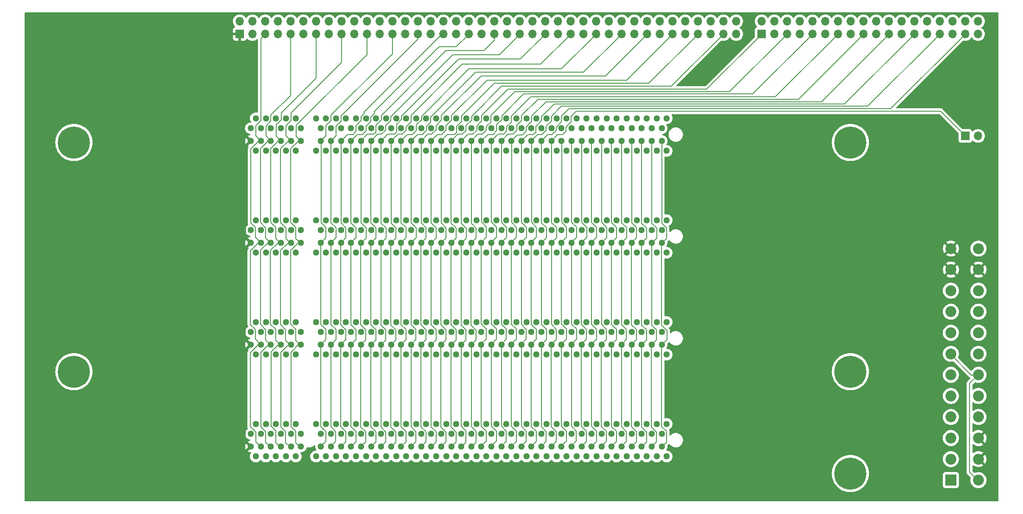
<source format=gbr>
%TF.GenerationSoftware,KiCad,Pcbnew,7.0.10+dfsg-1*%
%TF.CreationDate,2024-02-25T05:42:19-05:00*%
%TF.ProjectId,BB816-MATX-minimal,42423831-362d-44d4-9154-582d6d696e69,rev?*%
%TF.SameCoordinates,Original*%
%TF.FileFunction,Copper,L1,Top*%
%TF.FilePolarity,Positive*%
%FSLAX46Y46*%
G04 Gerber Fmt 4.6, Leading zero omitted, Abs format (unit mm)*
G04 Created by KiCad (PCBNEW 7.0.10+dfsg-1) date 2024-02-25 05:42:19*
%MOMM*%
%LPD*%
G01*
G04 APERTURE LIST*
%TA.AperFunction,ComponentPad*%
%ADD10R,2.175000X2.175000*%
%TD*%
%TA.AperFunction,ComponentPad*%
%ADD11C,2.175000*%
%TD*%
%TA.AperFunction,ComponentPad*%
%ADD12C,0.800000*%
%TD*%
%TA.AperFunction,ComponentPad*%
%ADD13C,6.400000*%
%TD*%
%TA.AperFunction,ComponentPad*%
%ADD14C,1.280000*%
%TD*%
%TA.AperFunction,ComponentPad*%
%ADD15R,1.700000X1.700000*%
%TD*%
%TA.AperFunction,ComponentPad*%
%ADD16O,1.700000X1.700000*%
%TD*%
%TA.AperFunction,Conductor*%
%ADD17C,0.146812*%
%TD*%
G04 APERTURE END LIST*
D10*
%TO.P,J5,1,+3.3v*%
%TO.N,/+3.3.v*%
X223250000Y-254050000D03*
D11*
%TO.P,J5,2,+3.3v*%
%TO.N,/+3.3v*%
X228750000Y-254050000D03*
%TO.P,J5,3,GND*%
%TO.N,GND*%
X223250000Y-249850000D03*
%TO.P,J5,4,+5v*%
%TO.N,VCC*%
X228750000Y-249850000D03*
%TO.P,J5,5,GND*%
%TO.N,GND*%
X223250000Y-245650000D03*
%TO.P,J5,6,+5v*%
%TO.N,VCC*%
X228750000Y-245650000D03*
%TO.P,J5,7,GND*%
%TO.N,GND*%
X223250000Y-241450000D03*
%TO.P,J5,8,PWR_OK*%
%TO.N,/PWR_OK*%
X228750000Y-241450000D03*
%TO.P,J5,9,+5vSB*%
%TO.N,/+5vSB*%
X223250000Y-237250000D03*
%TO.P,J5,10,+12v*%
%TO.N,/+12v*%
X228750000Y-237250000D03*
%TO.P,J5,11,+12v*%
X223250000Y-233050000D03*
%TO.P,J5,12,+3.3v*%
%TO.N,/+3.3v*%
X228750000Y-233050000D03*
%TO.P,J5,13,+3.3v*%
X223250000Y-228850000D03*
%TO.P,J5,14,-12v*%
%TO.N,/-12v*%
X228750000Y-228850000D03*
%TO.P,J5,15,GND*%
%TO.N,GND*%
X223250000Y-224650000D03*
%TO.P,J5,16,PS_ON#*%
%TO.N,/PS_ON*%
X228750000Y-224650000D03*
%TO.P,J5,17,GND*%
%TO.N,GND*%
X223250000Y-220450000D03*
%TO.P,J5,18,GND*%
X228750000Y-220450000D03*
%TO.P,J5,19,GND*%
X223250000Y-216250000D03*
%TO.P,J5,20,Reserved*%
%TO.N,unconnected-(J5-Reserved-Pad20)*%
X228750000Y-216250000D03*
%TO.P,J5,21,+5v*%
%TO.N,VCC*%
X223250000Y-212050000D03*
%TO.P,J5,22,+5v*%
X228750000Y-212050000D03*
%TO.P,J5,23,+5v*%
X223250000Y-207850000D03*
%TO.P,J5,24,GND*%
%TO.N,GND*%
X228750000Y-207850000D03*
%TD*%
D12*
%TO.P,H1,1*%
%TO.N,N/C*%
X45860000Y-232410000D03*
X46562944Y-230712944D03*
X46562944Y-234107056D03*
X48260000Y-230010000D03*
D13*
X48260000Y-232410000D03*
D12*
X48260000Y-234810000D03*
X49957056Y-230712944D03*
X49957056Y-234107056D03*
X50660000Y-232410000D03*
%TD*%
%TO.P,H2,1*%
%TO.N,N/C*%
X45860000Y-186690000D03*
X46562944Y-184992944D03*
X46562944Y-188387056D03*
X48260000Y-184290000D03*
D13*
X48260000Y-186690000D03*
D12*
X48260000Y-189090000D03*
X49957056Y-184992944D03*
X49957056Y-188387056D03*
X50660000Y-186690000D03*
%TD*%
%TO.P,H4,1*%
%TO.N,N/C*%
X200800000Y-252730000D03*
X201502944Y-251032944D03*
X201502944Y-254427056D03*
X203200000Y-250330000D03*
D13*
X203200000Y-252730000D03*
D12*
X203200000Y-255130000D03*
X204897056Y-251032944D03*
X204897056Y-254427056D03*
X205600000Y-252730000D03*
%TD*%
%TO.P,H5,1*%
%TO.N,N/C*%
X200800000Y-232410000D03*
X201502944Y-230712944D03*
X201502944Y-234107056D03*
X203200000Y-230010000D03*
D13*
X203200000Y-232410000D03*
D12*
X203200000Y-234810000D03*
X204897056Y-230712944D03*
X204897056Y-234107056D03*
X205600000Y-232410000D03*
%TD*%
%TO.P,H6,1*%
%TO.N,N/C*%
X200800000Y-186690000D03*
X201502944Y-184992944D03*
X201502944Y-188387056D03*
X203200000Y-184290000D03*
D13*
X203200000Y-186690000D03*
D12*
X203200000Y-189090000D03*
X204897056Y-184992944D03*
X204897056Y-188387056D03*
X205600000Y-186690000D03*
%TD*%
D14*
%TO.P,J1,A1,A1*%
%TO.N,GND*%
X83549200Y-183865200D03*
%TO.P,J1,A2,A2*%
X84549200Y-181865200D03*
%TO.P,J1,A3,A3*%
X85549200Y-183865200D03*
%TO.P,J1,A4,A4*%
X86549200Y-181865200D03*
%TO.P,J1,A5,A5*%
X87549200Y-183865200D03*
%TO.P,J1,A6,A6*%
X88549200Y-181865200D03*
%TO.P,J1,A7,A7*%
X89549200Y-183865200D03*
%TO.P,J1,A8,A8*%
X90549200Y-181865200D03*
%TO.P,J1,A9,A9*%
X91549200Y-183865200D03*
%TO.P,J1,A10,A10*%
X92549200Y-181865200D03*
%TO.P,J1,A11,A11*%
X93549200Y-183865200D03*
%TO.P,J1,A12,A12*%
X96549200Y-181865200D03*
%TO.P,J1,A13,A13*%
X97549200Y-183865200D03*
%TO.P,J1,A14,A14*%
X98549200Y-181865200D03*
%TO.P,J1,A15,A15*%
X99549200Y-183865200D03*
%TO.P,J1,A16,A16*%
X100549200Y-181865200D03*
%TO.P,J1,A17,A17*%
X101549200Y-183865200D03*
%TO.P,J1,A18,A18*%
X102549200Y-181865200D03*
%TO.P,J1,A19,A19*%
X103549200Y-183865200D03*
%TO.P,J1,A20,A20*%
X104549200Y-181865200D03*
%TO.P,J1,A21,A21*%
X105549200Y-183865200D03*
%TO.P,J1,A22,A22*%
X106549200Y-181865200D03*
%TO.P,J1,A23,A23*%
X107549200Y-183865200D03*
%TO.P,J1,A24,A24*%
X108549200Y-181865200D03*
%TO.P,J1,A25,A25*%
X109549200Y-183865200D03*
%TO.P,J1,A26,A26*%
X110549200Y-181865200D03*
%TO.P,J1,A27,A27*%
X111549200Y-183865200D03*
%TO.P,J1,A28,A28*%
X112549200Y-181865200D03*
%TO.P,J1,A29,A29*%
X113549200Y-183865200D03*
%TO.P,J1,A30,A30*%
X114549200Y-181865200D03*
%TO.P,J1,A31,A31*%
X115549200Y-183865200D03*
%TO.P,J1,A32,A32*%
X116549200Y-181865200D03*
%TO.P,J1,A33,A33*%
X117549200Y-183865200D03*
%TO.P,J1,A34,A34*%
X118549200Y-181865200D03*
%TO.P,J1,A35,A35*%
X119549200Y-183865200D03*
%TO.P,J1,A36,A36*%
X120549200Y-181865200D03*
%TO.P,J1,A37,A37*%
X121549200Y-183865200D03*
%TO.P,J1,A38,A38*%
X122549200Y-181865200D03*
%TO.P,J1,A39,A39*%
X123549200Y-183865200D03*
%TO.P,J1,A40,A40*%
X124549200Y-181865200D03*
%TO.P,J1,A41,A41*%
X125549200Y-183865200D03*
%TO.P,J1,A42,A42*%
X126549200Y-181865200D03*
%TO.P,J1,A43,A43*%
X127549200Y-183865200D03*
%TO.P,J1,A44,A44*%
X128549200Y-181865200D03*
%TO.P,J1,A45,A45*%
X129549200Y-183865200D03*
%TO.P,J1,A46,A46*%
X130549200Y-181865200D03*
%TO.P,J1,A47,A47*%
X131549200Y-183865200D03*
%TO.P,J1,A48,A48*%
X132549200Y-181865200D03*
%TO.P,J1,A49,A49*%
X133549200Y-183865200D03*
%TO.P,J1,A50,A50*%
X134549200Y-181865200D03*
%TO.P,J1,A51,A51*%
X135549200Y-183865200D03*
%TO.P,J1,A52,A52*%
X136549200Y-181865200D03*
%TO.P,J1,A53,A53*%
X137549200Y-183865200D03*
%TO.P,J1,A54,A54*%
X138549200Y-181865200D03*
%TO.P,J1,A55,A55*%
X139549200Y-183865200D03*
%TO.P,J1,A56,A56*%
X140549200Y-181865200D03*
%TO.P,J1,A57,A57*%
X141549200Y-183865200D03*
%TO.P,J1,A58,A58*%
X142549200Y-181865200D03*
%TO.P,J1,A59,A59*%
X143549200Y-183865200D03*
%TO.P,J1,A60,A60*%
X144549200Y-181865200D03*
%TO.P,J1,A61,A61*%
X145549200Y-183865200D03*
%TO.P,J1,A62,A62*%
X146549200Y-181865200D03*
%TO.P,J1,A63,A63*%
X147549200Y-183865200D03*
%TO.P,J1,A64,A64*%
X148549200Y-181865200D03*
%TO.P,J1,A65,A65*%
X149549200Y-183865200D03*
%TO.P,J1,A66,A66*%
X150549200Y-181865200D03*
%TO.P,J1,A67,A67*%
X151549200Y-183865200D03*
%TO.P,J1,A68,A68*%
X152549200Y-181865200D03*
%TO.P,J1,A69,A69*%
X153549200Y-183865200D03*
%TO.P,J1,A70,A70*%
X154549200Y-181865200D03*
%TO.P,J1,A71,A71*%
X155549200Y-183865200D03*
%TO.P,J1,A72,A72*%
X156549200Y-181865200D03*
%TO.P,J1,A73,A73*%
X157549200Y-183865200D03*
%TO.P,J1,A74,A74*%
X158549200Y-181865200D03*
%TO.P,J1,A75,A75*%
X159549200Y-183865200D03*
%TO.P,J1,A76,A76*%
X160549200Y-181865200D03*
%TO.P,J1,A77,A77*%
X161549200Y-183865200D03*
%TO.P,J1,A78,A78*%
X162549200Y-181865200D03*
%TO.P,J1,A79,A79*%
X163549200Y-183865200D03*
%TO.P,J1,A80,A80*%
X164549200Y-181865200D03*
%TO.P,J1,A81,A81*%
X165549200Y-183865200D03*
%TO.P,J1,A82,A82*%
X166549200Y-181865200D03*
%TO.P,J1,B1,B1*%
%TO.N,VCC*%
X83549200Y-186365200D03*
%TO.P,J1,B2,B2*%
%TO.N,GND*%
X84549200Y-188365200D03*
%TO.P,J1,B3,B3*%
%TO.N,/~{MR}\u2392*%
X85549200Y-186365200D03*
%TO.P,J1,B4,B4*%
%TO.N,/~{RST}*%
X86549200Y-188365200D03*
%TO.P,J1,B5,B5*%
%TO.N,/RST*%
X87549200Y-186365200D03*
%TO.P,J1,B6,B6*%
%TO.N,/~{CLK_EN}*%
X88549200Y-188365200D03*
%TO.P,J1,B7,B7*%
%TO.N,/CLK_SRC*%
X89549200Y-186365200D03*
%TO.P,J1,B8,B8*%
%TO.N,/CLK*%
X90549200Y-188365200D03*
%TO.P,J1,B9,B9*%
%TO.N,/~{CLK}*%
X91549200Y-186365200D03*
%TO.P,J1,B10,B10*%
%TO.N,/~{IRQ}*%
X92549200Y-188365200D03*
%TO.P,J1,B11,B11*%
%TO.N,/~{NMI}*%
X93549200Y-186365200D03*
%TO.P,J1,B12,B12*%
%TO.N,/~{ABORT}*%
X96549200Y-188365200D03*
%TO.P,J1,B13,B13*%
%TO.N,/BE*%
X97549200Y-186365200D03*
%TO.P,J1,B14,B14*%
%TO.N,/RDY_IN*%
X98549200Y-188365200D03*
%TO.P,J1,B15,B15*%
%TO.N,/~{WAI}*%
X99549200Y-186365200D03*
%TO.P,J1,B16,B16*%
%TO.N,/SYNC*%
X100549200Y-188365200D03*
%TO.P,J1,B17,B17*%
%TO.N,/VA*%
X101549200Y-186365200D03*
%TO.P,J1,B18,B18*%
%TO.N,/R~{W}*%
X102549200Y-188365200D03*
%TO.P,J1,B19,B19*%
%TO.N,/~{RD}*%
X103549200Y-186365200D03*
%TO.P,J1,B20,B20*%
%TO.N,/~{WR}*%
X104549200Y-188365200D03*
%TO.P,J1,B21,B21*%
%TO.N,/~{BANK0}*%
X105549200Y-186365200D03*
%TO.P,J1,B22,B22*%
%TO.N,/E*%
X106549200Y-188365200D03*
%TO.P,J1,B23,B23*%
%TO.N,/M*%
X107549200Y-186365200D03*
%TO.P,J1,B24,B24*%
%TO.N,/X*%
X108549200Y-188365200D03*
%TO.P,J1,B25,B25*%
%TO.N,/~{VP}*%
X109549200Y-186365200D03*
%TO.P,J1,B26,B26*%
%TO.N,/~{ML}*%
X110549200Y-188365200D03*
%TO.P,J1,B27,B27*%
%TO.N,/A23*%
X111549200Y-186365200D03*
%TO.P,J1,B28,B28*%
%TO.N,/A22*%
X112549200Y-188365200D03*
%TO.P,J1,B29,B29*%
%TO.N,/A21*%
X113549200Y-186365200D03*
%TO.P,J1,B30,B30*%
%TO.N,/A20*%
X114549200Y-188365200D03*
%TO.P,J1,B31,B31*%
%TO.N,/A19*%
X115549200Y-186365200D03*
%TO.P,J1,B32,B32*%
%TO.N,/A18*%
X116549200Y-188365200D03*
%TO.P,J1,B33,B33*%
%TO.N,/A17*%
X117549200Y-186365200D03*
%TO.P,J1,B34,B34*%
%TO.N,/A16*%
X118549200Y-188365200D03*
%TO.P,J1,B35,B35*%
%TO.N,/A15*%
X119549200Y-186365200D03*
%TO.P,J1,B36,B36*%
%TO.N,/A14*%
X120549200Y-188365200D03*
%TO.P,J1,B37,B37*%
%TO.N,/A13*%
X121549200Y-186365200D03*
%TO.P,J1,B38,B38*%
%TO.N,/A12*%
X122549200Y-188365200D03*
%TO.P,J1,B39,B39*%
%TO.N,/A11*%
X123549200Y-186365200D03*
%TO.P,J1,B40,B40*%
%TO.N,/A10*%
X124549200Y-188365200D03*
%TO.P,J1,B41,B41*%
%TO.N,/A9*%
X125549200Y-186365200D03*
%TO.P,J1,B42,B42*%
%TO.N,/A8*%
X126549200Y-188365200D03*
%TO.P,J1,B43,B43*%
%TO.N,/A7*%
X127549200Y-186365200D03*
%TO.P,J1,B44,B44*%
%TO.N,/A6*%
X128549200Y-188365200D03*
%TO.P,J1,B45,B45*%
%TO.N,/A5*%
X129549200Y-186365200D03*
%TO.P,J1,B46,B46*%
%TO.N,/A4*%
X130549200Y-188365200D03*
%TO.P,J1,B47,B47*%
%TO.N,/A3*%
X131549200Y-186365200D03*
%TO.P,J1,B48,B48*%
%TO.N,/A2*%
X132549200Y-188365200D03*
%TO.P,J1,B49,B49*%
%TO.N,/A1*%
X133549200Y-186365200D03*
%TO.P,J1,B50,B50*%
%TO.N,/A0*%
X134549200Y-188365200D03*
%TO.P,J1,B51,B51*%
%TO.N,/D7*%
X135549200Y-186365200D03*
%TO.P,J1,B52,B52*%
%TO.N,/D6*%
X136549200Y-188365200D03*
%TO.P,J1,B53,B53*%
%TO.N,/D5*%
X137549200Y-186365200D03*
%TO.P,J1,B54,B54*%
%TO.N,/D4*%
X138549200Y-188365200D03*
%TO.P,J1,B55,B55*%
%TO.N,/D3*%
X139549200Y-186365200D03*
%TO.P,J1,B56,B56*%
%TO.N,/D2*%
X140549200Y-188365200D03*
%TO.P,J1,B57,B57*%
%TO.N,/D1*%
X141549200Y-186365200D03*
%TO.P,J1,B58,B58*%
%TO.N,/D0*%
X142549200Y-188365200D03*
%TO.P,J1,B59,B59*%
%TO.N,/VDA*%
X143549200Y-186365200D03*
%TO.P,J1,B60,B60*%
%TO.N,/VPA*%
X144549200Y-188365200D03*
%TO.P,J1,B61,B61*%
%TO.N,/X61*%
X145549200Y-186365200D03*
%TO.P,J1,B62,B62*%
%TO.N,/X62*%
X146549200Y-188365200D03*
%TO.P,J1,B63,B63*%
%TO.N,/X63*%
X147549200Y-186365200D03*
%TO.P,J1,B64,B64*%
%TO.N,/X64*%
X148549200Y-188365200D03*
%TO.P,J1,B65,B65*%
%TO.N,/X65*%
X149549200Y-186365200D03*
%TO.P,J1,B66,B66*%
%TO.N,/X66*%
X150549200Y-188365200D03*
%TO.P,J1,B67,B67*%
%TO.N,/~{IOCS7}*%
X151549200Y-186365200D03*
%TO.P,J1,B68,B68*%
%TO.N,/~{IOCS6}*%
X152549200Y-188365200D03*
%TO.P,J1,B69,B69*%
%TO.N,/~{IOCS5}*%
X153549200Y-186365200D03*
%TO.P,J1,B70,B70*%
%TO.N,/~{IOCS4}*%
X154549200Y-188365200D03*
%TO.P,J1,B71,B71*%
%TO.N,/~{IOCS3}*%
X155549200Y-186365200D03*
%TO.P,J1,B72,B72*%
%TO.N,/~{IOCS2}*%
X156549200Y-188365200D03*
%TO.P,J1,B73,B73*%
%TO.N,/~{IOCS1}*%
X157549200Y-186365200D03*
%TO.P,J1,B74,B74*%
%TO.N,/~{IOCS0}*%
X158549200Y-188365200D03*
%TO.P,J1,B75,B75*%
%TO.N,/~{IRQ7}*%
X159549200Y-186365200D03*
%TO.P,J1,B76,B76*%
%TO.N,/~{IRQ6}*%
X160549200Y-188365200D03*
%TO.P,J1,B77,B77*%
%TO.N,/~{IRQ5}*%
X161549200Y-186365200D03*
%TO.P,J1,B78,B78*%
%TO.N,/~{IRQ4}*%
X162549200Y-188365200D03*
%TO.P,J1,B79,B79*%
%TO.N,/~{IRQ3}*%
X163549200Y-186365200D03*
%TO.P,J1,B80,B80*%
%TO.N,/~{IRQ2}*%
X164549200Y-188365200D03*
%TO.P,J1,B81,B81*%
%TO.N,/~{IRQ1}*%
X165549200Y-186365200D03*
%TO.P,J1,B82,B82*%
%TO.N,/~{IRQ0}*%
X166549200Y-188365200D03*
%TD*%
%TO.P,J2,A1,A1*%
%TO.N,GND*%
X83549200Y-204185200D03*
%TO.P,J2,A2,A2*%
X84549200Y-202185200D03*
%TO.P,J2,A3,A3*%
X85549200Y-204185200D03*
%TO.P,J2,A4,A4*%
X86549200Y-202185200D03*
%TO.P,J2,A5,A5*%
X87549200Y-204185200D03*
%TO.P,J2,A6,A6*%
X88549200Y-202185200D03*
%TO.P,J2,A7,A7*%
X89549200Y-204185200D03*
%TO.P,J2,A8,A8*%
X90549200Y-202185200D03*
%TO.P,J2,A9,A9*%
X91549200Y-204185200D03*
%TO.P,J2,A10,A10*%
X92549200Y-202185200D03*
%TO.P,J2,A11,A11*%
X93549200Y-204185200D03*
%TO.P,J2,A12,A12*%
X96549200Y-202185200D03*
%TO.P,J2,A13,A13*%
X97549200Y-204185200D03*
%TO.P,J2,A14,A14*%
X98549200Y-202185200D03*
%TO.P,J2,A15,A15*%
X99549200Y-204185200D03*
%TO.P,J2,A16,A16*%
X100549200Y-202185200D03*
%TO.P,J2,A17,A17*%
X101549200Y-204185200D03*
%TO.P,J2,A18,A18*%
X102549200Y-202185200D03*
%TO.P,J2,A19,A19*%
X103549200Y-204185200D03*
%TO.P,J2,A20,A20*%
X104549200Y-202185200D03*
%TO.P,J2,A21,A21*%
X105549200Y-204185200D03*
%TO.P,J2,A22,A22*%
X106549200Y-202185200D03*
%TO.P,J2,A23,A23*%
X107549200Y-204185200D03*
%TO.P,J2,A24,A24*%
X108549200Y-202185200D03*
%TO.P,J2,A25,A25*%
X109549200Y-204185200D03*
%TO.P,J2,A26,A26*%
X110549200Y-202185200D03*
%TO.P,J2,A27,A27*%
X111549200Y-204185200D03*
%TO.P,J2,A28,A28*%
X112549200Y-202185200D03*
%TO.P,J2,A29,A29*%
X113549200Y-204185200D03*
%TO.P,J2,A30,A30*%
X114549200Y-202185200D03*
%TO.P,J2,A31,A31*%
X115549200Y-204185200D03*
%TO.P,J2,A32,A32*%
X116549200Y-202185200D03*
%TO.P,J2,A33,A33*%
X117549200Y-204185200D03*
%TO.P,J2,A34,A34*%
X118549200Y-202185200D03*
%TO.P,J2,A35,A35*%
X119549200Y-204185200D03*
%TO.P,J2,A36,A36*%
X120549200Y-202185200D03*
%TO.P,J2,A37,A37*%
X121549200Y-204185200D03*
%TO.P,J2,A38,A38*%
X122549200Y-202185200D03*
%TO.P,J2,A39,A39*%
X123549200Y-204185200D03*
%TO.P,J2,A40,A40*%
X124549200Y-202185200D03*
%TO.P,J2,A41,A41*%
X125549200Y-204185200D03*
%TO.P,J2,A42,A42*%
X126549200Y-202185200D03*
%TO.P,J2,A43,A43*%
X127549200Y-204185200D03*
%TO.P,J2,A44,A44*%
X128549200Y-202185200D03*
%TO.P,J2,A45,A45*%
X129549200Y-204185200D03*
%TO.P,J2,A46,A46*%
X130549200Y-202185200D03*
%TO.P,J2,A47,A47*%
X131549200Y-204185200D03*
%TO.P,J2,A48,A48*%
X132549200Y-202185200D03*
%TO.P,J2,A49,A49*%
X133549200Y-204185200D03*
%TO.P,J2,A50,A50*%
X134549200Y-202185200D03*
%TO.P,J2,A51,A51*%
X135549200Y-204185200D03*
%TO.P,J2,A52,A52*%
X136549200Y-202185200D03*
%TO.P,J2,A53,A53*%
X137549200Y-204185200D03*
%TO.P,J2,A54,A54*%
X138549200Y-202185200D03*
%TO.P,J2,A55,A55*%
X139549200Y-204185200D03*
%TO.P,J2,A56,A56*%
X140549200Y-202185200D03*
%TO.P,J2,A57,A57*%
X141549200Y-204185200D03*
%TO.P,J2,A58,A58*%
X142549200Y-202185200D03*
%TO.P,J2,A59,A59*%
X143549200Y-204185200D03*
%TO.P,J2,A60,A60*%
X144549200Y-202185200D03*
%TO.P,J2,A61,A61*%
X145549200Y-204185200D03*
%TO.P,J2,A62,A62*%
X146549200Y-202185200D03*
%TO.P,J2,A63,A63*%
X147549200Y-204185200D03*
%TO.P,J2,A64,A64*%
X148549200Y-202185200D03*
%TO.P,J2,A65,A65*%
X149549200Y-204185200D03*
%TO.P,J2,A66,A66*%
X150549200Y-202185200D03*
%TO.P,J2,A67,A67*%
X151549200Y-204185200D03*
%TO.P,J2,A68,A68*%
X152549200Y-202185200D03*
%TO.P,J2,A69,A69*%
X153549200Y-204185200D03*
%TO.P,J2,A70,A70*%
X154549200Y-202185200D03*
%TO.P,J2,A71,A71*%
X155549200Y-204185200D03*
%TO.P,J2,A72,A72*%
X156549200Y-202185200D03*
%TO.P,J2,A73,A73*%
X157549200Y-204185200D03*
%TO.P,J2,A74,A74*%
X158549200Y-202185200D03*
%TO.P,J2,A75,A75*%
X159549200Y-204185200D03*
%TO.P,J2,A76,A76*%
X160549200Y-202185200D03*
%TO.P,J2,A77,A77*%
X161549200Y-204185200D03*
%TO.P,J2,A78,A78*%
X162549200Y-202185200D03*
%TO.P,J2,A79,A79*%
X163549200Y-204185200D03*
%TO.P,J2,A80,A80*%
X164549200Y-202185200D03*
%TO.P,J2,A81,A81*%
X165549200Y-204185200D03*
%TO.P,J2,A82,A82*%
X166549200Y-202185200D03*
%TO.P,J2,B1,B1*%
%TO.N,VCC*%
X83549200Y-206685200D03*
%TO.P,J2,B2,B2*%
%TO.N,GND*%
X84549200Y-208685200D03*
%TO.P,J2,B3,B3*%
%TO.N,/~{MR}\u2392*%
X85549200Y-206685200D03*
%TO.P,J2,B4,B4*%
%TO.N,/~{RST}*%
X86549200Y-208685200D03*
%TO.P,J2,B5,B5*%
%TO.N,/RST*%
X87549200Y-206685200D03*
%TO.P,J2,B6,B6*%
%TO.N,/~{CLK_EN}*%
X88549200Y-208685200D03*
%TO.P,J2,B7,B7*%
%TO.N,/CLK_SRC*%
X89549200Y-206685200D03*
%TO.P,J2,B8,B8*%
%TO.N,/CLK*%
X90549200Y-208685200D03*
%TO.P,J2,B9,B9*%
%TO.N,/~{CLK}*%
X91549200Y-206685200D03*
%TO.P,J2,B10,B10*%
%TO.N,/~{IRQ}*%
X92549200Y-208685200D03*
%TO.P,J2,B11,B11*%
%TO.N,/~{NMI}*%
X93549200Y-206685200D03*
%TO.P,J2,B12,B12*%
%TO.N,/~{ABORT}*%
X96549200Y-208685200D03*
%TO.P,J2,B13,B13*%
%TO.N,/BE*%
X97549200Y-206685200D03*
%TO.P,J2,B14,B14*%
%TO.N,/RDY_IN*%
X98549200Y-208685200D03*
%TO.P,J2,B15,B15*%
%TO.N,/~{WAI}*%
X99549200Y-206685200D03*
%TO.P,J2,B16,B16*%
%TO.N,/SYNC*%
X100549200Y-208685200D03*
%TO.P,J2,B17,B17*%
%TO.N,/VA*%
X101549200Y-206685200D03*
%TO.P,J2,B18,B18*%
%TO.N,/R~{W}*%
X102549200Y-208685200D03*
%TO.P,J2,B19,B19*%
%TO.N,/~{RD}*%
X103549200Y-206685200D03*
%TO.P,J2,B20,B20*%
%TO.N,/~{WR}*%
X104549200Y-208685200D03*
%TO.P,J2,B21,B21*%
%TO.N,/~{BANK0}*%
X105549200Y-206685200D03*
%TO.P,J2,B22,B22*%
%TO.N,/E*%
X106549200Y-208685200D03*
%TO.P,J2,B23,B23*%
%TO.N,/M*%
X107549200Y-206685200D03*
%TO.P,J2,B24,B24*%
%TO.N,/X*%
X108549200Y-208685200D03*
%TO.P,J2,B25,B25*%
%TO.N,/~{VP}*%
X109549200Y-206685200D03*
%TO.P,J2,B26,B26*%
%TO.N,/~{ML}*%
X110549200Y-208685200D03*
%TO.P,J2,B27,B27*%
%TO.N,/A23*%
X111549200Y-206685200D03*
%TO.P,J2,B28,B28*%
%TO.N,/A22*%
X112549200Y-208685200D03*
%TO.P,J2,B29,B29*%
%TO.N,/A21*%
X113549200Y-206685200D03*
%TO.P,J2,B30,B30*%
%TO.N,/A20*%
X114549200Y-208685200D03*
%TO.P,J2,B31,B31*%
%TO.N,/A19*%
X115549200Y-206685200D03*
%TO.P,J2,B32,B32*%
%TO.N,/A18*%
X116549200Y-208685200D03*
%TO.P,J2,B33,B33*%
%TO.N,/A17*%
X117549200Y-206685200D03*
%TO.P,J2,B34,B34*%
%TO.N,/A16*%
X118549200Y-208685200D03*
%TO.P,J2,B35,B35*%
%TO.N,/A15*%
X119549200Y-206685200D03*
%TO.P,J2,B36,B36*%
%TO.N,/A14*%
X120549200Y-208685200D03*
%TO.P,J2,B37,B37*%
%TO.N,/A13*%
X121549200Y-206685200D03*
%TO.P,J2,B38,B38*%
%TO.N,/A12*%
X122549200Y-208685200D03*
%TO.P,J2,B39,B39*%
%TO.N,/A11*%
X123549200Y-206685200D03*
%TO.P,J2,B40,B40*%
%TO.N,/A10*%
X124549200Y-208685200D03*
%TO.P,J2,B41,B41*%
%TO.N,/A9*%
X125549200Y-206685200D03*
%TO.P,J2,B42,B42*%
%TO.N,/A8*%
X126549200Y-208685200D03*
%TO.P,J2,B43,B43*%
%TO.N,/A7*%
X127549200Y-206685200D03*
%TO.P,J2,B44,B44*%
%TO.N,/A6*%
X128549200Y-208685200D03*
%TO.P,J2,B45,B45*%
%TO.N,/A5*%
X129549200Y-206685200D03*
%TO.P,J2,B46,B46*%
%TO.N,/A4*%
X130549200Y-208685200D03*
%TO.P,J2,B47,B47*%
%TO.N,/A3*%
X131549200Y-206685200D03*
%TO.P,J2,B48,B48*%
%TO.N,/A2*%
X132549200Y-208685200D03*
%TO.P,J2,B49,B49*%
%TO.N,/A1*%
X133549200Y-206685200D03*
%TO.P,J2,B50,B50*%
%TO.N,/A0*%
X134549200Y-208685200D03*
%TO.P,J2,B51,B51*%
%TO.N,/D7*%
X135549200Y-206685200D03*
%TO.P,J2,B52,B52*%
%TO.N,/D6*%
X136549200Y-208685200D03*
%TO.P,J2,B53,B53*%
%TO.N,/D5*%
X137549200Y-206685200D03*
%TO.P,J2,B54,B54*%
%TO.N,/D4*%
X138549200Y-208685200D03*
%TO.P,J2,B55,B55*%
%TO.N,/D3*%
X139549200Y-206685200D03*
%TO.P,J2,B56,B56*%
%TO.N,/D2*%
X140549200Y-208685200D03*
%TO.P,J2,B57,B57*%
%TO.N,/D1*%
X141549200Y-206685200D03*
%TO.P,J2,B58,B58*%
%TO.N,/D0*%
X142549200Y-208685200D03*
%TO.P,J2,B59,B59*%
%TO.N,/VDA*%
X143549200Y-206685200D03*
%TO.P,J2,B60,B60*%
%TO.N,/VPA*%
X144549200Y-208685200D03*
%TO.P,J2,B61,B61*%
%TO.N,/X61*%
X145549200Y-206685200D03*
%TO.P,J2,B62,B62*%
%TO.N,/X62*%
X146549200Y-208685200D03*
%TO.P,J2,B63,B63*%
%TO.N,/X63*%
X147549200Y-206685200D03*
%TO.P,J2,B64,B64*%
%TO.N,/X64*%
X148549200Y-208685200D03*
%TO.P,J2,B65,B65*%
%TO.N,/X65*%
X149549200Y-206685200D03*
%TO.P,J2,B66,B66*%
%TO.N,/X66*%
X150549200Y-208685200D03*
%TO.P,J2,B67,B67*%
%TO.N,/~{IOCS7}*%
X151549200Y-206685200D03*
%TO.P,J2,B68,B68*%
%TO.N,/~{IOCS6}*%
X152549200Y-208685200D03*
%TO.P,J2,B69,B69*%
%TO.N,/~{IOCS5}*%
X153549200Y-206685200D03*
%TO.P,J2,B70,B70*%
%TO.N,/~{IOCS4}*%
X154549200Y-208685200D03*
%TO.P,J2,B71,B71*%
%TO.N,/~{IOCS3}*%
X155549200Y-206685200D03*
%TO.P,J2,B72,B72*%
%TO.N,/~{IOCS2}*%
X156549200Y-208685200D03*
%TO.P,J2,B73,B73*%
%TO.N,/~{IOCS1}*%
X157549200Y-206685200D03*
%TO.P,J2,B74,B74*%
%TO.N,/~{IOCS0}*%
X158549200Y-208685200D03*
%TO.P,J2,B75,B75*%
%TO.N,/~{IRQ7}*%
X159549200Y-206685200D03*
%TO.P,J2,B76,B76*%
%TO.N,/~{IRQ6}*%
X160549200Y-208685200D03*
%TO.P,J2,B77,B77*%
%TO.N,/~{IRQ5}*%
X161549200Y-206685200D03*
%TO.P,J2,B78,B78*%
%TO.N,/~{IRQ4}*%
X162549200Y-208685200D03*
%TO.P,J2,B79,B79*%
%TO.N,/~{IRQ3}*%
X163549200Y-206685200D03*
%TO.P,J2,B80,B80*%
%TO.N,/~{IRQ2}*%
X164549200Y-208685200D03*
%TO.P,J2,B81,B81*%
%TO.N,/~{IRQ1}*%
X165549200Y-206685200D03*
%TO.P,J2,B82,B82*%
%TO.N,/~{IRQ0}*%
X166549200Y-208685200D03*
%TD*%
%TO.P,J4,A1,A1*%
%TO.N,GND*%
X83549200Y-244825200D03*
%TO.P,J4,A2,A2*%
X84549200Y-242825200D03*
%TO.P,J4,A3,A3*%
X85549200Y-244825200D03*
%TO.P,J4,A4,A4*%
X86549200Y-242825200D03*
%TO.P,J4,A5,A5*%
X87549200Y-244825200D03*
%TO.P,J4,A6,A6*%
X88549200Y-242825200D03*
%TO.P,J4,A7,A7*%
X89549200Y-244825200D03*
%TO.P,J4,A8,A8*%
X90549200Y-242825200D03*
%TO.P,J4,A9,A9*%
X91549200Y-244825200D03*
%TO.P,J4,A10,A10*%
X92549200Y-242825200D03*
%TO.P,J4,A11,A11*%
X93549200Y-244825200D03*
%TO.P,J4,A12,A12*%
X96549200Y-242825200D03*
%TO.P,J4,A13,A13*%
X97549200Y-244825200D03*
%TO.P,J4,A14,A14*%
X98549200Y-242825200D03*
%TO.P,J4,A15,A15*%
X99549200Y-244825200D03*
%TO.P,J4,A16,A16*%
X100549200Y-242825200D03*
%TO.P,J4,A17,A17*%
X101549200Y-244825200D03*
%TO.P,J4,A18,A18*%
X102549200Y-242825200D03*
%TO.P,J4,A19,A19*%
X103549200Y-244825200D03*
%TO.P,J4,A20,A20*%
X104549200Y-242825200D03*
%TO.P,J4,A21,A21*%
X105549200Y-244825200D03*
%TO.P,J4,A22,A22*%
X106549200Y-242825200D03*
%TO.P,J4,A23,A23*%
X107549200Y-244825200D03*
%TO.P,J4,A24,A24*%
X108549200Y-242825200D03*
%TO.P,J4,A25,A25*%
X109549200Y-244825200D03*
%TO.P,J4,A26,A26*%
X110549200Y-242825200D03*
%TO.P,J4,A27,A27*%
X111549200Y-244825200D03*
%TO.P,J4,A28,A28*%
X112549200Y-242825200D03*
%TO.P,J4,A29,A29*%
X113549200Y-244825200D03*
%TO.P,J4,A30,A30*%
X114549200Y-242825200D03*
%TO.P,J4,A31,A31*%
X115549200Y-244825200D03*
%TO.P,J4,A32,A32*%
X116549200Y-242825200D03*
%TO.P,J4,A33,A33*%
X117549200Y-244825200D03*
%TO.P,J4,A34,A34*%
X118549200Y-242825200D03*
%TO.P,J4,A35,A35*%
X119549200Y-244825200D03*
%TO.P,J4,A36,A36*%
X120549200Y-242825200D03*
%TO.P,J4,A37,A37*%
X121549200Y-244825200D03*
%TO.P,J4,A38,A38*%
X122549200Y-242825200D03*
%TO.P,J4,A39,A39*%
X123549200Y-244825200D03*
%TO.P,J4,A40,A40*%
X124549200Y-242825200D03*
%TO.P,J4,A41,A41*%
X125549200Y-244825200D03*
%TO.P,J4,A42,A42*%
X126549200Y-242825200D03*
%TO.P,J4,A43,A43*%
X127549200Y-244825200D03*
%TO.P,J4,A44,A44*%
X128549200Y-242825200D03*
%TO.P,J4,A45,A45*%
X129549200Y-244825200D03*
%TO.P,J4,A46,A46*%
X130549200Y-242825200D03*
%TO.P,J4,A47,A47*%
X131549200Y-244825200D03*
%TO.P,J4,A48,A48*%
X132549200Y-242825200D03*
%TO.P,J4,A49,A49*%
X133549200Y-244825200D03*
%TO.P,J4,A50,A50*%
X134549200Y-242825200D03*
%TO.P,J4,A51,A51*%
X135549200Y-244825200D03*
%TO.P,J4,A52,A52*%
X136549200Y-242825200D03*
%TO.P,J4,A53,A53*%
X137549200Y-244825200D03*
%TO.P,J4,A54,A54*%
X138549200Y-242825200D03*
%TO.P,J4,A55,A55*%
X139549200Y-244825200D03*
%TO.P,J4,A56,A56*%
X140549200Y-242825200D03*
%TO.P,J4,A57,A57*%
X141549200Y-244825200D03*
%TO.P,J4,A58,A58*%
X142549200Y-242825200D03*
%TO.P,J4,A59,A59*%
X143549200Y-244825200D03*
%TO.P,J4,A60,A60*%
X144549200Y-242825200D03*
%TO.P,J4,A61,A61*%
X145549200Y-244825200D03*
%TO.P,J4,A62,A62*%
X146549200Y-242825200D03*
%TO.P,J4,A63,A63*%
X147549200Y-244825200D03*
%TO.P,J4,A64,A64*%
X148549200Y-242825200D03*
%TO.P,J4,A65,A65*%
X149549200Y-244825200D03*
%TO.P,J4,A66,A66*%
X150549200Y-242825200D03*
%TO.P,J4,A67,A67*%
X151549200Y-244825200D03*
%TO.P,J4,A68,A68*%
X152549200Y-242825200D03*
%TO.P,J4,A69,A69*%
X153549200Y-244825200D03*
%TO.P,J4,A70,A70*%
X154549200Y-242825200D03*
%TO.P,J4,A71,A71*%
X155549200Y-244825200D03*
%TO.P,J4,A72,A72*%
X156549200Y-242825200D03*
%TO.P,J4,A73,A73*%
X157549200Y-244825200D03*
%TO.P,J4,A74,A74*%
X158549200Y-242825200D03*
%TO.P,J4,A75,A75*%
X159549200Y-244825200D03*
%TO.P,J4,A76,A76*%
X160549200Y-242825200D03*
%TO.P,J4,A77,A77*%
X161549200Y-244825200D03*
%TO.P,J4,A78,A78*%
X162549200Y-242825200D03*
%TO.P,J4,A79,A79*%
X163549200Y-244825200D03*
%TO.P,J4,A80,A80*%
X164549200Y-242825200D03*
%TO.P,J4,A81,A81*%
X165549200Y-244825200D03*
%TO.P,J4,A82,A82*%
X166549200Y-242825200D03*
%TO.P,J4,B1,B1*%
%TO.N,VCC*%
X83549200Y-247325200D03*
%TO.P,J4,B2,B2*%
%TO.N,GND*%
X84549200Y-249325200D03*
%TO.P,J4,B3,B3*%
%TO.N,/~{MR}\u2392*%
X85549200Y-247325200D03*
%TO.P,J4,B4,B4*%
%TO.N,/~{RST}*%
X86549200Y-249325200D03*
%TO.P,J4,B5,B5*%
%TO.N,/RST*%
X87549200Y-247325200D03*
%TO.P,J4,B6,B6*%
%TO.N,/~{CLK_EN}*%
X88549200Y-249325200D03*
%TO.P,J4,B7,B7*%
%TO.N,/CLK_SRC*%
X89549200Y-247325200D03*
%TO.P,J4,B8,B8*%
%TO.N,/CLK*%
X90549200Y-249325200D03*
%TO.P,J4,B9,B9*%
%TO.N,/~{CLK}*%
X91549200Y-247325200D03*
%TO.P,J4,B10,B10*%
%TO.N,/~{IRQ}*%
X92549200Y-249325200D03*
%TO.P,J4,B11,B11*%
%TO.N,/~{NMI}*%
X93549200Y-247325200D03*
%TO.P,J4,B12,B12*%
%TO.N,/~{ABORT}*%
X96549200Y-249325200D03*
%TO.P,J4,B13,B13*%
%TO.N,/BE*%
X97549200Y-247325200D03*
%TO.P,J4,B14,B14*%
%TO.N,/RDY_IN*%
X98549200Y-249325200D03*
%TO.P,J4,B15,B15*%
%TO.N,/~{WAI}*%
X99549200Y-247325200D03*
%TO.P,J4,B16,B16*%
%TO.N,/SYNC*%
X100549200Y-249325200D03*
%TO.P,J4,B17,B17*%
%TO.N,/VA*%
X101549200Y-247325200D03*
%TO.P,J4,B18,B18*%
%TO.N,/R~{W}*%
X102549200Y-249325200D03*
%TO.P,J4,B19,B19*%
%TO.N,/~{RD}*%
X103549200Y-247325200D03*
%TO.P,J4,B20,B20*%
%TO.N,/~{WR}*%
X104549200Y-249325200D03*
%TO.P,J4,B21,B21*%
%TO.N,/~{BANK0}*%
X105549200Y-247325200D03*
%TO.P,J4,B22,B22*%
%TO.N,/E*%
X106549200Y-249325200D03*
%TO.P,J4,B23,B23*%
%TO.N,/M*%
X107549200Y-247325200D03*
%TO.P,J4,B24,B24*%
%TO.N,/X*%
X108549200Y-249325200D03*
%TO.P,J4,B25,B25*%
%TO.N,/~{VP}*%
X109549200Y-247325200D03*
%TO.P,J4,B26,B26*%
%TO.N,/~{ML}*%
X110549200Y-249325200D03*
%TO.P,J4,B27,B27*%
%TO.N,/A23*%
X111549200Y-247325200D03*
%TO.P,J4,B28,B28*%
%TO.N,/A22*%
X112549200Y-249325200D03*
%TO.P,J4,B29,B29*%
%TO.N,/A21*%
X113549200Y-247325200D03*
%TO.P,J4,B30,B30*%
%TO.N,/A20*%
X114549200Y-249325200D03*
%TO.P,J4,B31,B31*%
%TO.N,/A19*%
X115549200Y-247325200D03*
%TO.P,J4,B32,B32*%
%TO.N,/A18*%
X116549200Y-249325200D03*
%TO.P,J4,B33,B33*%
%TO.N,/A17*%
X117549200Y-247325200D03*
%TO.P,J4,B34,B34*%
%TO.N,/A16*%
X118549200Y-249325200D03*
%TO.P,J4,B35,B35*%
%TO.N,/A15*%
X119549200Y-247325200D03*
%TO.P,J4,B36,B36*%
%TO.N,/A14*%
X120549200Y-249325200D03*
%TO.P,J4,B37,B37*%
%TO.N,/A13*%
X121549200Y-247325200D03*
%TO.P,J4,B38,B38*%
%TO.N,/A12*%
X122549200Y-249325200D03*
%TO.P,J4,B39,B39*%
%TO.N,/A11*%
X123549200Y-247325200D03*
%TO.P,J4,B40,B40*%
%TO.N,/A10*%
X124549200Y-249325200D03*
%TO.P,J4,B41,B41*%
%TO.N,/A9*%
X125549200Y-247325200D03*
%TO.P,J4,B42,B42*%
%TO.N,/A8*%
X126549200Y-249325200D03*
%TO.P,J4,B43,B43*%
%TO.N,/A7*%
X127549200Y-247325200D03*
%TO.P,J4,B44,B44*%
%TO.N,/A6*%
X128549200Y-249325200D03*
%TO.P,J4,B45,B45*%
%TO.N,/A5*%
X129549200Y-247325200D03*
%TO.P,J4,B46,B46*%
%TO.N,/A4*%
X130549200Y-249325200D03*
%TO.P,J4,B47,B47*%
%TO.N,/A3*%
X131549200Y-247325200D03*
%TO.P,J4,B48,B48*%
%TO.N,/A2*%
X132549200Y-249325200D03*
%TO.P,J4,B49,B49*%
%TO.N,/A1*%
X133549200Y-247325200D03*
%TO.P,J4,B50,B50*%
%TO.N,/A0*%
X134549200Y-249325200D03*
%TO.P,J4,B51,B51*%
%TO.N,/D7*%
X135549200Y-247325200D03*
%TO.P,J4,B52,B52*%
%TO.N,/D6*%
X136549200Y-249325200D03*
%TO.P,J4,B53,B53*%
%TO.N,/D5*%
X137549200Y-247325200D03*
%TO.P,J4,B54,B54*%
%TO.N,/D4*%
X138549200Y-249325200D03*
%TO.P,J4,B55,B55*%
%TO.N,/D3*%
X139549200Y-247325200D03*
%TO.P,J4,B56,B56*%
%TO.N,/D2*%
X140549200Y-249325200D03*
%TO.P,J4,B57,B57*%
%TO.N,/D1*%
X141549200Y-247325200D03*
%TO.P,J4,B58,B58*%
%TO.N,/D0*%
X142549200Y-249325200D03*
%TO.P,J4,B59,B59*%
%TO.N,/VDA*%
X143549200Y-247325200D03*
%TO.P,J4,B60,B60*%
%TO.N,/VPA*%
X144549200Y-249325200D03*
%TO.P,J4,B61,B61*%
%TO.N,/X61*%
X145549200Y-247325200D03*
%TO.P,J4,B62,B62*%
%TO.N,/X62*%
X146549200Y-249325200D03*
%TO.P,J4,B63,B63*%
%TO.N,/X63*%
X147549200Y-247325200D03*
%TO.P,J4,B64,B64*%
%TO.N,/X64*%
X148549200Y-249325200D03*
%TO.P,J4,B65,B65*%
%TO.N,/X65*%
X149549200Y-247325200D03*
%TO.P,J4,B66,B66*%
%TO.N,/X66*%
X150549200Y-249325200D03*
%TO.P,J4,B67,B67*%
%TO.N,/~{IOCS7}*%
X151549200Y-247325200D03*
%TO.P,J4,B68,B68*%
%TO.N,/~{IOCS6}*%
X152549200Y-249325200D03*
%TO.P,J4,B69,B69*%
%TO.N,/~{IOCS5}*%
X153549200Y-247325200D03*
%TO.P,J4,B70,B70*%
%TO.N,/~{IOCS4}*%
X154549200Y-249325200D03*
%TO.P,J4,B71,B71*%
%TO.N,/~{IOCS3}*%
X155549200Y-247325200D03*
%TO.P,J4,B72,B72*%
%TO.N,/~{IOCS2}*%
X156549200Y-249325200D03*
%TO.P,J4,B73,B73*%
%TO.N,/~{IOCS1}*%
X157549200Y-247325200D03*
%TO.P,J4,B74,B74*%
%TO.N,/~{IOCS0}*%
X158549200Y-249325200D03*
%TO.P,J4,B75,B75*%
%TO.N,/~{IRQ7}*%
X159549200Y-247325200D03*
%TO.P,J4,B76,B76*%
%TO.N,/~{IRQ6}*%
X160549200Y-249325200D03*
%TO.P,J4,B77,B77*%
%TO.N,/~{IRQ5}*%
X161549200Y-247325200D03*
%TO.P,J4,B78,B78*%
%TO.N,/~{IRQ4}*%
X162549200Y-249325200D03*
%TO.P,J4,B79,B79*%
%TO.N,/~{IRQ3}*%
X163549200Y-247325200D03*
%TO.P,J4,B80,B80*%
%TO.N,/~{IRQ2}*%
X164549200Y-249325200D03*
%TO.P,J4,B81,B81*%
%TO.N,/~{IRQ1}*%
X165549200Y-247325200D03*
%TO.P,J4,B82,B82*%
%TO.N,/~{IRQ0}*%
X166549200Y-249325200D03*
%TD*%
D15*
%TO.P,J7,1,Pin_1*%
%TO.N,/VDA*%
X226120000Y-185380000D03*
D16*
%TO.P,J7,2,Pin_2*%
%TO.N,/VPA*%
X228660000Y-185380000D03*
%TD*%
D14*
%TO.P,J3,A1,A1*%
%TO.N,GND*%
X83549200Y-224505200D03*
%TO.P,J3,A2,A2*%
X84549200Y-222505200D03*
%TO.P,J3,A3,A3*%
X85549200Y-224505200D03*
%TO.P,J3,A4,A4*%
X86549200Y-222505200D03*
%TO.P,J3,A5,A5*%
X87549200Y-224505200D03*
%TO.P,J3,A6,A6*%
X88549200Y-222505200D03*
%TO.P,J3,A7,A7*%
X89549200Y-224505200D03*
%TO.P,J3,A8,A8*%
X90549200Y-222505200D03*
%TO.P,J3,A9,A9*%
X91549200Y-224505200D03*
%TO.P,J3,A10,A10*%
X92549200Y-222505200D03*
%TO.P,J3,A11,A11*%
X93549200Y-224505200D03*
%TO.P,J3,A12,A12*%
X96549200Y-222505200D03*
%TO.P,J3,A13,A13*%
X97549200Y-224505200D03*
%TO.P,J3,A14,A14*%
X98549200Y-222505200D03*
%TO.P,J3,A15,A15*%
X99549200Y-224505200D03*
%TO.P,J3,A16,A16*%
X100549200Y-222505200D03*
%TO.P,J3,A17,A17*%
X101549200Y-224505200D03*
%TO.P,J3,A18,A18*%
X102549200Y-222505200D03*
%TO.P,J3,A19,A19*%
X103549200Y-224505200D03*
%TO.P,J3,A20,A20*%
X104549200Y-222505200D03*
%TO.P,J3,A21,A21*%
X105549200Y-224505200D03*
%TO.P,J3,A22,A22*%
X106549200Y-222505200D03*
%TO.P,J3,A23,A23*%
X107549200Y-224505200D03*
%TO.P,J3,A24,A24*%
X108549200Y-222505200D03*
%TO.P,J3,A25,A25*%
X109549200Y-224505200D03*
%TO.P,J3,A26,A26*%
X110549200Y-222505200D03*
%TO.P,J3,A27,A27*%
X111549200Y-224505200D03*
%TO.P,J3,A28,A28*%
X112549200Y-222505200D03*
%TO.P,J3,A29,A29*%
X113549200Y-224505200D03*
%TO.P,J3,A30,A30*%
X114549200Y-222505200D03*
%TO.P,J3,A31,A31*%
X115549200Y-224505200D03*
%TO.P,J3,A32,A32*%
X116549200Y-222505200D03*
%TO.P,J3,A33,A33*%
X117549200Y-224505200D03*
%TO.P,J3,A34,A34*%
X118549200Y-222505200D03*
%TO.P,J3,A35,A35*%
X119549200Y-224505200D03*
%TO.P,J3,A36,A36*%
X120549200Y-222505200D03*
%TO.P,J3,A37,A37*%
X121549200Y-224505200D03*
%TO.P,J3,A38,A38*%
X122549200Y-222505200D03*
%TO.P,J3,A39,A39*%
X123549200Y-224505200D03*
%TO.P,J3,A40,A40*%
X124549200Y-222505200D03*
%TO.P,J3,A41,A41*%
X125549200Y-224505200D03*
%TO.P,J3,A42,A42*%
X126549200Y-222505200D03*
%TO.P,J3,A43,A43*%
X127549200Y-224505200D03*
%TO.P,J3,A44,A44*%
X128549200Y-222505200D03*
%TO.P,J3,A45,A45*%
X129549200Y-224505200D03*
%TO.P,J3,A46,A46*%
X130549200Y-222505200D03*
%TO.P,J3,A47,A47*%
X131549200Y-224505200D03*
%TO.P,J3,A48,A48*%
X132549200Y-222505200D03*
%TO.P,J3,A49,A49*%
X133549200Y-224505200D03*
%TO.P,J3,A50,A50*%
X134549200Y-222505200D03*
%TO.P,J3,A51,A51*%
X135549200Y-224505200D03*
%TO.P,J3,A52,A52*%
X136549200Y-222505200D03*
%TO.P,J3,A53,A53*%
X137549200Y-224505200D03*
%TO.P,J3,A54,A54*%
X138549200Y-222505200D03*
%TO.P,J3,A55,A55*%
X139549200Y-224505200D03*
%TO.P,J3,A56,A56*%
X140549200Y-222505200D03*
%TO.P,J3,A57,A57*%
X141549200Y-224505200D03*
%TO.P,J3,A58,A58*%
X142549200Y-222505200D03*
%TO.P,J3,A59,A59*%
X143549200Y-224505200D03*
%TO.P,J3,A60,A60*%
X144549200Y-222505200D03*
%TO.P,J3,A61,A61*%
X145549200Y-224505200D03*
%TO.P,J3,A62,A62*%
X146549200Y-222505200D03*
%TO.P,J3,A63,A63*%
X147549200Y-224505200D03*
%TO.P,J3,A64,A64*%
X148549200Y-222505200D03*
%TO.P,J3,A65,A65*%
X149549200Y-224505200D03*
%TO.P,J3,A66,A66*%
X150549200Y-222505200D03*
%TO.P,J3,A67,A67*%
X151549200Y-224505200D03*
%TO.P,J3,A68,A68*%
X152549200Y-222505200D03*
%TO.P,J3,A69,A69*%
X153549200Y-224505200D03*
%TO.P,J3,A70,A70*%
X154549200Y-222505200D03*
%TO.P,J3,A71,A71*%
X155549200Y-224505200D03*
%TO.P,J3,A72,A72*%
X156549200Y-222505200D03*
%TO.P,J3,A73,A73*%
X157549200Y-224505200D03*
%TO.P,J3,A74,A74*%
X158549200Y-222505200D03*
%TO.P,J3,A75,A75*%
X159549200Y-224505200D03*
%TO.P,J3,A76,A76*%
X160549200Y-222505200D03*
%TO.P,J3,A77,A77*%
X161549200Y-224505200D03*
%TO.P,J3,A78,A78*%
X162549200Y-222505200D03*
%TO.P,J3,A79,A79*%
X163549200Y-224505200D03*
%TO.P,J3,A80,A80*%
X164549200Y-222505200D03*
%TO.P,J3,A81,A81*%
X165549200Y-224505200D03*
%TO.P,J3,A82,A82*%
X166549200Y-222505200D03*
%TO.P,J3,B1,B1*%
%TO.N,VCC*%
X83549200Y-227005200D03*
%TO.P,J3,B2,B2*%
%TO.N,GND*%
X84549200Y-229005200D03*
%TO.P,J3,B3,B3*%
%TO.N,/~{MR}\u2392*%
X85549200Y-227005200D03*
%TO.P,J3,B4,B4*%
%TO.N,/~{RST}*%
X86549200Y-229005200D03*
%TO.P,J3,B5,B5*%
%TO.N,/RST*%
X87549200Y-227005200D03*
%TO.P,J3,B6,B6*%
%TO.N,/~{CLK_EN}*%
X88549200Y-229005200D03*
%TO.P,J3,B7,B7*%
%TO.N,/CLK_SRC*%
X89549200Y-227005200D03*
%TO.P,J3,B8,B8*%
%TO.N,/CLK*%
X90549200Y-229005200D03*
%TO.P,J3,B9,B9*%
%TO.N,/~{CLK}*%
X91549200Y-227005200D03*
%TO.P,J3,B10,B10*%
%TO.N,/~{IRQ}*%
X92549200Y-229005200D03*
%TO.P,J3,B11,B11*%
%TO.N,/~{NMI}*%
X93549200Y-227005200D03*
%TO.P,J3,B12,B12*%
%TO.N,/~{ABORT}*%
X96549200Y-229005200D03*
%TO.P,J3,B13,B13*%
%TO.N,/BE*%
X97549200Y-227005200D03*
%TO.P,J3,B14,B14*%
%TO.N,/RDY_IN*%
X98549200Y-229005200D03*
%TO.P,J3,B15,B15*%
%TO.N,/~{WAI}*%
X99549200Y-227005200D03*
%TO.P,J3,B16,B16*%
%TO.N,/SYNC*%
X100549200Y-229005200D03*
%TO.P,J3,B17,B17*%
%TO.N,/VA*%
X101549200Y-227005200D03*
%TO.P,J3,B18,B18*%
%TO.N,/R~{W}*%
X102549200Y-229005200D03*
%TO.P,J3,B19,B19*%
%TO.N,/~{RD}*%
X103549200Y-227005200D03*
%TO.P,J3,B20,B20*%
%TO.N,/~{WR}*%
X104549200Y-229005200D03*
%TO.P,J3,B21,B21*%
%TO.N,/~{BANK0}*%
X105549200Y-227005200D03*
%TO.P,J3,B22,B22*%
%TO.N,/E*%
X106549200Y-229005200D03*
%TO.P,J3,B23,B23*%
%TO.N,/M*%
X107549200Y-227005200D03*
%TO.P,J3,B24,B24*%
%TO.N,/X*%
X108549200Y-229005200D03*
%TO.P,J3,B25,B25*%
%TO.N,/~{VP}*%
X109549200Y-227005200D03*
%TO.P,J3,B26,B26*%
%TO.N,/~{ML}*%
X110549200Y-229005200D03*
%TO.P,J3,B27,B27*%
%TO.N,/A23*%
X111549200Y-227005200D03*
%TO.P,J3,B28,B28*%
%TO.N,/A22*%
X112549200Y-229005200D03*
%TO.P,J3,B29,B29*%
%TO.N,/A21*%
X113549200Y-227005200D03*
%TO.P,J3,B30,B30*%
%TO.N,/A20*%
X114549200Y-229005200D03*
%TO.P,J3,B31,B31*%
%TO.N,/A19*%
X115549200Y-227005200D03*
%TO.P,J3,B32,B32*%
%TO.N,/A18*%
X116549200Y-229005200D03*
%TO.P,J3,B33,B33*%
%TO.N,/A17*%
X117549200Y-227005200D03*
%TO.P,J3,B34,B34*%
%TO.N,/A16*%
X118549200Y-229005200D03*
%TO.P,J3,B35,B35*%
%TO.N,/A15*%
X119549200Y-227005200D03*
%TO.P,J3,B36,B36*%
%TO.N,/A14*%
X120549200Y-229005200D03*
%TO.P,J3,B37,B37*%
%TO.N,/A13*%
X121549200Y-227005200D03*
%TO.P,J3,B38,B38*%
%TO.N,/A12*%
X122549200Y-229005200D03*
%TO.P,J3,B39,B39*%
%TO.N,/A11*%
X123549200Y-227005200D03*
%TO.P,J3,B40,B40*%
%TO.N,/A10*%
X124549200Y-229005200D03*
%TO.P,J3,B41,B41*%
%TO.N,/A9*%
X125549200Y-227005200D03*
%TO.P,J3,B42,B42*%
%TO.N,/A8*%
X126549200Y-229005200D03*
%TO.P,J3,B43,B43*%
%TO.N,/A7*%
X127549200Y-227005200D03*
%TO.P,J3,B44,B44*%
%TO.N,/A6*%
X128549200Y-229005200D03*
%TO.P,J3,B45,B45*%
%TO.N,/A5*%
X129549200Y-227005200D03*
%TO.P,J3,B46,B46*%
%TO.N,/A4*%
X130549200Y-229005200D03*
%TO.P,J3,B47,B47*%
%TO.N,/A3*%
X131549200Y-227005200D03*
%TO.P,J3,B48,B48*%
%TO.N,/A2*%
X132549200Y-229005200D03*
%TO.P,J3,B49,B49*%
%TO.N,/A1*%
X133549200Y-227005200D03*
%TO.P,J3,B50,B50*%
%TO.N,/A0*%
X134549200Y-229005200D03*
%TO.P,J3,B51,B51*%
%TO.N,/D7*%
X135549200Y-227005200D03*
%TO.P,J3,B52,B52*%
%TO.N,/D6*%
X136549200Y-229005200D03*
%TO.P,J3,B53,B53*%
%TO.N,/D5*%
X137549200Y-227005200D03*
%TO.P,J3,B54,B54*%
%TO.N,/D4*%
X138549200Y-229005200D03*
%TO.P,J3,B55,B55*%
%TO.N,/D3*%
X139549200Y-227005200D03*
%TO.P,J3,B56,B56*%
%TO.N,/D2*%
X140549200Y-229005200D03*
%TO.P,J3,B57,B57*%
%TO.N,/D1*%
X141549200Y-227005200D03*
%TO.P,J3,B58,B58*%
%TO.N,/D0*%
X142549200Y-229005200D03*
%TO.P,J3,B59,B59*%
%TO.N,/VDA*%
X143549200Y-227005200D03*
%TO.P,J3,B60,B60*%
%TO.N,/VPA*%
X144549200Y-229005200D03*
%TO.P,J3,B61,B61*%
%TO.N,/X61*%
X145549200Y-227005200D03*
%TO.P,J3,B62,B62*%
%TO.N,/X62*%
X146549200Y-229005200D03*
%TO.P,J3,B63,B63*%
%TO.N,/X63*%
X147549200Y-227005200D03*
%TO.P,J3,B64,B64*%
%TO.N,/X64*%
X148549200Y-229005200D03*
%TO.P,J3,B65,B65*%
%TO.N,/X65*%
X149549200Y-227005200D03*
%TO.P,J3,B66,B66*%
%TO.N,/X66*%
X150549200Y-229005200D03*
%TO.P,J3,B67,B67*%
%TO.N,/~{IOCS7}*%
X151549200Y-227005200D03*
%TO.P,J3,B68,B68*%
%TO.N,/~{IOCS6}*%
X152549200Y-229005200D03*
%TO.P,J3,B69,B69*%
%TO.N,/~{IOCS5}*%
X153549200Y-227005200D03*
%TO.P,J3,B70,B70*%
%TO.N,/~{IOCS4}*%
X154549200Y-229005200D03*
%TO.P,J3,B71,B71*%
%TO.N,/~{IOCS3}*%
X155549200Y-227005200D03*
%TO.P,J3,B72,B72*%
%TO.N,/~{IOCS2}*%
X156549200Y-229005200D03*
%TO.P,J3,B73,B73*%
%TO.N,/~{IOCS1}*%
X157549200Y-227005200D03*
%TO.P,J3,B74,B74*%
%TO.N,/~{IOCS0}*%
X158549200Y-229005200D03*
%TO.P,J3,B75,B75*%
%TO.N,/~{IRQ7}*%
X159549200Y-227005200D03*
%TO.P,J3,B76,B76*%
%TO.N,/~{IRQ6}*%
X160549200Y-229005200D03*
%TO.P,J3,B77,B77*%
%TO.N,/~{IRQ5}*%
X161549200Y-227005200D03*
%TO.P,J3,B78,B78*%
%TO.N,/~{IRQ4}*%
X162549200Y-229005200D03*
%TO.P,J3,B79,B79*%
%TO.N,/~{IRQ3}*%
X163549200Y-227005200D03*
%TO.P,J3,B80,B80*%
%TO.N,/~{IRQ2}*%
X164549200Y-229005200D03*
%TO.P,J3,B81,B81*%
%TO.N,/~{IRQ1}*%
X165549200Y-227005200D03*
%TO.P,J3,B82,B82*%
%TO.N,/~{IRQ0}*%
X166549200Y-229005200D03*
%TD*%
D16*
%TO.P,J8,36,Pin_36*%
%TO.N,GND*%
X228660000Y-162520000D03*
%TO.P,J8,35,Pin_35*%
%TO.N,/D0*%
X228660000Y-165060000D03*
%TO.P,J8,34,Pin_34*%
%TO.N,GND*%
X226120000Y-162520000D03*
%TO.P,J8,33,Pin_33*%
%TO.N,/D1*%
X226120000Y-165060000D03*
%TO.P,J8,32,Pin_32*%
%TO.N,GND*%
X223580000Y-162520000D03*
%TO.P,J8,31,Pin_31*%
%TO.N,/D2*%
X223580000Y-165060000D03*
%TO.P,J8,30,Pin_30*%
%TO.N,GND*%
X221040000Y-162520000D03*
%TO.P,J8,29,Pin_29*%
%TO.N,/D3*%
X221040000Y-165060000D03*
%TO.P,J8,28,Pin_28*%
%TO.N,GND*%
X218500000Y-162520000D03*
%TO.P,J8,27,Pin_27*%
%TO.N,/D4*%
X218500000Y-165060000D03*
%TO.P,J8,26,Pin_26*%
%TO.N,GND*%
X215960000Y-162520000D03*
%TO.P,J8,25,Pin_25*%
%TO.N,/D5*%
X215960000Y-165060000D03*
%TO.P,J8,24,Pin_24*%
%TO.N,GND*%
X213420000Y-162520000D03*
%TO.P,J8,23,Pin_23*%
%TO.N,/D6*%
X213420000Y-165060000D03*
%TO.P,J8,22,Pin_22*%
%TO.N,GND*%
X210880000Y-162520000D03*
%TO.P,J8,21,Pin_21*%
%TO.N,/D7*%
X210880000Y-165060000D03*
%TO.P,J8,20,Pin_20*%
%TO.N,GND*%
X208340000Y-162520000D03*
%TO.P,J8,19,Pin_19*%
%TO.N,/A0*%
X208340000Y-165060000D03*
%TO.P,J8,18,Pin_18*%
%TO.N,GND*%
X205800000Y-162520000D03*
%TO.P,J8,17,Pin_17*%
%TO.N,/A1*%
X205800000Y-165060000D03*
%TO.P,J8,16,Pin_16*%
%TO.N,GND*%
X203260000Y-162520000D03*
%TO.P,J8,15,Pin_15*%
%TO.N,/A2*%
X203260000Y-165060000D03*
%TO.P,J8,14,Pin_14*%
%TO.N,GND*%
X200720000Y-162520000D03*
%TO.P,J8,13,Pin_13*%
%TO.N,/A3*%
X200720000Y-165060000D03*
%TO.P,J8,12,Pin_12*%
%TO.N,GND*%
X198180000Y-162520000D03*
%TO.P,J8,11,Pin_11*%
%TO.N,/A4*%
X198180000Y-165060000D03*
%TO.P,J8,10,Pin_10*%
%TO.N,GND*%
X195640000Y-162520000D03*
%TO.P,J8,9,Pin_9*%
%TO.N,/A5*%
X195640000Y-165060000D03*
%TO.P,J8,8,Pin_8*%
%TO.N,GND*%
X193100000Y-162520000D03*
%TO.P,J8,7,Pin_7*%
%TO.N,/A6*%
X193100000Y-165060000D03*
%TO.P,J8,6,Pin_6*%
%TO.N,GND*%
X190560000Y-162520000D03*
%TO.P,J8,5,Pin_5*%
%TO.N,/A7*%
X190560000Y-165060000D03*
%TO.P,J8,4,Pin_4*%
%TO.N,GND*%
X188020000Y-162520000D03*
%TO.P,J8,3,Pin_3*%
%TO.N,/A8*%
X188020000Y-165060000D03*
%TO.P,J8,2,Pin_2*%
%TO.N,GND*%
X185480000Y-162520000D03*
D15*
%TO.P,J8,1,Pin_1*%
%TO.N,/A9*%
X185480000Y-165060000D03*
%TD*%
%TO.P,J6,1,Pin_1*%
%TO.N,VCC*%
X81340000Y-165060000D03*
D16*
%TO.P,J6,2,Pin_2*%
%TO.N,GND*%
X81340000Y-162520000D03*
%TO.P,J6,3,Pin_3*%
X83880000Y-165060000D03*
%TO.P,J6,4,Pin_4*%
X83880000Y-162520000D03*
%TO.P,J6,5,Pin_5*%
%TO.N,/~{MR}\u2392*%
X86420000Y-165060000D03*
%TO.P,J6,6,Pin_6*%
%TO.N,GND*%
X86420000Y-162520000D03*
%TO.P,J6,7,Pin_7*%
%TO.N,/~{RST}*%
X88960000Y-165060000D03*
%TO.P,J6,8,Pin_8*%
%TO.N,GND*%
X88960000Y-162520000D03*
%TO.P,J6,9,Pin_9*%
%TO.N,/RST*%
X91500000Y-165060000D03*
%TO.P,J6,10,Pin_10*%
%TO.N,GND*%
X91500000Y-162520000D03*
%TO.P,J6,11,Pin_11*%
%TO.N,/~{CLK_EN}*%
X94040000Y-165060000D03*
%TO.P,J6,12,Pin_12*%
%TO.N,GND*%
X94040000Y-162520000D03*
%TO.P,J6,13,Pin_13*%
%TO.N,/CLK_SRC*%
X96580000Y-165060000D03*
%TO.P,J6,14,Pin_14*%
%TO.N,GND*%
X96580000Y-162520000D03*
%TO.P,J6,15,Pin_15*%
%TO.N,/CLK*%
X99120000Y-165060000D03*
%TO.P,J6,16,Pin_16*%
%TO.N,GND*%
X99120000Y-162520000D03*
%TO.P,J6,17,Pin_17*%
%TO.N,/~{CLK}*%
X101660000Y-165060000D03*
%TO.P,J6,18,Pin_18*%
%TO.N,GND*%
X101660000Y-162520000D03*
%TO.P,J6,19,Pin_19*%
%TO.N,/~{IRQ}*%
X104200000Y-165060000D03*
%TO.P,J6,20,Pin_20*%
%TO.N,GND*%
X104200000Y-162520000D03*
%TO.P,J6,21,Pin_21*%
%TO.N,/~{NMI}*%
X106740000Y-165060000D03*
%TO.P,J6,22,Pin_22*%
%TO.N,GND*%
X106740000Y-162520000D03*
%TO.P,J6,23,Pin_23*%
%TO.N,/~{ABORT}*%
X109280000Y-165060000D03*
%TO.P,J6,24,Pin_24*%
%TO.N,GND*%
X109280000Y-162520000D03*
%TO.P,J6,25,Pin_25*%
%TO.N,/BE*%
X111820000Y-165060000D03*
%TO.P,J6,26,Pin_26*%
%TO.N,GND*%
X111820000Y-162520000D03*
%TO.P,J6,27,Pin_27*%
%TO.N,/RDY_IN*%
X114360000Y-165060000D03*
%TO.P,J6,28,Pin_28*%
%TO.N,GND*%
X114360000Y-162520000D03*
%TO.P,J6,29,Pin_29*%
%TO.N,/~{WAI}*%
X116900000Y-165060000D03*
%TO.P,J6,30,Pin_30*%
%TO.N,GND*%
X116900000Y-162520000D03*
%TO.P,J6,31,Pin_31*%
%TO.N,/SYNC*%
X119440000Y-165060000D03*
%TO.P,J6,32,Pin_32*%
%TO.N,GND*%
X119440000Y-162520000D03*
%TO.P,J6,33,Pin_33*%
%TO.N,/VA*%
X121980000Y-165060000D03*
%TO.P,J6,34,Pin_34*%
%TO.N,GND*%
X121980000Y-162520000D03*
%TO.P,J6,35,Pin_35*%
%TO.N,/R~{W}*%
X124520000Y-165060000D03*
%TO.P,J6,36,Pin_36*%
%TO.N,GND*%
X124520000Y-162520000D03*
%TO.P,J6,37,Pin_37*%
%TO.N,/~{RD}*%
X127060000Y-165060000D03*
%TO.P,J6,38,Pin_38*%
%TO.N,GND*%
X127060000Y-162520000D03*
%TO.P,J6,39,Pin_39*%
%TO.N,/~{WR}*%
X129600000Y-165060000D03*
%TO.P,J6,40,Pin_40*%
%TO.N,GND*%
X129600000Y-162520000D03*
%TO.P,J6,41,Pin_41*%
%TO.N,/~{BANK0}*%
X132140000Y-165060000D03*
%TO.P,J6,42,Pin_42*%
%TO.N,GND*%
X132140000Y-162520000D03*
%TO.P,J6,43,Pin_43*%
%TO.N,/E*%
X134680000Y-165060000D03*
%TO.P,J6,44,Pin_44*%
%TO.N,GND*%
X134680000Y-162520000D03*
%TO.P,J6,45,Pin_45*%
%TO.N,/M*%
X137220000Y-165060000D03*
%TO.P,J6,46,Pin_46*%
%TO.N,GND*%
X137220000Y-162520000D03*
%TO.P,J6,47,Pin_47*%
%TO.N,/X*%
X139760000Y-165060000D03*
%TO.P,J6,48,Pin_48*%
%TO.N,GND*%
X139760000Y-162520000D03*
%TO.P,J6,49,Pin_49*%
%TO.N,/~{VP}*%
X142300000Y-165060000D03*
%TO.P,J6,50,Pin_50*%
%TO.N,GND*%
X142300000Y-162520000D03*
%TO.P,J6,51,Pin_51*%
%TO.N,/~{ML}*%
X144840000Y-165060000D03*
%TO.P,J6,52,Pin_52*%
%TO.N,GND*%
X144840000Y-162520000D03*
%TO.P,J6,53,Pin_53*%
%TO.N,/A23*%
X147380000Y-165060000D03*
%TO.P,J6,54,Pin_54*%
%TO.N,GND*%
X147380000Y-162520000D03*
%TO.P,J6,55,Pin_55*%
%TO.N,/A22*%
X149920000Y-165060000D03*
%TO.P,J6,56,Pin_56*%
%TO.N,GND*%
X149920000Y-162520000D03*
%TO.P,J6,57,Pin_57*%
%TO.N,/A21*%
X152460000Y-165060000D03*
%TO.P,J6,58,Pin_58*%
%TO.N,GND*%
X152460000Y-162520000D03*
%TO.P,J6,59,Pin_59*%
%TO.N,/A20*%
X155000000Y-165060000D03*
%TO.P,J6,60,Pin_60*%
%TO.N,GND*%
X155000000Y-162520000D03*
%TO.P,J6,61,Pin_61*%
%TO.N,/A19*%
X157540000Y-165060000D03*
%TO.P,J6,62,Pin_62*%
%TO.N,GND*%
X157540000Y-162520000D03*
%TO.P,J6,63,Pin_63*%
%TO.N,/A18*%
X160080000Y-165060000D03*
%TO.P,J6,64,Pin_64*%
%TO.N,GND*%
X160080000Y-162520000D03*
%TO.P,J6,65,Pin_65*%
%TO.N,/A17*%
X162620000Y-165060000D03*
%TO.P,J6,66,Pin_66*%
%TO.N,GND*%
X162620000Y-162520000D03*
%TO.P,J6,67,Pin_67*%
%TO.N,/A16*%
X165160000Y-165060000D03*
%TO.P,J6,68,Pin_68*%
%TO.N,GND*%
X165160000Y-162520000D03*
%TO.P,J6,69,Pin_69*%
%TO.N,/A15*%
X167700000Y-165060000D03*
%TO.P,J6,70,Pin_70*%
%TO.N,GND*%
X167700000Y-162520000D03*
%TO.P,J6,71,Pin_71*%
%TO.N,/A14*%
X170240000Y-165060000D03*
%TO.P,J6,72,Pin_72*%
%TO.N,GND*%
X170240000Y-162520000D03*
%TO.P,J6,73,Pin_73*%
%TO.N,/A13*%
X172780000Y-165060000D03*
%TO.P,J6,74,Pin_74*%
%TO.N,GND*%
X172780000Y-162520000D03*
%TO.P,J6,75,Pin_75*%
%TO.N,/A12*%
X175320000Y-165060000D03*
%TO.P,J6,76,Pin_76*%
%TO.N,GND*%
X175320000Y-162520000D03*
%TO.P,J6,77,Pin_77*%
%TO.N,/A11*%
X177860000Y-165060000D03*
%TO.P,J6,78,Pin_78*%
%TO.N,GND*%
X177860000Y-162520000D03*
%TO.P,J6,79,Pin_79*%
%TO.N,/A10*%
X180400000Y-165060000D03*
%TO.P,J6,80,Pin_80*%
%TO.N,GND*%
X180400000Y-162520000D03*
%TD*%
D17*
%TO.N,/VDA*%
X226120000Y-185380000D02*
X226120000Y-185370000D01*
X221210000Y-180460000D02*
X148491335Y-180460000D01*
X226120000Y-185370000D02*
X221210000Y-180460000D01*
X148491335Y-180460000D02*
X147465806Y-181485529D01*
X147465806Y-181485529D02*
X147465806Y-182600000D01*
X147465806Y-182600000D02*
X146465806Y-183600000D01*
X146465806Y-183600000D02*
X146465806Y-184414194D01*
X144774400Y-185140000D02*
X143549200Y-186365200D01*
X146465806Y-184414194D02*
X145740000Y-185140000D01*
X145740000Y-185140000D02*
X144774400Y-185140000D01*
%TO.N,/+3.3v*%
X223120000Y-228910000D02*
X227320000Y-233110000D01*
X227320000Y-233110000D02*
X228620000Y-233110000D01*
X226969988Y-252459988D02*
X228620000Y-254110000D01*
X226969988Y-234760012D02*
X226969988Y-252459988D01*
X228620000Y-233110000D02*
X226969988Y-234760012D01*
%TO.N,/X65*%
X149519200Y-226993000D02*
X149530000Y-227003800D01*
X149570000Y-202643000D02*
X150560000Y-203633000D01*
X150530000Y-225947400D02*
X149529200Y-226948200D01*
X150560000Y-205637400D02*
X149559200Y-206638200D01*
X149540000Y-206639000D02*
X149540000Y-222953000D01*
X149540000Y-222953000D02*
X150530000Y-223943000D01*
X150530000Y-223943000D02*
X150530000Y-225947400D01*
X149529200Y-206628200D02*
X149540000Y-206639000D01*
X149530000Y-227003800D02*
X149530000Y-243317800D01*
X149570000Y-186329000D02*
X149570000Y-202643000D01*
X149530000Y-243317800D02*
X150520000Y-244307800D01*
X150520000Y-244307800D02*
X150520000Y-246312200D01*
X150520000Y-246312200D02*
X149519200Y-247313000D01*
X150560000Y-203633000D02*
X150560000Y-205637400D01*
X149559200Y-186318200D02*
X149570000Y-186329000D01*
%TO.N,VCC*%
X82460000Y-246310800D02*
X83509200Y-247360000D01*
X83549200Y-186365200D02*
X82500000Y-187414400D01*
X82500000Y-205636000D02*
X83549200Y-206685200D01*
X82460000Y-228089200D02*
X82460000Y-246310800D01*
X82470000Y-225946000D02*
X83519200Y-226995200D01*
X83519200Y-206675200D02*
X82470000Y-207724400D01*
X82500000Y-187414400D02*
X82500000Y-205636000D01*
X82470000Y-207724400D02*
X82470000Y-225946000D01*
X83509200Y-227040000D02*
X82460000Y-228089200D01*
%TO.N,/~{MR}\u2392*%
X84470000Y-224000000D02*
X84470000Y-225946000D01*
X86400000Y-165100000D02*
X85550000Y-165950000D01*
X83510000Y-187990000D02*
X83510000Y-202700000D01*
X83470000Y-228664800D02*
X83470000Y-243374800D01*
X84550000Y-185366000D02*
X85549200Y-186365200D01*
X85134800Y-186365200D02*
X83510000Y-187990000D01*
X84530000Y-246380800D02*
X85509200Y-247360000D01*
X85094800Y-227040000D02*
X83470000Y-228664800D01*
X85519200Y-206675200D02*
X85104800Y-206675200D01*
X84470000Y-225946000D02*
X85519200Y-226995200D01*
X83510000Y-202700000D02*
X84500000Y-203690000D01*
X84500000Y-203690000D02*
X84500000Y-205636000D01*
X85550000Y-182320000D02*
X84550000Y-183320000D01*
X83480000Y-208300000D02*
X83480000Y-223010000D01*
X83480000Y-223010000D02*
X84470000Y-224000000D01*
X83470000Y-243374800D02*
X84530000Y-244434800D01*
X84530000Y-244434800D02*
X84530000Y-246380800D01*
X85449200Y-206740000D02*
X85034800Y-206740000D01*
X85104800Y-206675200D02*
X83480000Y-208300000D01*
X85549200Y-186365200D02*
X85134800Y-186365200D01*
X85509200Y-227040000D02*
X85094800Y-227040000D01*
X84500000Y-205636000D02*
X85549200Y-206685200D01*
X85550000Y-165950000D02*
X85550000Y-182320000D01*
X84550000Y-183320000D02*
X84550000Y-185366000D01*
%TO.N,/RST*%
X86530000Y-203710000D02*
X86530000Y-205798594D01*
X87386606Y-206675200D02*
X86972206Y-206675200D01*
X86500000Y-224020000D02*
X86500000Y-226108594D01*
X85500000Y-202680000D02*
X86530000Y-203710000D01*
X87560000Y-182391335D02*
X86550000Y-183401335D01*
X87002206Y-186365200D02*
X85500000Y-187867406D01*
X85550000Y-243450000D02*
X86490000Y-244390000D01*
X87376606Y-227040000D02*
X87100000Y-227040000D01*
X86550000Y-183401335D02*
X86550000Y-185366000D01*
X86530000Y-205798594D02*
X87416606Y-206685200D01*
X91480000Y-177340000D02*
X87560000Y-181260000D01*
X86500000Y-226108594D02*
X87386606Y-226995200D01*
X86490000Y-244390000D02*
X86490000Y-246473394D01*
X87416606Y-186365200D02*
X87002206Y-186365200D01*
X87100000Y-227040000D02*
X85550000Y-228590000D01*
X86490000Y-246473394D02*
X87376606Y-247360000D01*
X85500000Y-187867406D02*
X85500000Y-202680000D01*
X86972206Y-206675200D02*
X85470000Y-208177406D01*
X85470000Y-222990000D02*
X86500000Y-224020000D01*
X85470000Y-208177406D02*
X85470000Y-222990000D01*
X85550000Y-228590000D02*
X85550000Y-243450000D01*
X91480000Y-165100000D02*
X91480000Y-177340000D01*
X86550000Y-185366000D02*
X87549200Y-186365200D01*
X87560000Y-181260000D02*
X87560000Y-182391335D01*
%TO.N,/CLK_SRC*%
X88632594Y-183147406D02*
X88632594Y-185448594D01*
X88510000Y-226198732D02*
X89386606Y-227075338D01*
X89386606Y-206755338D02*
X88972206Y-206755338D01*
X89632594Y-181117406D02*
X89632594Y-182147406D01*
X88632594Y-185448594D02*
X89549200Y-186365200D01*
X96560000Y-173870000D02*
X89670000Y-180760000D01*
X87600000Y-243272594D02*
X87560000Y-243312594D01*
X89002206Y-186445338D02*
X87500000Y-187947544D01*
X87470000Y-208257544D02*
X87470000Y-222950000D01*
X88500000Y-246563532D02*
X89376606Y-247440138D01*
X89376606Y-227120138D02*
X88929862Y-227120138D01*
X87500000Y-202640000D02*
X88540000Y-203680000D01*
X88540000Y-205888732D02*
X89416606Y-206765338D01*
X87600000Y-228450000D02*
X87600000Y-243272594D01*
X89632594Y-182147406D02*
X88632594Y-183147406D01*
X87500000Y-187947544D02*
X87500000Y-202640000D01*
X88510000Y-223990000D02*
X88510000Y-226198732D01*
X88500000Y-244250000D02*
X88500000Y-246563532D01*
X87470000Y-222950000D02*
X88510000Y-223990000D01*
X89670000Y-181080000D02*
X89632594Y-181117406D01*
X96560000Y-165100000D02*
X96560000Y-173870000D01*
X89670000Y-180760000D02*
X89670000Y-181080000D01*
X88929862Y-227120138D02*
X87600000Y-228450000D01*
X87564800Y-243314800D02*
X88500000Y-244250000D01*
X88540000Y-203680000D02*
X88540000Y-205888732D01*
X88972206Y-206755338D02*
X87470000Y-208257544D01*
X89416606Y-186445338D02*
X89002206Y-186445338D01*
%TO.N,/~{CLK}*%
X90520000Y-224020000D02*
X90520000Y-226208732D01*
X90972206Y-206755338D02*
X89470000Y-208257544D01*
X91550000Y-182327465D02*
X90550000Y-183327465D01*
X90510000Y-246573532D02*
X91376606Y-247440138D01*
X89540000Y-243414800D02*
X90510000Y-244384800D01*
X90550000Y-183327465D02*
X90550000Y-185366000D01*
X91416606Y-186445338D02*
X91002206Y-186445338D01*
X91002206Y-186445338D02*
X89500000Y-187947544D01*
X91376606Y-227120138D02*
X90962206Y-227120138D01*
X101640000Y-165100000D02*
X101640000Y-170700000D01*
X90550000Y-185366000D02*
X91549200Y-186365200D01*
X89470000Y-222970000D02*
X90520000Y-224020000D01*
X89500000Y-187947544D02*
X89500000Y-202660000D01*
X90550000Y-203710000D02*
X90550000Y-205898732D01*
X91550000Y-180790000D02*
X91550000Y-182327465D01*
X89470000Y-208257544D02*
X89470000Y-222970000D01*
X90550000Y-205898732D02*
X91416606Y-206765338D01*
X90510000Y-244384800D02*
X90510000Y-246573532D01*
X89540000Y-228542344D02*
X89540000Y-243414800D01*
X89500000Y-202660000D02*
X90550000Y-203710000D01*
X101640000Y-170700000D02*
X91550000Y-180790000D01*
X90520000Y-226208732D02*
X91386606Y-227075338D01*
X91386606Y-206755338D02*
X90972206Y-206755338D01*
X90962206Y-227120138D02*
X89540000Y-228542344D01*
%TO.N,/~{NMI}*%
X91500000Y-187947544D02*
X91500000Y-202600000D01*
X92632594Y-183287406D02*
X106740000Y-169180000D01*
X106740000Y-169180000D02*
X106740000Y-165060000D01*
X92520000Y-226208732D02*
X93386606Y-227075338D01*
X92550000Y-205898732D02*
X93416606Y-206765338D01*
X92520000Y-223960000D02*
X92520000Y-226208732D01*
X91550000Y-243364800D02*
X92510000Y-244324800D01*
X93386606Y-206755338D02*
X92972206Y-206755338D01*
X93416606Y-186445338D02*
X93002206Y-186445338D01*
X93376606Y-227120138D02*
X92962206Y-227120138D01*
X91470000Y-208257544D02*
X91470000Y-222910000D01*
X92550000Y-203650000D02*
X92550000Y-205898732D01*
X91550000Y-228532344D02*
X91550000Y-243364800D01*
X92632594Y-185448594D02*
X92632594Y-183287406D01*
X91470000Y-222910000D02*
X92520000Y-223960000D01*
X92510000Y-244324800D02*
X92510000Y-246573532D01*
X93549200Y-186365200D02*
X92632594Y-185448594D01*
X92972206Y-206755338D02*
X91470000Y-208257544D01*
X91500000Y-202600000D02*
X92550000Y-203650000D01*
X92962206Y-227120138D02*
X91550000Y-228532344D01*
X92510000Y-246573532D02*
X93376606Y-247440138D01*
X93002206Y-186445338D02*
X91500000Y-187947544D01*
%TO.N,/BE*%
X97549200Y-186365200D02*
X98540000Y-185374400D01*
X97530000Y-223000000D02*
X98520000Y-223990000D01*
X98510000Y-246359200D02*
X97509200Y-247360000D01*
X97560000Y-202690000D02*
X98550000Y-203680000D01*
X99570000Y-182289065D02*
X99570000Y-181250000D01*
X98550000Y-203680000D02*
X98550000Y-205684400D01*
X98510000Y-244354800D02*
X98510000Y-246359200D01*
X98540000Y-185374400D02*
X98540000Y-183319065D01*
X97520000Y-227050800D02*
X97520000Y-243364800D01*
X97530000Y-206686000D02*
X97530000Y-223000000D01*
X98520000Y-223990000D02*
X98520000Y-225994400D01*
X99570000Y-181250000D02*
X111800000Y-169020000D01*
X98520000Y-225994400D02*
X97519200Y-226995200D01*
X97509200Y-227040000D02*
X97520000Y-227050800D01*
X97519200Y-206675200D02*
X97530000Y-206686000D01*
X97520000Y-243364800D02*
X98510000Y-244354800D01*
X98550000Y-205684400D02*
X97549200Y-206685200D01*
X97549200Y-186365200D02*
X97560000Y-186376000D01*
X97560000Y-186376000D02*
X97560000Y-202690000D01*
X97449200Y-206740000D02*
X97034800Y-206740000D01*
X111800000Y-169020000D02*
X111800000Y-165100000D01*
X98540000Y-183319065D02*
X99570000Y-182289065D01*
%TO.N,/~{WAI}*%
X100520000Y-223994000D02*
X100520000Y-225998400D01*
X99560000Y-186380000D02*
X99560000Y-202694000D01*
X99530000Y-223004000D02*
X100520000Y-223994000D01*
X101560000Y-181400000D02*
X101560000Y-182380000D01*
X100510000Y-244358800D02*
X100510000Y-246363200D01*
X99519200Y-206679200D02*
X99530000Y-206690000D01*
X116880000Y-165100000D02*
X116880000Y-166080000D01*
X100520000Y-225998400D02*
X99519200Y-226999200D01*
X99449200Y-206740000D02*
X98974800Y-206740000D01*
X99549200Y-186369200D02*
X99560000Y-186380000D01*
X101560000Y-182380000D02*
X100560000Y-183380000D01*
X99520000Y-243368800D02*
X100510000Y-244358800D01*
X100560000Y-185354400D02*
X99549200Y-186365200D01*
X100550000Y-205688400D02*
X99549200Y-206689200D01*
X116880000Y-166080000D02*
X101560000Y-181400000D01*
X100510000Y-246363200D02*
X99509200Y-247364000D01*
X99530000Y-206690000D02*
X99530000Y-223004000D01*
X99520000Y-227054800D02*
X99520000Y-243368800D01*
X99560000Y-202694000D02*
X100550000Y-203684000D01*
X99509200Y-227044000D02*
X99520000Y-227054800D01*
X100550000Y-203684000D02*
X100550000Y-205688400D01*
X100560000Y-183380000D02*
X100560000Y-185354400D01*
%TO.N,/VA*%
X101549200Y-186402200D02*
X101560000Y-186413000D01*
X101530000Y-206723000D02*
X101530000Y-223037000D01*
X102815818Y-185098582D02*
X103931418Y-185098582D01*
X101549200Y-186365200D02*
X102815818Y-185098582D01*
X101509200Y-227077000D02*
X101520000Y-227087800D01*
X106169529Y-180948594D02*
X106169529Y-180590471D01*
X105590000Y-181528123D02*
X106169529Y-180948594D01*
X102510000Y-244391800D02*
X102510000Y-246396200D01*
X101519200Y-206712200D02*
X101530000Y-206723000D01*
X106169529Y-180590471D02*
X121660000Y-165100000D01*
X102550000Y-203717000D02*
X102550000Y-205721400D01*
X104570000Y-183370000D02*
X105590000Y-182350000D01*
X101530000Y-223037000D02*
X102520000Y-224027000D01*
X102510000Y-246396200D02*
X101509200Y-247397000D01*
X101560000Y-186413000D02*
X101560000Y-202727000D01*
X105590000Y-182350000D02*
X105590000Y-181528123D01*
X101479200Y-206740000D02*
X101004800Y-206740000D01*
X102550000Y-205721400D02*
X101549200Y-206722200D01*
X121660000Y-165100000D02*
X121960000Y-165100000D01*
X102520000Y-224027000D02*
X102520000Y-226031400D01*
X101520000Y-227087800D02*
X101520000Y-243401800D01*
X101560000Y-202727000D02*
X102550000Y-203717000D01*
X103931418Y-185098582D02*
X104570000Y-184460000D01*
X102520000Y-226031400D02*
X101519200Y-227032200D01*
X101520000Y-243401800D02*
X102510000Y-244391800D01*
X104570000Y-184460000D02*
X104570000Y-183370000D01*
%TO.N,/X63*%
X148520000Y-246279200D02*
X147519200Y-247280000D01*
X147530000Y-226970800D02*
X147530000Y-243284800D01*
X148560000Y-203600000D02*
X148560000Y-205604400D01*
X148530000Y-223910000D02*
X148530000Y-225914400D01*
X147570000Y-186296000D02*
X147570000Y-202610000D01*
X147559200Y-186285200D02*
X147570000Y-186296000D01*
X147570000Y-202610000D02*
X148560000Y-203600000D01*
X147519200Y-226960000D02*
X147530000Y-226970800D01*
X147529200Y-206595200D02*
X147540000Y-206606000D01*
X148560000Y-205604400D02*
X147559200Y-206605200D01*
X147540000Y-206606000D02*
X147540000Y-222920000D01*
X147530000Y-243284800D02*
X148520000Y-244274800D01*
X148530000Y-225914400D02*
X147529200Y-226915200D01*
X147540000Y-222920000D02*
X148530000Y-223910000D01*
X148520000Y-244274800D02*
X148520000Y-246279200D01*
%TO.N,/X61*%
X146560000Y-203596000D02*
X146560000Y-205600400D01*
X145519200Y-226956000D02*
X145530000Y-226966800D01*
X145530000Y-243280800D02*
X146520000Y-244270800D01*
X145570000Y-202606000D02*
X146560000Y-203596000D01*
X146560000Y-205600400D02*
X145559200Y-206601200D01*
X145540000Y-222916000D02*
X146530000Y-223906000D01*
X145529200Y-206591200D02*
X145540000Y-206602000D01*
X145559200Y-186281200D02*
X145570000Y-186292000D01*
X146520000Y-244270800D02*
X146520000Y-246275200D01*
X146520000Y-246275200D02*
X145519200Y-247276000D01*
X146530000Y-225910400D02*
X145529200Y-226911200D01*
X145530000Y-226966800D02*
X145530000Y-243280800D01*
X146530000Y-223906000D02*
X146530000Y-225910400D01*
X145540000Y-206602000D02*
X145540000Y-222916000D01*
X145570000Y-186292000D02*
X145570000Y-202606000D01*
%TO.N,/~{RD}*%
X107465806Y-181652317D02*
X107465806Y-182504194D01*
X103530000Y-223041000D02*
X104520000Y-224031000D01*
X104550000Y-203721000D02*
X104550000Y-205725400D01*
X108169529Y-180570471D02*
X108169529Y-180948594D01*
X104550000Y-205725400D02*
X103549200Y-206726200D01*
X124550000Y-167590000D02*
X121150000Y-167590000D01*
X103519200Y-206716200D02*
X103530000Y-206727000D01*
X121150000Y-167590000D02*
X108169529Y-180570471D01*
X103560000Y-202731000D02*
X104550000Y-203721000D01*
X104520000Y-226035400D02*
X103519200Y-227036200D01*
X103530000Y-206727000D02*
X103530000Y-223041000D01*
X103509200Y-227081000D02*
X103520000Y-227091800D01*
X106590000Y-184370000D02*
X105830000Y-185130000D01*
X104510000Y-244395800D02*
X104510000Y-246400200D01*
X106590000Y-183380000D02*
X106590000Y-184370000D01*
X104784400Y-185130000D02*
X103549200Y-186365200D01*
X103520000Y-243405800D02*
X104510000Y-244395800D01*
X107465806Y-182504194D02*
X106590000Y-183380000D01*
X103520000Y-227091800D02*
X103520000Y-243405800D01*
X103560000Y-186417000D02*
X103560000Y-202731000D01*
X105830000Y-185130000D02*
X104784400Y-185130000D01*
X127040000Y-165100000D02*
X124550000Y-167590000D01*
X103409200Y-206740000D02*
X102934800Y-206740000D01*
X108169529Y-180948594D02*
X107465806Y-181652317D01*
X104510000Y-246400200D02*
X103509200Y-247401000D01*
X104520000Y-224031000D02*
X104520000Y-226035400D01*
X103549200Y-186406200D02*
X103560000Y-186417000D01*
%TO.N,/~{BANK0}*%
X106844400Y-185070000D02*
X108060000Y-185070000D01*
X130109976Y-168370000D02*
X132120000Y-166359976D01*
X105500000Y-227107800D02*
X105500000Y-243421800D01*
X105510000Y-206743000D02*
X105510000Y-223057000D01*
X106530000Y-205741400D02*
X105529200Y-206742200D01*
X106490000Y-244411800D02*
X106490000Y-246416200D01*
X108530000Y-183232594D02*
X109632594Y-182130000D01*
X105529200Y-186422200D02*
X105540000Y-186433000D01*
X105540000Y-202747000D02*
X106530000Y-203737000D01*
X105540000Y-186433000D02*
X105540000Y-202747000D01*
X106490000Y-246416200D02*
X105489200Y-247417000D01*
X106500000Y-224047000D02*
X106500000Y-226051400D01*
X105500000Y-243421800D02*
X106490000Y-244411800D01*
X108530000Y-184600000D02*
X108530000Y-183232594D01*
X105549200Y-186365200D02*
X106844400Y-185070000D01*
X108060000Y-185070000D02*
X108530000Y-184600000D01*
X106530000Y-203737000D02*
X106530000Y-205741400D01*
X109632594Y-181267406D02*
X122530000Y-168370000D01*
X105499200Y-206732200D02*
X105510000Y-206743000D01*
X106500000Y-226051400D02*
X105499200Y-227052200D01*
X105510000Y-223057000D02*
X106500000Y-224047000D01*
X105439200Y-206740000D02*
X104964800Y-206740000D01*
X122530000Y-168370000D02*
X130109976Y-168370000D01*
X109632594Y-182130000D02*
X109632594Y-181267406D01*
X105489200Y-227097000D02*
X105500000Y-227107800D01*
X132120000Y-166359976D02*
X132120000Y-165100000D01*
%TO.N,/M*%
X110465806Y-184244194D02*
X109640000Y-185070000D01*
X107540000Y-202751000D02*
X108530000Y-203741000D01*
X109640000Y-185070000D02*
X108844400Y-185070000D01*
X107509200Y-206740000D02*
X107034800Y-206740000D01*
X111465806Y-181534194D02*
X111465806Y-182294194D01*
X108500000Y-224051000D02*
X108500000Y-226055400D01*
X137200000Y-165100000D02*
X133140000Y-169160000D01*
X108844400Y-185070000D02*
X107549200Y-186365200D01*
X108500000Y-226055400D02*
X107499200Y-227056200D01*
X123840000Y-169160000D02*
X111465806Y-181534194D01*
X108490000Y-244415800D02*
X108490000Y-246420200D01*
X108490000Y-246420200D02*
X107489200Y-247421000D01*
X107540000Y-186437000D02*
X107540000Y-202751000D01*
X108530000Y-203741000D02*
X108530000Y-205745400D01*
X107510000Y-206747000D02*
X107510000Y-223061000D01*
X111465806Y-182294194D02*
X110465806Y-183294194D01*
X108530000Y-205745400D02*
X107529200Y-206746200D01*
X107500000Y-227111800D02*
X107500000Y-243425800D01*
X133140000Y-169160000D02*
X123840000Y-169160000D01*
X107529200Y-186426200D02*
X107540000Y-186437000D01*
X107489200Y-227101000D02*
X107500000Y-227111800D01*
X107500000Y-243425800D02*
X108490000Y-244415800D01*
X107499200Y-206736200D02*
X107510000Y-206747000D01*
X110465806Y-183294194D02*
X110465806Y-184244194D01*
X107510000Y-223061000D02*
X108500000Y-224051000D01*
%TO.N,/~{VP}*%
X109549200Y-186365200D02*
X110884400Y-185030000D01*
X110490000Y-246453200D02*
X109489200Y-247454000D01*
X110500000Y-224084000D02*
X110500000Y-226088400D01*
X109510000Y-223094000D02*
X110500000Y-224084000D01*
X110530000Y-205778400D02*
X109529200Y-206779200D01*
X109539200Y-206740000D02*
X109064800Y-206740000D01*
X109540000Y-186470000D02*
X109540000Y-202784000D01*
X137330000Y-170050000D02*
X142280000Y-165100000D01*
X109510000Y-206780000D02*
X109510000Y-223094000D01*
X110490000Y-244448800D02*
X110490000Y-246453200D01*
X109500000Y-243458800D02*
X110490000Y-244448800D01*
X109529200Y-186459200D02*
X109540000Y-186470000D01*
X109540000Y-202784000D02*
X110530000Y-203774000D01*
X112220000Y-185030000D02*
X112632594Y-184617406D01*
X112632594Y-183097406D02*
X113632594Y-182097406D01*
X109499200Y-206769200D02*
X109510000Y-206780000D01*
X110884400Y-185030000D02*
X112220000Y-185030000D01*
X125050000Y-170050000D02*
X137330000Y-170050000D01*
X109500000Y-227144800D02*
X109500000Y-243458800D01*
X113632594Y-181467406D02*
X125050000Y-170050000D01*
X110530000Y-203774000D02*
X110530000Y-205778400D01*
X112632594Y-184617406D02*
X112632594Y-183097406D01*
X110500000Y-226088400D02*
X109499200Y-227089200D01*
X113632594Y-182097406D02*
X113632594Y-181467406D01*
X109489200Y-227134000D02*
X109500000Y-227144800D01*
%TO.N,/A23*%
X125720000Y-171080000D02*
X115530000Y-181270000D01*
X111500000Y-227148800D02*
X111500000Y-243462800D01*
X111489200Y-227138000D02*
X111500000Y-227148800D01*
X147360000Y-165100000D02*
X141380000Y-171080000D01*
X141380000Y-171080000D02*
X125720000Y-171080000D01*
X112490000Y-244452800D02*
X112490000Y-246457200D01*
X114520000Y-183570000D02*
X114520000Y-184258594D01*
X112490000Y-246457200D02*
X111489200Y-247458000D01*
X111510000Y-206784000D02*
X111510000Y-223098000D01*
X112500000Y-226092400D02*
X111499200Y-227093200D01*
X112500000Y-224088000D02*
X112500000Y-226092400D01*
X111529200Y-186463200D02*
X111540000Y-186474000D01*
X114520000Y-184258594D02*
X113748594Y-185030000D01*
X111499200Y-206773200D02*
X111510000Y-206784000D01*
X112884400Y-185030000D02*
X111549200Y-186365200D01*
X115530000Y-182560000D02*
X114520000Y-183570000D01*
X111540000Y-186474000D02*
X111540000Y-202788000D01*
X111510000Y-223098000D02*
X112500000Y-224088000D01*
X113748594Y-185030000D02*
X112884400Y-185030000D01*
X111500000Y-243462800D02*
X112490000Y-244452800D01*
X112530000Y-205782400D02*
X111529200Y-206783200D01*
X111540000Y-202788000D02*
X112530000Y-203778000D01*
X112530000Y-203778000D02*
X112530000Y-205782400D01*
X111469200Y-206740000D02*
X110994800Y-206740000D01*
X115530000Y-181270000D02*
X115530000Y-182560000D01*
%TO.N,/A21*%
X127080000Y-172020000D02*
X145520000Y-172020000D01*
X117632594Y-182150000D02*
X117632594Y-181467406D01*
X113509200Y-206692200D02*
X113520000Y-206703000D01*
X113510000Y-227067800D02*
X113510000Y-243381800D01*
X116580000Y-184360000D02*
X116580000Y-183202594D01*
X114540000Y-205701400D02*
X113539200Y-206702200D01*
X113520000Y-206703000D02*
X113520000Y-223017000D01*
X113499200Y-227057000D02*
X113510000Y-227067800D01*
X113549200Y-186365200D02*
X114784400Y-185130000D01*
X114510000Y-226011400D02*
X113509200Y-227012200D01*
X113539200Y-186382200D02*
X113550000Y-186393000D01*
X114500000Y-244371800D02*
X114500000Y-246376200D01*
X114784400Y-185130000D02*
X115810000Y-185130000D01*
X113499200Y-206740000D02*
X113024800Y-206740000D01*
X113520000Y-223017000D02*
X114510000Y-224007000D01*
X114500000Y-246376200D02*
X113499200Y-247377000D01*
X145520000Y-172020000D02*
X152440000Y-165100000D01*
X114510000Y-224007000D02*
X114510000Y-226011400D01*
X114540000Y-203697000D02*
X114540000Y-205701400D01*
X113550000Y-186393000D02*
X113550000Y-202707000D01*
X113510000Y-243381800D02*
X114500000Y-244371800D01*
X113550000Y-202707000D02*
X114540000Y-203697000D01*
X116580000Y-183202594D02*
X117632594Y-182150000D01*
X115810000Y-185130000D02*
X116580000Y-184360000D01*
X117632594Y-181467406D02*
X127080000Y-172020000D01*
%TO.N,/A19*%
X116510000Y-224011000D02*
X116510000Y-226015400D01*
X115510000Y-243385800D02*
X116500000Y-244375800D01*
X115499200Y-227061000D02*
X115510000Y-227071800D01*
X119480000Y-181620000D02*
X119480000Y-182638123D01*
X128430000Y-172670000D02*
X119480000Y-181620000D01*
X116500000Y-244375800D02*
X116500000Y-246380200D01*
X118580000Y-184270000D02*
X117750000Y-185100000D01*
X115510000Y-227071800D02*
X115510000Y-243385800D01*
X115550000Y-186397000D02*
X115550000Y-202711000D01*
X118580000Y-183538123D02*
X118580000Y-184270000D01*
X149950000Y-172670000D02*
X128430000Y-172670000D01*
X115550000Y-202711000D02*
X116540000Y-203701000D01*
X115479200Y-206732000D02*
X115004800Y-206732000D01*
X117750000Y-185100000D02*
X116814400Y-185100000D01*
X116500000Y-246380200D02*
X115499200Y-247381000D01*
X115520000Y-223021000D02*
X116510000Y-224011000D01*
X116540000Y-205705400D02*
X115539200Y-206706200D01*
X115509200Y-206696200D02*
X115520000Y-206707000D01*
X119480000Y-182638123D02*
X118580000Y-183538123D01*
X115520000Y-206707000D02*
X115520000Y-223021000D01*
X157520000Y-165100000D02*
X149950000Y-172670000D01*
X116510000Y-226015400D02*
X115509200Y-227016200D01*
X116814400Y-185100000D02*
X115549200Y-186365200D01*
X116540000Y-203701000D02*
X116540000Y-205705400D01*
X115539200Y-186386200D02*
X115550000Y-186397000D01*
%TO.N,/A17*%
X118540000Y-203734000D02*
X118540000Y-205738400D01*
X117520000Y-206740000D02*
X117520000Y-223054000D01*
X118510000Y-226048400D02*
X117509200Y-227049200D01*
X117520000Y-223054000D02*
X118510000Y-224044000D01*
X154300000Y-173400000D02*
X162600000Y-165100000D01*
X117449200Y-206740000D02*
X116974800Y-206740000D01*
X117539200Y-186419200D02*
X117550000Y-186430000D01*
X117509200Y-206729200D02*
X117520000Y-206740000D01*
X121600000Y-182277465D02*
X121600000Y-181300000D01*
X118510000Y-224044000D02*
X118510000Y-226048400D01*
X117510000Y-243418800D02*
X118500000Y-244408800D01*
X117550000Y-186430000D02*
X117550000Y-202744000D01*
X118540000Y-205738400D02*
X117539200Y-206739200D01*
X117550000Y-202744000D02*
X118540000Y-203734000D01*
X117499200Y-227094000D02*
X117510000Y-227104800D01*
X121600000Y-181300000D02*
X129500000Y-173400000D01*
X120560000Y-184150677D02*
X120560000Y-183317465D01*
X129500000Y-173400000D02*
X154300000Y-173400000D01*
X118854400Y-185060000D02*
X119650677Y-185060000D01*
X120560000Y-183317465D02*
X121600000Y-182277465D01*
X118500000Y-244408800D02*
X118500000Y-246413200D01*
X119650677Y-185060000D02*
X120560000Y-184150677D01*
X117510000Y-227104800D02*
X117510000Y-243418800D01*
X117549200Y-186365200D02*
X118854400Y-185060000D01*
X118500000Y-246413200D02*
X117499200Y-247414000D01*
%TO.N,/A15*%
X120540000Y-203738000D02*
X120540000Y-205742400D01*
X120510000Y-226052400D02*
X119509200Y-227053200D01*
X122465806Y-183374194D02*
X122465806Y-184244871D01*
X123600000Y-182240000D02*
X122465806Y-183374194D01*
X130660000Y-174240000D02*
X123600000Y-181300000D01*
X123600000Y-181300000D02*
X123600000Y-182240000D01*
X119510000Y-243422800D02*
X120500000Y-244412800D01*
X119499200Y-227098000D02*
X119510000Y-227108800D01*
X120510000Y-224048000D02*
X120510000Y-226052400D01*
X119510000Y-227108800D02*
X119510000Y-243422800D01*
X119520000Y-223058000D02*
X120510000Y-224048000D01*
X119550000Y-202748000D02*
X120540000Y-203738000D01*
X158540000Y-174240000D02*
X130660000Y-174240000D01*
X120804400Y-185110000D02*
X119549200Y-186365200D01*
X119509200Y-206733200D02*
X119520000Y-206744000D01*
X119539200Y-186423200D02*
X119550000Y-186434000D01*
X119550000Y-186434000D02*
X119550000Y-202748000D01*
X122465806Y-184244871D02*
X121600677Y-185110000D01*
X119520000Y-206744000D02*
X119520000Y-223058000D01*
X119479200Y-206740000D02*
X119004800Y-206740000D01*
X120540000Y-205742400D02*
X119539200Y-206743200D01*
X120500000Y-244412800D02*
X120500000Y-246417200D01*
X167680000Y-165100000D02*
X158540000Y-174240000D01*
X121600677Y-185110000D02*
X120804400Y-185110000D01*
X120500000Y-246417200D02*
X119499200Y-247418000D01*
%TO.N,/A13*%
X122784412Y-185129988D02*
X124170012Y-185129988D01*
X122490000Y-224064000D02*
X122490000Y-226068400D01*
X121530000Y-202764000D02*
X122520000Y-203754000D01*
X121409200Y-206740000D02*
X120934800Y-206740000D01*
X121500000Y-206760000D02*
X121500000Y-223074000D01*
X125632594Y-181367406D02*
X132100000Y-174900000D01*
X124632594Y-183485529D02*
X125632594Y-182485529D01*
X122480000Y-244428800D02*
X122480000Y-246433200D01*
X124170012Y-185129988D02*
X124632594Y-184667406D01*
X121549200Y-186365200D02*
X122784412Y-185129988D01*
X121530000Y-186450000D02*
X121530000Y-202764000D01*
X132100000Y-174900000D02*
X162960000Y-174900000D01*
X121490000Y-243438800D02*
X122480000Y-244428800D01*
X122520000Y-205758400D02*
X121519200Y-206759200D01*
X125632594Y-182485529D02*
X125632594Y-181367406D01*
X162960000Y-174900000D02*
X172760000Y-165100000D01*
X122490000Y-226068400D02*
X121489200Y-227069200D01*
X124632594Y-184667406D02*
X124632594Y-183485529D01*
X121490000Y-227124800D02*
X121490000Y-243438800D01*
X121479200Y-227114000D02*
X121490000Y-227124800D01*
X121489200Y-206749200D02*
X121500000Y-206760000D01*
X121519200Y-186439200D02*
X121530000Y-186450000D01*
X121500000Y-223074000D02*
X122490000Y-224064000D01*
X122520000Y-203754000D02*
X122520000Y-205758400D01*
X122480000Y-246433200D02*
X121479200Y-247434000D01*
%TO.N,/A11*%
X126465806Y-184314194D02*
X125740000Y-185040000D01*
X124520000Y-203758000D02*
X124520000Y-205762400D01*
X124480000Y-246437200D02*
X123479200Y-247438000D01*
X123530000Y-186454000D02*
X123530000Y-202768000D01*
X123519200Y-186443200D02*
X123530000Y-186454000D01*
X133600000Y-175500000D02*
X127632594Y-181467406D01*
X123479200Y-227118000D02*
X123490000Y-227128800D01*
X177840000Y-165100000D02*
X167440000Y-175500000D01*
X127632594Y-181467406D02*
X127632594Y-182197406D01*
X124874400Y-185040000D02*
X123549200Y-186365200D01*
X124490000Y-224068000D02*
X124490000Y-226072400D01*
X123439200Y-206740000D02*
X122964800Y-206740000D01*
X125740000Y-185040000D02*
X124874400Y-185040000D01*
X123530000Y-202768000D02*
X124520000Y-203758000D01*
X127632594Y-182197406D02*
X126465806Y-183364194D01*
X123500000Y-206764000D02*
X123500000Y-223078000D01*
X124520000Y-205762400D02*
X123519200Y-206763200D01*
X124490000Y-226072400D02*
X123489200Y-227073200D01*
X124480000Y-244432800D02*
X124480000Y-246437200D01*
X123489200Y-206753200D02*
X123500000Y-206764000D01*
X123490000Y-227128800D02*
X123490000Y-243442800D01*
X123490000Y-243442800D02*
X124480000Y-244432800D01*
X123500000Y-223078000D02*
X124490000Y-224068000D01*
X126465806Y-183364194D02*
X126465806Y-184314194D01*
X167440000Y-175500000D02*
X133600000Y-175500000D01*
%TO.N,/A9*%
X126480000Y-244190000D02*
X126480000Y-246470200D01*
X127837465Y-185040000D02*
X128632594Y-184244871D01*
X129632594Y-181267406D02*
X134840000Y-176060000D01*
X125530000Y-186487000D02*
X125530000Y-202801000D01*
X129632594Y-182427407D02*
X129632594Y-181267406D01*
X125519200Y-186476200D02*
X125530000Y-186487000D01*
X126490000Y-224101000D02*
X126490000Y-226105400D01*
X125540000Y-227211800D02*
X125540000Y-243250000D01*
X128632594Y-183427407D02*
X129632594Y-182427407D01*
X125500000Y-206797000D02*
X125500000Y-223111000D01*
X125479200Y-227151000D02*
X125540000Y-227211800D01*
X125500000Y-223111000D02*
X126490000Y-224101000D01*
X126520000Y-205795400D02*
X125519200Y-206796200D01*
X125509200Y-206740000D02*
X125034800Y-206740000D01*
X126480000Y-246470200D02*
X125479200Y-247471000D01*
X126520000Y-203791000D02*
X126520000Y-205795400D01*
X126874400Y-185040000D02*
X127837465Y-185040000D01*
X174500000Y-176060000D02*
X185460000Y-165100000D01*
X125489200Y-206786200D02*
X125500000Y-206797000D01*
X126490000Y-226105400D02*
X125489200Y-227106200D01*
X125540000Y-243250000D02*
X126480000Y-244190000D01*
X128632594Y-184244871D02*
X128632594Y-183427407D01*
X134840000Y-176060000D02*
X174500000Y-176060000D01*
X125549200Y-186365200D02*
X126874400Y-185040000D01*
X125530000Y-202801000D02*
X126520000Y-203791000D01*
%TO.N,/A7*%
X127539200Y-206740000D02*
X127064800Y-206740000D01*
X128520000Y-205799400D02*
X127519200Y-206800200D01*
X129740000Y-185060000D02*
X128854400Y-185060000D01*
X128520000Y-203795000D02*
X128520000Y-205799400D01*
X128480000Y-246474200D02*
X127479200Y-247475000D01*
X127590000Y-227265800D02*
X127590000Y-243380000D01*
X127500000Y-206801000D02*
X127500000Y-223115000D01*
X130560000Y-184240000D02*
X129740000Y-185060000D01*
X127530000Y-202805000D02*
X128520000Y-203795000D01*
X179080000Y-176560000D02*
X136240000Y-176560000D01*
X190540000Y-165100000D02*
X179080000Y-176560000D01*
X128480000Y-244270000D02*
X128480000Y-246474200D01*
X136240000Y-176560000D02*
X131465806Y-181334194D01*
X127500000Y-223115000D02*
X128490000Y-224105000D01*
X127519200Y-186480200D02*
X127530000Y-186491000D01*
X130560000Y-183540000D02*
X130560000Y-184240000D01*
X131465806Y-182634194D02*
X130560000Y-183540000D01*
X127489200Y-206790200D02*
X127500000Y-206801000D01*
X127590000Y-243380000D02*
X128480000Y-244270000D01*
X128854400Y-185060000D02*
X127549200Y-186365200D01*
X127530000Y-186491000D02*
X127530000Y-202805000D01*
X128490000Y-226109400D02*
X127489200Y-227110200D01*
X128490000Y-224105000D02*
X128490000Y-226109400D01*
X127479200Y-227155000D02*
X127590000Y-227265800D01*
X131465806Y-181334194D02*
X131465806Y-182634194D01*
%TO.N,/A5*%
X132580000Y-184380000D02*
X132580000Y-183180000D01*
X129569200Y-186264200D02*
X129580000Y-186275000D01*
X130540000Y-225893400D02*
X129539200Y-226894200D01*
X129580000Y-202589000D02*
X130570000Y-203579000D01*
X183710000Y-177010000D02*
X195620000Y-165100000D01*
X129469200Y-206740000D02*
X128994800Y-206740000D01*
X129540000Y-243263800D02*
X130530000Y-244253800D01*
X133632594Y-182127406D02*
X133632594Y-181367406D01*
X137990000Y-177010000D02*
X183710000Y-177010000D01*
X132580000Y-183180000D02*
X133632594Y-182127406D01*
X130530000Y-244253800D02*
X130530000Y-246258200D01*
X130530000Y-246258200D02*
X129529200Y-247259000D01*
X129549200Y-186365200D02*
X130834400Y-185080000D01*
X130570000Y-205583400D02*
X129569200Y-206584200D01*
X130570000Y-203579000D02*
X130570000Y-205583400D01*
X130540000Y-223889000D02*
X130540000Y-225893400D01*
X129580000Y-186275000D02*
X129580000Y-202589000D01*
X129529200Y-226939000D02*
X129540000Y-226949800D01*
X131880000Y-185080000D02*
X132580000Y-184380000D01*
X129540000Y-226949800D02*
X129540000Y-243263800D01*
X133632594Y-181367406D02*
X137990000Y-177010000D01*
X129539200Y-206574200D02*
X129550000Y-206585000D01*
X129550000Y-206585000D02*
X129550000Y-222899000D01*
X129550000Y-222899000D02*
X130540000Y-223889000D01*
X130834400Y-185080000D02*
X131880000Y-185080000D01*
%TO.N,/A3*%
X132570000Y-203583000D02*
X132570000Y-205587400D01*
X132540000Y-225897400D02*
X131539200Y-226898200D01*
X131499200Y-206740000D02*
X131024800Y-206740000D01*
X131540000Y-243267800D02*
X132530000Y-244257800D01*
X200700000Y-165100000D02*
X188220000Y-177580000D01*
X132530000Y-246262200D02*
X131529200Y-247263000D01*
X131550000Y-206589000D02*
X131550000Y-222903000D01*
X131529200Y-226943000D02*
X131540000Y-226953800D01*
X134632594Y-184386000D02*
X133978594Y-185040000D01*
X188220000Y-177580000D02*
X139420000Y-177580000D01*
X131580000Y-186279000D02*
X131580000Y-202593000D01*
X134632594Y-183485529D02*
X134632594Y-184386000D01*
X132874400Y-185040000D02*
X131549200Y-186365200D01*
X135490000Y-181510000D02*
X135490000Y-182628123D01*
X139420000Y-177580000D02*
X135490000Y-181510000D01*
X132530000Y-244257800D02*
X132530000Y-246262200D01*
X131540000Y-226953800D02*
X131540000Y-243267800D01*
X131539200Y-206578200D02*
X131550000Y-206589000D01*
X131550000Y-222903000D02*
X132540000Y-223893000D01*
X131580000Y-202593000D02*
X132570000Y-203583000D01*
X132570000Y-205587400D02*
X131569200Y-206588200D01*
X131569200Y-186268200D02*
X131580000Y-186279000D01*
X133978594Y-185040000D02*
X132874400Y-185040000D01*
X132540000Y-223893000D02*
X132540000Y-225897400D01*
X135490000Y-182628123D02*
X134632594Y-183485529D01*
%TO.N,/A1*%
X134530000Y-246295200D02*
X133529200Y-247296000D01*
X134570000Y-203616000D02*
X134570000Y-205620400D01*
X137570000Y-182307465D02*
X137570000Y-181330000D01*
X133549200Y-186365200D02*
X134874400Y-185040000D01*
X134540000Y-223926000D02*
X134540000Y-225930400D01*
X133540000Y-243300800D02*
X134530000Y-244290800D01*
X192820000Y-178060000D02*
X205780000Y-165100000D01*
X133529200Y-226976000D02*
X133540000Y-226986800D01*
X136632594Y-184244871D02*
X136632594Y-183244871D01*
X133580000Y-202626000D02*
X134570000Y-203616000D01*
X140840000Y-178060000D02*
X192820000Y-178060000D01*
X134874400Y-185040000D02*
X135837465Y-185040000D01*
X135837465Y-185040000D02*
X136632594Y-184244871D01*
X134530000Y-244290800D02*
X134530000Y-246295200D01*
X134570000Y-205620400D02*
X133569200Y-206621200D01*
X136632594Y-183244871D02*
X137570000Y-182307465D01*
X133509200Y-206850000D02*
X133034800Y-206850000D01*
X133550000Y-222936000D02*
X134540000Y-223926000D01*
X133569200Y-186301200D02*
X133580000Y-186312000D01*
X133540000Y-226986800D02*
X133540000Y-243300800D01*
X134540000Y-225930400D02*
X133539200Y-226931200D01*
X133539200Y-206611200D02*
X133550000Y-206622000D01*
X133580000Y-186312000D02*
X133580000Y-202626000D01*
X137570000Y-181330000D02*
X140840000Y-178060000D01*
X133550000Y-206622000D02*
X133550000Y-222936000D01*
%TO.N,/D7*%
X139580000Y-182495806D02*
X138465806Y-183610000D01*
X136540000Y-223930000D02*
X136540000Y-225934400D01*
X135539200Y-206615200D02*
X135550000Y-206626000D01*
X139580000Y-181420000D02*
X139580000Y-182495806D01*
X210860000Y-165100000D02*
X197390000Y-178570000D01*
X138465806Y-184464194D02*
X137690000Y-185240000D01*
X135540000Y-226990800D02*
X135540000Y-243304800D01*
X136530000Y-246299200D02*
X135529200Y-247300000D01*
X136570000Y-205624400D02*
X135569200Y-206625200D01*
X135569200Y-186305200D02*
X135580000Y-186316000D01*
X135580000Y-186316000D02*
X135580000Y-202630000D01*
X136674400Y-185240000D02*
X135549200Y-186365200D01*
X135540000Y-243304800D02*
X136530000Y-244294800D01*
X136530000Y-244294800D02*
X136530000Y-246299200D01*
X197390000Y-178570000D02*
X142430000Y-178570000D01*
X136570000Y-203620000D02*
X136570000Y-205624400D01*
X136540000Y-225934400D02*
X135539200Y-226935200D01*
X135550000Y-222940000D02*
X136540000Y-223930000D01*
X135550000Y-206626000D02*
X135550000Y-222940000D01*
X135580000Y-202630000D02*
X136570000Y-203620000D01*
X142430000Y-178570000D02*
X139580000Y-181420000D01*
X135529200Y-226980000D02*
X135540000Y-226990800D01*
X138465806Y-183610000D02*
X138465806Y-184464194D01*
X137690000Y-185240000D02*
X136674400Y-185240000D01*
%TO.N,/D5*%
X137549200Y-186321200D02*
X137560000Y-186332000D01*
X137509200Y-226996000D02*
X137520000Y-227006800D01*
X138520000Y-223946000D02*
X138520000Y-225950400D01*
X141580000Y-182360000D02*
X141580000Y-181520000D01*
X137560000Y-186332000D02*
X137560000Y-202646000D01*
X144090000Y-179010000D02*
X202030000Y-179010000D01*
X202030000Y-179010000D02*
X215940000Y-165100000D01*
X137519200Y-206631200D02*
X137530000Y-206642000D01*
X138550000Y-203636000D02*
X138550000Y-205640400D01*
X137520000Y-243320800D02*
X138510000Y-244310800D01*
X138814400Y-185100000D02*
X139960000Y-185100000D01*
X137469200Y-206850000D02*
X136994800Y-206850000D01*
X137530000Y-206642000D02*
X137530000Y-222956000D01*
X138550000Y-205640400D02*
X137549200Y-206641200D01*
X140465806Y-183474194D02*
X141580000Y-182360000D01*
X137560000Y-202646000D02*
X138550000Y-203636000D01*
X138510000Y-244310800D02*
X138510000Y-246315200D01*
X139960000Y-185100000D02*
X140465806Y-184594194D01*
X140465806Y-184594194D02*
X140465806Y-183474194D01*
X138510000Y-246315200D02*
X137509200Y-247316000D01*
X137530000Y-222956000D02*
X138520000Y-223946000D01*
X137549200Y-186365200D02*
X138814400Y-185100000D01*
X137520000Y-227006800D02*
X137520000Y-243320800D01*
X141580000Y-181520000D02*
X144090000Y-179010000D01*
X138520000Y-225950400D02*
X137519200Y-226951200D01*
%TO.N,/D3*%
X139520000Y-243324800D02*
X140510000Y-244314800D01*
X143540000Y-181460000D02*
X143540000Y-182380000D01*
X140550000Y-205644400D02*
X139549200Y-206645200D01*
X139520000Y-227010800D02*
X139520000Y-243324800D01*
X139499200Y-206850000D02*
X139024800Y-206850000D01*
X140520000Y-225954400D02*
X139519200Y-226955200D01*
X139549200Y-186325200D02*
X139560000Y-186336000D01*
X140520000Y-223950000D02*
X140520000Y-225954400D01*
X140804400Y-185110000D02*
X139549200Y-186365200D01*
X139560000Y-186336000D02*
X139560000Y-202650000D01*
X140510000Y-244314800D02*
X140510000Y-246319200D01*
X206660000Y-179460000D02*
X145540000Y-179460000D01*
X139560000Y-202650000D02*
X140550000Y-203640000D01*
X141600677Y-185110000D02*
X140804400Y-185110000D01*
X143540000Y-182380000D02*
X142465806Y-183454194D01*
X139509200Y-227000000D02*
X139520000Y-227010800D01*
X221020000Y-165100000D02*
X206660000Y-179460000D01*
X142465806Y-184244871D02*
X141600677Y-185110000D01*
X140550000Y-203640000D02*
X140550000Y-205644400D01*
X145540000Y-179460000D02*
X143540000Y-181460000D01*
X139530000Y-206646000D02*
X139530000Y-222960000D01*
X142465806Y-183454194D02*
X142465806Y-184244871D01*
X139519200Y-206635200D02*
X139530000Y-206646000D01*
X140510000Y-246319200D02*
X139509200Y-247320000D01*
X139530000Y-222960000D02*
X140520000Y-223950000D01*
%TO.N,/D1*%
X211250000Y-179950000D02*
X147050000Y-179950000D01*
X142520000Y-225987400D02*
X141519200Y-226988200D01*
X145548123Y-182570000D02*
X144465806Y-183652317D01*
X142550000Y-205677400D02*
X141549200Y-206678200D01*
X145550000Y-182570000D02*
X145548123Y-182570000D01*
X145550000Y-181450000D02*
X145550000Y-182570000D01*
X142520000Y-223983000D02*
X142520000Y-225987400D01*
X141520000Y-227043800D02*
X141520000Y-243357800D01*
X226100000Y-165100000D02*
X211250000Y-179950000D01*
X141560000Y-202683000D02*
X142550000Y-203673000D01*
X143630000Y-185100000D02*
X142814400Y-185100000D01*
X141549200Y-186358200D02*
X141560000Y-186369000D01*
X141530000Y-222993000D02*
X142520000Y-223983000D01*
X142550000Y-203673000D02*
X142550000Y-205677400D01*
X142510000Y-244347800D02*
X142510000Y-246352200D01*
X142814400Y-185100000D02*
X141549200Y-186365200D01*
X141530000Y-206679000D02*
X141530000Y-222993000D01*
X141560000Y-186369000D02*
X141560000Y-202683000D01*
X141519200Y-206668200D02*
X141530000Y-206679000D01*
X147050000Y-179950000D02*
X145550000Y-181450000D01*
X144465806Y-183652317D02*
X144465806Y-184264194D01*
X141509200Y-227033000D02*
X141520000Y-227043800D01*
X142510000Y-246352200D02*
X141509200Y-247353000D01*
X141520000Y-243357800D02*
X142510000Y-244347800D01*
X144465806Y-184264194D02*
X143630000Y-185100000D01*
%TO.N,/VDA*%
X143530000Y-206683000D02*
X143530000Y-222997000D01*
X143520000Y-227047800D02*
X143520000Y-243361800D01*
X144510000Y-246356200D02*
X143509200Y-247357000D01*
X143549200Y-186362200D02*
X143560000Y-186373000D01*
X144550000Y-203677000D02*
X144550000Y-205681400D01*
X143520000Y-243361800D02*
X144510000Y-244351800D01*
X144520000Y-223987000D02*
X144520000Y-225991400D01*
X143509200Y-227037000D02*
X143520000Y-227047800D01*
X143530000Y-222997000D02*
X144520000Y-223987000D01*
X144520000Y-225991400D02*
X143519200Y-226992200D01*
X144510000Y-244351800D02*
X144510000Y-246356200D01*
X143560000Y-202687000D02*
X144550000Y-203677000D01*
X143560000Y-186373000D02*
X143560000Y-202687000D01*
X144550000Y-205681400D02*
X143549200Y-206682200D01*
X143519200Y-206672200D02*
X143530000Y-206683000D01*
%TO.N,/~{IOCS7}*%
X151529200Y-206632200D02*
X151540000Y-206643000D01*
X151559200Y-186322200D02*
X151570000Y-186333000D01*
X152560000Y-203637000D02*
X152560000Y-205641400D01*
X151540000Y-222957000D02*
X152530000Y-223947000D01*
X152530000Y-225951400D02*
X151529200Y-226952200D01*
X151540000Y-206643000D02*
X151540000Y-222957000D01*
X151530000Y-227007800D02*
X151530000Y-243321800D01*
X152560000Y-205641400D02*
X151559200Y-206642200D01*
X152530000Y-223947000D02*
X152530000Y-225951400D01*
X151570000Y-202647000D02*
X152560000Y-203637000D01*
X152520000Y-246316200D02*
X151519200Y-247317000D01*
X151519200Y-226997000D02*
X151530000Y-227007800D01*
X151530000Y-243321800D02*
X152520000Y-244311800D01*
X152520000Y-244311800D02*
X152520000Y-246316200D01*
X151570000Y-186333000D02*
X151570000Y-202647000D01*
%TO.N,/~{IOCS5}*%
X153509200Y-206648200D02*
X153520000Y-206659000D01*
X153520000Y-206659000D02*
X153520000Y-222973000D01*
X153499200Y-227013000D02*
X153510000Y-227023800D01*
X154500000Y-244327800D02*
X154500000Y-246332200D01*
X153550000Y-202663000D02*
X154540000Y-203653000D01*
X153520000Y-222973000D02*
X154510000Y-223963000D01*
X154500000Y-246332200D02*
X153499200Y-247333000D01*
X154510000Y-223963000D02*
X154510000Y-225967400D01*
X154510000Y-225967400D02*
X153509200Y-226968200D01*
X153510000Y-243337800D02*
X154500000Y-244327800D01*
X153550000Y-186349000D02*
X153550000Y-202663000D01*
X153510000Y-227023800D02*
X153510000Y-243337800D01*
X153539200Y-186338200D02*
X153550000Y-186349000D01*
X154540000Y-203653000D02*
X154540000Y-205657400D01*
X154540000Y-205657400D02*
X153539200Y-206658200D01*
%TO.N,/~{IOCS3}*%
X156500000Y-246336200D02*
X155499200Y-247337000D01*
X155550000Y-186353000D02*
X155550000Y-202667000D01*
X155550000Y-202667000D02*
X156540000Y-203657000D01*
X156540000Y-203657000D02*
X156540000Y-205661400D01*
X155510000Y-227027800D02*
X155510000Y-243341800D01*
X156510000Y-225971400D02*
X155509200Y-226972200D01*
X155520000Y-206663000D02*
X155520000Y-222977000D01*
X155510000Y-243341800D02*
X156500000Y-244331800D01*
X156510000Y-223967000D02*
X156510000Y-225971400D01*
X155499200Y-227017000D02*
X155510000Y-227027800D01*
X156540000Y-205661400D02*
X155539200Y-206662200D01*
X155509200Y-206652200D02*
X155520000Y-206663000D01*
X155520000Y-222977000D02*
X156510000Y-223967000D01*
X156500000Y-244331800D02*
X156500000Y-246336200D01*
X155439200Y-206740000D02*
X154964800Y-206740000D01*
X155539200Y-186342200D02*
X155550000Y-186353000D01*
%TO.N,/~{IOCS1}*%
X158500000Y-244364800D02*
X158500000Y-246369200D01*
X157510000Y-227060800D02*
X157510000Y-243374800D01*
X157499200Y-227050000D02*
X157510000Y-227060800D01*
X157539200Y-186375200D02*
X157550000Y-186386000D01*
X157520000Y-223010000D02*
X158510000Y-224000000D01*
X158540000Y-203690000D02*
X158540000Y-205694400D01*
X157510000Y-243374800D02*
X158500000Y-244364800D01*
X157509200Y-206685200D02*
X157520000Y-206696000D01*
X157550000Y-202700000D02*
X158540000Y-203690000D01*
X158510000Y-224000000D02*
X158510000Y-226004400D01*
X158500000Y-246369200D02*
X157499200Y-247370000D01*
X157520000Y-206696000D02*
X157520000Y-223010000D01*
X157550000Y-186386000D02*
X157550000Y-202700000D01*
X158510000Y-226004400D02*
X157509200Y-227005200D01*
X158540000Y-205694400D02*
X157539200Y-206695200D01*
%TO.N,/~{IRQ7}*%
X159520000Y-206700000D02*
X159520000Y-223014000D01*
X159499200Y-227054000D02*
X159510000Y-227064800D01*
X160500000Y-244368800D02*
X160500000Y-246373200D01*
X159509200Y-206689200D02*
X159520000Y-206700000D01*
X159550000Y-202704000D02*
X160540000Y-203694000D01*
X159510000Y-243378800D02*
X160500000Y-244368800D01*
X159520000Y-223014000D02*
X160510000Y-224004000D01*
X160500000Y-246373200D02*
X159499200Y-247374000D01*
X159510000Y-227064800D02*
X159510000Y-243378800D01*
X160540000Y-205698400D02*
X159539200Y-206699200D01*
X159539200Y-186379200D02*
X159550000Y-186390000D01*
X159550000Y-186390000D02*
X159550000Y-202704000D01*
X160510000Y-224004000D02*
X160510000Y-226008400D01*
X160540000Y-203694000D02*
X160540000Y-205698400D01*
X160510000Y-226008400D02*
X159509200Y-227009200D01*
%TO.N,/~{IRQ5}*%
X161520000Y-206773000D02*
X161520000Y-223087000D01*
X162540000Y-203767000D02*
X162540000Y-205771400D01*
X161520000Y-223087000D02*
X162510000Y-224077000D01*
X162510000Y-226081400D02*
X161509200Y-227082200D01*
X162510000Y-224077000D02*
X162510000Y-226081400D01*
X162500000Y-244441800D02*
X162500000Y-246446200D01*
X161499200Y-227127000D02*
X161510000Y-227137800D01*
X161509200Y-206762200D02*
X161520000Y-206773000D01*
X161550000Y-186463000D02*
X161550000Y-202777000D01*
X162500000Y-246446200D02*
X161499200Y-247447000D01*
X161510000Y-243451800D02*
X162500000Y-244441800D01*
X161510000Y-227137800D02*
X161510000Y-243451800D01*
X161539200Y-186452200D02*
X161550000Y-186463000D01*
X161550000Y-202777000D02*
X162540000Y-203767000D01*
X162540000Y-205771400D02*
X161539200Y-206772200D01*
%TO.N,/~{IRQ3}*%
X163539200Y-186456200D02*
X163550000Y-186467000D01*
X163520000Y-223091000D02*
X164510000Y-224081000D01*
X164510000Y-226085400D02*
X163509200Y-227086200D01*
X164540000Y-203771000D02*
X164540000Y-205775400D01*
X163499200Y-227131000D02*
X163510000Y-227141800D01*
X163510000Y-243455800D02*
X164500000Y-244445800D01*
X164510000Y-224081000D02*
X164510000Y-226085400D01*
X163509200Y-206766200D02*
X163520000Y-206777000D01*
X163510000Y-227141800D02*
X163510000Y-243455800D01*
X164500000Y-244445800D02*
X164500000Y-246450200D01*
X163550000Y-186467000D02*
X163550000Y-202781000D01*
X163550000Y-202781000D02*
X164540000Y-203771000D01*
X164500000Y-246450200D02*
X163499200Y-247451000D01*
X163520000Y-206777000D02*
X163520000Y-223091000D01*
X164540000Y-205775400D02*
X163539200Y-206776200D01*
%TO.N,/~{IRQ1}*%
X166490000Y-246493200D02*
X165499200Y-247484000D01*
X165499200Y-227164000D02*
X165510000Y-227174800D01*
X165550000Y-186500000D02*
X165550000Y-202814000D01*
X165520000Y-206810000D02*
X165520000Y-223124000D01*
X165510000Y-243330000D02*
X166490000Y-244310000D01*
X165550000Y-202814000D02*
X166480000Y-203744000D01*
X166620000Y-226008400D02*
X165509200Y-227119200D01*
X165509200Y-206799200D02*
X165520000Y-206810000D01*
X166480000Y-203744000D02*
X166480000Y-205868400D01*
X165510000Y-227174800D02*
X165510000Y-243330000D01*
X165520000Y-223124000D02*
X166620000Y-224224000D01*
X166480000Y-205868400D02*
X165539200Y-206809200D01*
X166620000Y-224224000D02*
X166620000Y-226008400D01*
X165539200Y-186489200D02*
X165550000Y-186500000D01*
X165469200Y-206850000D02*
X164994800Y-206850000D01*
X166490000Y-244310000D02*
X166490000Y-246493200D01*
%TD*%
%TA.AperFunction,Conductor*%
%TO.N,VCC*%
G36*
X232693039Y-160779685D02*
G01*
X232738794Y-160832489D01*
X232750000Y-160884000D01*
X232750000Y-258166000D01*
X232730315Y-258233039D01*
X232677511Y-258278794D01*
X232626000Y-258290000D01*
X38564000Y-258290000D01*
X38496961Y-258270315D01*
X38451206Y-258217511D01*
X38440000Y-258166000D01*
X38440000Y-252730000D01*
X199486411Y-252730000D01*
X199506754Y-253118177D01*
X199567561Y-253502093D01*
X199567561Y-253502095D01*
X199668169Y-253877569D01*
X199807469Y-254240456D01*
X199983940Y-254586799D01*
X200195637Y-254912785D01*
X200195641Y-254912790D01*
X200195643Y-254912793D01*
X200440266Y-255214876D01*
X200715124Y-255489734D01*
X201017207Y-255734357D01*
X201017211Y-255734359D01*
X201017214Y-255734362D01*
X201343200Y-255946059D01*
X201343205Y-255946062D01*
X201689547Y-256122532D01*
X202052438Y-256261833D01*
X202427901Y-256362438D01*
X202811824Y-256423246D01*
X203178530Y-256442463D01*
X203199999Y-256443589D01*
X203200000Y-256443589D01*
X203200001Y-256443589D01*
X203220344Y-256442522D01*
X203588176Y-256423246D01*
X203972099Y-256362438D01*
X204347562Y-256261833D01*
X204710453Y-256122532D01*
X205056795Y-255946062D01*
X205382793Y-255734357D01*
X205684876Y-255489734D01*
X205959734Y-255214876D01*
X205982993Y-255186154D01*
X221654000Y-255186154D01*
X221660511Y-255246702D01*
X221660511Y-255246704D01*
X221711611Y-255383704D01*
X221799239Y-255500761D01*
X221916296Y-255588389D01*
X222053299Y-255639489D01*
X222080550Y-255642418D01*
X222113845Y-255645999D01*
X222113862Y-255646000D01*
X224386138Y-255646000D01*
X224386154Y-255645999D01*
X224413192Y-255643091D01*
X224446701Y-255639489D01*
X224583704Y-255588389D01*
X224700761Y-255500761D01*
X224788389Y-255383704D01*
X224839489Y-255246701D01*
X224843091Y-255213192D01*
X224845999Y-255186154D01*
X224846000Y-255186137D01*
X224846000Y-252913862D01*
X224845999Y-252913845D01*
X224841823Y-252875008D01*
X224839489Y-252853299D01*
X224788389Y-252716296D01*
X224700761Y-252599239D01*
X224583704Y-252511611D01*
X224547550Y-252498126D01*
X224446703Y-252460511D01*
X224386154Y-252454000D01*
X224386138Y-252454000D01*
X222113862Y-252454000D01*
X222113845Y-252454000D01*
X222053297Y-252460511D01*
X222053295Y-252460511D01*
X221916295Y-252511611D01*
X221799239Y-252599239D01*
X221711611Y-252716295D01*
X221660511Y-252853295D01*
X221660511Y-252853297D01*
X221654000Y-252913845D01*
X221654000Y-255186154D01*
X205982993Y-255186154D01*
X206204357Y-254912793D01*
X206416062Y-254586795D01*
X206592532Y-254240453D01*
X206731833Y-253877562D01*
X206832438Y-253502099D01*
X206893246Y-253118176D01*
X206913589Y-252730000D01*
X206893246Y-252341824D01*
X206832438Y-251957901D01*
X206731833Y-251582438D01*
X206592532Y-251219547D01*
X206416062Y-250873206D01*
X206362678Y-250791001D01*
X206204362Y-250547214D01*
X206204359Y-250547211D01*
X206204357Y-250547207D01*
X205959734Y-250245124D01*
X205684876Y-249970266D01*
X205536360Y-249850000D01*
X221649065Y-249850000D01*
X221668774Y-250100438D01*
X221727420Y-250344718D01*
X221823555Y-250576809D01*
X221954812Y-250791001D01*
X221954813Y-250791003D01*
X221954816Y-250791006D01*
X222117968Y-250982032D01*
X222243338Y-251089108D01*
X222308996Y-251145186D01*
X222308998Y-251145187D01*
X222523190Y-251276444D01*
X222755281Y-251372579D01*
X222755282Y-251372579D01*
X222755284Y-251372580D01*
X222999559Y-251431225D01*
X223250000Y-251450935D01*
X223500441Y-251431225D01*
X223744716Y-251372580D01*
X223976809Y-251276444D01*
X224191006Y-251145184D01*
X224382032Y-250982032D01*
X224545184Y-250791006D01*
X224676444Y-250576809D01*
X224772580Y-250344716D01*
X224831225Y-250100441D01*
X224850935Y-249850000D01*
X224831225Y-249599559D01*
X224772580Y-249355284D01*
X224765201Y-249337469D01*
X224676444Y-249123190D01*
X224545187Y-248908998D01*
X224545186Y-248908996D01*
X224508328Y-248865841D01*
X224382032Y-248717968D01*
X224199078Y-248561710D01*
X224191003Y-248554813D01*
X224191001Y-248554812D01*
X223976809Y-248423555D01*
X223744718Y-248327420D01*
X223500437Y-248268774D01*
X223500438Y-248268774D01*
X223250000Y-248249065D01*
X222999561Y-248268774D01*
X222755281Y-248327420D01*
X222523190Y-248423555D01*
X222308998Y-248554812D01*
X222308996Y-248554813D01*
X222117968Y-248717968D01*
X221954813Y-248908996D01*
X221954812Y-248908998D01*
X221823555Y-249123190D01*
X221727420Y-249355281D01*
X221668774Y-249599561D01*
X221649065Y-249850000D01*
X205536360Y-249850000D01*
X205382793Y-249725643D01*
X205382790Y-249725641D01*
X205382785Y-249725637D01*
X205056799Y-249513940D01*
X204710456Y-249337469D01*
X204347569Y-249198169D01*
X204347562Y-249198167D01*
X203972099Y-249097562D01*
X203972095Y-249097561D01*
X203972094Y-249097561D01*
X203588177Y-249036754D01*
X203200001Y-249016411D01*
X203199999Y-249016411D01*
X202811822Y-249036754D01*
X202427906Y-249097561D01*
X202427904Y-249097561D01*
X202052430Y-249198169D01*
X201689543Y-249337469D01*
X201343201Y-249513940D01*
X201017214Y-249725637D01*
X200715128Y-249970262D01*
X200715120Y-249970269D01*
X200440269Y-250245120D01*
X200440262Y-250245128D01*
X200195637Y-250547214D01*
X199983940Y-250873201D01*
X199807469Y-251219543D01*
X199668169Y-251582430D01*
X199567561Y-251957904D01*
X199567561Y-251957906D01*
X199506754Y-252341822D01*
X199486411Y-252729999D01*
X199486411Y-252730000D01*
X38440000Y-252730000D01*
X38440000Y-232410000D01*
X44546411Y-232410000D01*
X44566754Y-232798176D01*
X44627562Y-233182099D01*
X44724725Y-233544718D01*
X44728169Y-233557569D01*
X44867469Y-233920456D01*
X45043940Y-234266799D01*
X45255637Y-234592785D01*
X45255641Y-234592790D01*
X45255643Y-234592793D01*
X45500266Y-234894876D01*
X45775124Y-235169734D01*
X46077207Y-235414357D01*
X46077211Y-235414359D01*
X46077214Y-235414362D01*
X46403200Y-235626059D01*
X46403205Y-235626062D01*
X46749547Y-235802532D01*
X47112438Y-235941833D01*
X47487901Y-236042438D01*
X47871824Y-236103246D01*
X48238530Y-236122463D01*
X48259999Y-236123589D01*
X48260000Y-236123589D01*
X48260001Y-236123589D01*
X48280344Y-236122522D01*
X48648176Y-236103246D01*
X49032099Y-236042438D01*
X49407562Y-235941833D01*
X49770453Y-235802532D01*
X50116795Y-235626062D01*
X50442793Y-235414357D01*
X50744876Y-235169734D01*
X51019734Y-234894876D01*
X51264357Y-234592793D01*
X51476062Y-234266795D01*
X51652532Y-233920453D01*
X51791833Y-233557562D01*
X51892438Y-233182099D01*
X51953246Y-232798176D01*
X51973589Y-232410000D01*
X51953246Y-232021824D01*
X51892438Y-231637901D01*
X51791833Y-231262438D01*
X51652532Y-230899547D01*
X51476062Y-230553206D01*
X51396847Y-230431225D01*
X51264362Y-230227214D01*
X51264359Y-230227211D01*
X51264357Y-230227207D01*
X51019734Y-229925124D01*
X50744876Y-229650266D01*
X50442793Y-229405643D01*
X50442790Y-229405641D01*
X50442785Y-229405637D01*
X50116799Y-229193940D01*
X49770456Y-229017469D01*
X49407569Y-228878169D01*
X49302441Y-228850000D01*
X49032099Y-228777562D01*
X49032095Y-228777561D01*
X49032094Y-228777561D01*
X48648177Y-228716754D01*
X48260001Y-228696411D01*
X48259999Y-228696411D01*
X47871822Y-228716754D01*
X47487906Y-228777561D01*
X47487904Y-228777561D01*
X47112430Y-228878169D01*
X46749543Y-229017469D01*
X46403201Y-229193940D01*
X46077214Y-229405637D01*
X45775128Y-229650262D01*
X45775120Y-229650269D01*
X45500269Y-229925120D01*
X45500262Y-229925128D01*
X45255637Y-230227214D01*
X45043940Y-230553201D01*
X44867469Y-230899543D01*
X44728169Y-231262430D01*
X44627561Y-231637904D01*
X44627561Y-231637906D01*
X44566754Y-232021822D01*
X44559047Y-232168880D01*
X44546411Y-232410000D01*
X38440000Y-232410000D01*
X38440000Y-186690000D01*
X44546411Y-186690000D01*
X44566754Y-187078177D01*
X44616791Y-187394093D01*
X44627562Y-187462099D01*
X44690379Y-187696537D01*
X44728169Y-187837569D01*
X44867469Y-188200456D01*
X45043940Y-188546799D01*
X45255637Y-188872785D01*
X45255641Y-188872790D01*
X45255643Y-188872793D01*
X45500266Y-189174876D01*
X45775124Y-189449734D01*
X46077207Y-189694357D01*
X46077211Y-189694359D01*
X46077214Y-189694362D01*
X46403200Y-189906059D01*
X46403205Y-189906062D01*
X46749547Y-190082532D01*
X47112438Y-190221833D01*
X47487901Y-190322438D01*
X47871824Y-190383246D01*
X48238530Y-190402463D01*
X48259999Y-190403589D01*
X48260000Y-190403589D01*
X48260001Y-190403589D01*
X48280344Y-190402522D01*
X48648176Y-190383246D01*
X49032099Y-190322438D01*
X49407562Y-190221833D01*
X49770453Y-190082532D01*
X50116795Y-189906062D01*
X50442793Y-189694357D01*
X50744876Y-189449734D01*
X51019734Y-189174876D01*
X51264357Y-188872793D01*
X51476062Y-188546795D01*
X51652532Y-188200453D01*
X51791833Y-187837562D01*
X51892438Y-187462099D01*
X51953246Y-187078176D01*
X51973589Y-186690000D01*
X51973111Y-186680888D01*
X51970358Y-186628342D01*
X51953246Y-186301824D01*
X51892438Y-185917901D01*
X51791833Y-185542438D01*
X51652532Y-185179547D01*
X51476062Y-184833206D01*
X51445179Y-184785650D01*
X51264362Y-184507214D01*
X51264359Y-184507211D01*
X51264357Y-184507207D01*
X51019734Y-184205124D01*
X50744876Y-183930266D01*
X50442793Y-183685643D01*
X50442790Y-183685641D01*
X50442785Y-183685637D01*
X50116799Y-183473940D01*
X49770456Y-183297469D01*
X49407569Y-183158169D01*
X49407562Y-183158167D01*
X49032099Y-183057562D01*
X49032095Y-183057561D01*
X49032094Y-183057561D01*
X48648177Y-182996754D01*
X48260001Y-182976411D01*
X48259999Y-182976411D01*
X47871822Y-182996754D01*
X47487906Y-183057561D01*
X47487904Y-183057561D01*
X47112430Y-183158169D01*
X46749543Y-183297469D01*
X46403201Y-183473940D01*
X46077214Y-183685637D01*
X45775128Y-183930262D01*
X45775120Y-183930269D01*
X45500269Y-184205120D01*
X45500262Y-184205128D01*
X45255637Y-184507214D01*
X45043940Y-184833201D01*
X44867469Y-185179543D01*
X44728169Y-185542430D01*
X44627561Y-185917904D01*
X44627561Y-185917906D01*
X44566754Y-186301822D01*
X44546411Y-186689999D01*
X44546411Y-186690000D01*
X38440000Y-186690000D01*
X38440000Y-162520005D01*
X79976844Y-162520005D01*
X79995434Y-162744359D01*
X79995436Y-162744371D01*
X80050703Y-162962614D01*
X80141140Y-163168792D01*
X80264276Y-163357265D01*
X80264278Y-163357268D01*
X80415707Y-163521762D01*
X80446629Y-163584415D01*
X80438769Y-163653841D01*
X80394622Y-163707997D01*
X80367811Y-163721926D01*
X80247912Y-163766646D01*
X80247906Y-163766649D01*
X80132812Y-163852809D01*
X80132809Y-163852812D01*
X80046649Y-163967906D01*
X80046645Y-163967913D01*
X79996403Y-164102620D01*
X79996401Y-164102627D01*
X79990000Y-164162155D01*
X79990000Y-164810000D01*
X80906314Y-164810000D01*
X80880507Y-164850156D01*
X80840000Y-164988111D01*
X80840000Y-165131889D01*
X80880507Y-165269844D01*
X80906314Y-165310000D01*
X79990000Y-165310000D01*
X79990000Y-165957844D01*
X79996401Y-166017372D01*
X79996403Y-166017379D01*
X80046645Y-166152086D01*
X80046649Y-166152093D01*
X80132809Y-166267187D01*
X80132812Y-166267190D01*
X80247906Y-166353350D01*
X80247913Y-166353354D01*
X80382620Y-166403596D01*
X80382627Y-166403598D01*
X80442155Y-166409999D01*
X80442172Y-166410000D01*
X81090000Y-166410000D01*
X81090000Y-165495501D01*
X81197685Y-165544680D01*
X81304237Y-165560000D01*
X81375763Y-165560000D01*
X81482315Y-165544680D01*
X81590000Y-165495501D01*
X81590000Y-166410000D01*
X82237828Y-166410000D01*
X82237844Y-166409999D01*
X82297372Y-166403598D01*
X82297379Y-166403596D01*
X82432086Y-166353354D01*
X82432093Y-166353350D01*
X82547187Y-166267190D01*
X82547190Y-166267187D01*
X82633350Y-166152093D01*
X82633354Y-166152086D01*
X82679681Y-166027877D01*
X82721552Y-165971943D01*
X82787016Y-165947526D01*
X82855289Y-165962377D01*
X82887089Y-165987223D01*
X82956760Y-166062906D01*
X83134424Y-166201189D01*
X83134425Y-166201189D01*
X83134427Y-166201191D01*
X83233110Y-166254595D01*
X83332426Y-166308342D01*
X83545365Y-166381444D01*
X83767431Y-166418500D01*
X83992569Y-166418500D01*
X84214635Y-166381444D01*
X84427574Y-166308342D01*
X84625576Y-166201189D01*
X84767932Y-166090387D01*
X84832925Y-166064745D01*
X84901465Y-166078311D01*
X84951790Y-166126779D01*
X84968094Y-166188241D01*
X84968094Y-180625783D01*
X84948409Y-180692822D01*
X84895605Y-180738577D01*
X84826447Y-180748521D01*
X84821309Y-180747672D01*
X84772655Y-180738577D01*
X84655624Y-180716700D01*
X84442776Y-180716700D01*
X84233552Y-180755811D01*
X84233549Y-180755811D01*
X84233549Y-180755812D01*
X84035081Y-180832698D01*
X84035072Y-180832702D01*
X83854110Y-180944749D01*
X83854108Y-180944751D01*
X83696813Y-181088143D01*
X83568543Y-181258002D01*
X83568539Y-181258009D01*
X83473672Y-181448526D01*
X83473666Y-181448541D01*
X83415419Y-181653258D01*
X83415418Y-181653260D01*
X83395780Y-181865199D01*
X83395780Y-181865200D01*
X83415418Y-182077139D01*
X83415419Y-182077141D01*
X83473666Y-182281858D01*
X83473672Y-182281873D01*
X83568539Y-182472390D01*
X83568541Y-182472394D01*
X83568543Y-182472397D01*
X83602961Y-182517975D01*
X83627653Y-182583335D01*
X83613088Y-182651669D01*
X83563890Y-182701282D01*
X83504007Y-182716700D01*
X83442776Y-182716700D01*
X83233552Y-182755811D01*
X83233549Y-182755811D01*
X83233549Y-182755812D01*
X83035081Y-182832698D01*
X83035072Y-182832702D01*
X82854110Y-182944749D01*
X82854108Y-182944751D01*
X82696813Y-183088143D01*
X82568543Y-183258002D01*
X82568539Y-183258009D01*
X82473672Y-183448526D01*
X82473666Y-183448541D01*
X82415419Y-183653258D01*
X82415418Y-183653260D01*
X82395780Y-183865199D01*
X82395780Y-183865200D01*
X82415418Y-184077139D01*
X82415419Y-184077141D01*
X82473666Y-184281858D01*
X82473672Y-184281873D01*
X82568539Y-184472390D01*
X82568543Y-184472397D01*
X82696813Y-184642256D01*
X82854108Y-184785648D01*
X82854110Y-184785650D01*
X83035072Y-184897697D01*
X83035074Y-184897698D01*
X83035076Y-184897699D01*
X83233552Y-184974589D01*
X83356838Y-184997635D01*
X83419117Y-185029302D01*
X83454390Y-185089614D01*
X83451456Y-185159422D01*
X83411247Y-185216563D01*
X83356836Y-185241412D01*
X83235885Y-185264022D01*
X83038883Y-185340340D01*
X83038877Y-185340343D01*
X82939456Y-185401902D01*
X82939455Y-185401903D01*
X83513539Y-185975987D01*
X83427181Y-185989665D01*
X83317107Y-186045751D01*
X83229751Y-186133107D01*
X83173665Y-186243181D01*
X83159987Y-186329540D01*
X82583174Y-185752727D01*
X82575802Y-185762492D01*
X82575798Y-185762498D01*
X82481627Y-185951618D01*
X82423809Y-186154830D01*
X82404316Y-186365199D01*
X82404316Y-186365200D01*
X82423809Y-186575569D01*
X82481627Y-186778781D01*
X82575800Y-186967903D01*
X82583175Y-186977670D01*
X83159986Y-186400859D01*
X83173665Y-186487219D01*
X83229751Y-186597293D01*
X83317107Y-186684649D01*
X83427181Y-186740735D01*
X83513537Y-186754412D01*
X82939455Y-187328495D01*
X83038880Y-187390057D01*
X83044014Y-187392614D01*
X83043277Y-187394093D01*
X83092561Y-187431966D01*
X83116151Y-187497733D01*
X83100439Y-187565813D01*
X83090740Y-187580505D01*
X83071562Y-187605496D01*
X83071563Y-187605497D01*
X83001706Y-187696536D01*
X83001703Y-187696541D01*
X82943073Y-187838088D01*
X82943072Y-187838092D01*
X82923073Y-187989999D01*
X82923073Y-187990001D01*
X82927033Y-188020080D01*
X82928094Y-188036265D01*
X82928094Y-202653735D01*
X82927033Y-202669920D01*
X82923073Y-202699998D01*
X82923073Y-202700000D01*
X82935173Y-202791907D01*
X82935173Y-202791908D01*
X82943071Y-202851906D01*
X82943072Y-202851908D01*
X83001706Y-202993463D01*
X83011838Y-203006668D01*
X83037033Y-203071835D01*
X83022996Y-203140280D01*
X82978741Y-203187580D01*
X82854113Y-203264747D01*
X82854108Y-203264751D01*
X82696813Y-203408143D01*
X82568543Y-203578002D01*
X82568539Y-203578009D01*
X82473672Y-203768526D01*
X82473666Y-203768541D01*
X82415419Y-203973258D01*
X82415418Y-203973260D01*
X82395780Y-204185199D01*
X82395780Y-204185200D01*
X82415418Y-204397139D01*
X82415419Y-204397141D01*
X82473666Y-204601858D01*
X82473672Y-204601873D01*
X82568539Y-204792390D01*
X82568543Y-204792397D01*
X82696813Y-204962256D01*
X82854108Y-205105648D01*
X82854110Y-205105650D01*
X83035072Y-205217697D01*
X83035074Y-205217698D01*
X83035076Y-205217699D01*
X83233552Y-205294589D01*
X83356838Y-205317635D01*
X83419117Y-205349302D01*
X83454390Y-205409614D01*
X83451456Y-205479422D01*
X83411247Y-205536563D01*
X83356836Y-205561412D01*
X83235885Y-205584022D01*
X83038883Y-205660340D01*
X83038877Y-205660343D01*
X82939456Y-205721902D01*
X82939455Y-205721903D01*
X83513539Y-206295987D01*
X83427181Y-206309665D01*
X83317107Y-206365751D01*
X83229751Y-206453107D01*
X83173665Y-206563181D01*
X83159987Y-206649540D01*
X82583174Y-206072727D01*
X82575802Y-206082492D01*
X82575798Y-206082498D01*
X82481627Y-206271618D01*
X82423809Y-206474830D01*
X82404316Y-206685199D01*
X82404316Y-206685200D01*
X82423809Y-206895569D01*
X82481627Y-207098781D01*
X82575800Y-207287903D01*
X82583175Y-207297670D01*
X83159986Y-206720859D01*
X83173665Y-206807219D01*
X83229751Y-206917293D01*
X83317107Y-207004649D01*
X83427181Y-207060735D01*
X83513537Y-207074412D01*
X82939455Y-207648495D01*
X83031019Y-207705190D01*
X83077654Y-207757219D01*
X83088758Y-207826200D01*
X83064118Y-207886102D01*
X83004286Y-207964079D01*
X83004284Y-207964081D01*
X82971706Y-208006535D01*
X82971703Y-208006541D01*
X82913073Y-208148088D01*
X82913072Y-208148092D01*
X82893073Y-208299999D01*
X82893073Y-208300001D01*
X82897033Y-208330080D01*
X82898094Y-208346265D01*
X82898094Y-222963735D01*
X82897033Y-222979920D01*
X82893073Y-223009998D01*
X82893073Y-223010000D01*
X82898094Y-223048137D01*
X82898094Y-223048138D01*
X82913071Y-223161906D01*
X82913072Y-223161908D01*
X82971706Y-223303463D01*
X82996703Y-223336040D01*
X83021897Y-223401209D01*
X83007858Y-223469654D01*
X82963605Y-223516952D01*
X82854113Y-223584747D01*
X82854108Y-223584751D01*
X82696813Y-223728143D01*
X82568543Y-223898002D01*
X82568539Y-223898009D01*
X82473672Y-224088526D01*
X82473666Y-224088541D01*
X82415419Y-224293258D01*
X82415418Y-224293260D01*
X82395780Y-224505199D01*
X82395780Y-224505200D01*
X82415418Y-224717139D01*
X82415419Y-224717141D01*
X82473666Y-224921858D01*
X82473672Y-224921873D01*
X82568539Y-225112390D01*
X82568543Y-225112397D01*
X82696813Y-225282256D01*
X82854108Y-225425648D01*
X82854110Y-225425650D01*
X83035072Y-225537697D01*
X83035074Y-225537698D01*
X83035076Y-225537699D01*
X83233552Y-225614589D01*
X83356838Y-225637635D01*
X83419117Y-225669302D01*
X83454390Y-225729614D01*
X83451456Y-225799422D01*
X83411247Y-225856563D01*
X83356836Y-225881412D01*
X83235885Y-225904022D01*
X83038883Y-225980340D01*
X83038877Y-225980343D01*
X82939456Y-226041902D01*
X82939455Y-226041903D01*
X83513539Y-226615987D01*
X83427181Y-226629665D01*
X83317107Y-226685751D01*
X83229751Y-226773107D01*
X83173665Y-226883181D01*
X83159987Y-226969540D01*
X82583174Y-226392727D01*
X82575802Y-226402492D01*
X82575798Y-226402498D01*
X82481627Y-226591618D01*
X82423809Y-226794830D01*
X82404316Y-227005199D01*
X82404316Y-227005200D01*
X82423809Y-227215569D01*
X82481627Y-227418781D01*
X82575800Y-227607903D01*
X82583175Y-227617670D01*
X83159986Y-227040859D01*
X83173665Y-227127219D01*
X83229751Y-227237293D01*
X83317107Y-227324649D01*
X83427181Y-227380735D01*
X83513537Y-227394412D01*
X82939455Y-227968495D01*
X83038880Y-228030057D01*
X83044014Y-228032614D01*
X83042849Y-228034951D01*
X83089450Y-228070672D01*
X83113119Y-228136411D01*
X83097490Y-228204510D01*
X83064833Y-228242219D01*
X83054979Y-228249780D01*
X83031562Y-228280296D01*
X83031563Y-228280297D01*
X82961706Y-228371336D01*
X82961703Y-228371341D01*
X82903073Y-228512888D01*
X82903072Y-228512892D01*
X82883073Y-228664799D01*
X82883073Y-228664801D01*
X82887033Y-228694880D01*
X82888094Y-228711065D01*
X82888094Y-243328535D01*
X82887033Y-243344720D01*
X82883073Y-243374798D01*
X82883073Y-243374800D01*
X82888094Y-243412937D01*
X82888094Y-243412938D01*
X82903071Y-243526706D01*
X82903073Y-243526711D01*
X82961703Y-243668258D01*
X82961703Y-243668259D01*
X82961705Y-243668262D01*
X82961706Y-243668263D01*
X82966620Y-243674668D01*
X82991814Y-243739835D01*
X82977776Y-243808280D01*
X82933522Y-243855580D01*
X82854107Y-243904752D01*
X82696813Y-244048143D01*
X82568543Y-244218002D01*
X82568539Y-244218009D01*
X82473672Y-244408526D01*
X82473666Y-244408541D01*
X82415419Y-244613258D01*
X82415418Y-244613260D01*
X82395780Y-244825199D01*
X82395780Y-244825200D01*
X82415418Y-245037139D01*
X82415419Y-245037141D01*
X82473666Y-245241858D01*
X82473672Y-245241873D01*
X82568539Y-245432390D01*
X82568543Y-245432397D01*
X82696813Y-245602256D01*
X82854108Y-245745648D01*
X82854110Y-245745650D01*
X83035072Y-245857697D01*
X83035074Y-245857698D01*
X83035076Y-245857699D01*
X83035079Y-245857700D01*
X83035081Y-245857701D01*
X83048959Y-245863077D01*
X83233552Y-245934589D01*
X83356838Y-245957635D01*
X83419117Y-245989302D01*
X83454390Y-246049614D01*
X83451456Y-246119422D01*
X83411247Y-246176563D01*
X83356836Y-246201412D01*
X83235885Y-246224022D01*
X83038883Y-246300340D01*
X83038877Y-246300343D01*
X82939456Y-246361902D01*
X82939455Y-246361903D01*
X83513539Y-246935987D01*
X83427181Y-246949665D01*
X83317107Y-247005751D01*
X83229751Y-247093107D01*
X83173665Y-247203181D01*
X83159987Y-247289540D01*
X82583174Y-246712727D01*
X82575802Y-246722492D01*
X82575798Y-246722498D01*
X82481627Y-246911618D01*
X82423809Y-247114830D01*
X82404316Y-247325199D01*
X82404316Y-247325200D01*
X82423809Y-247535569D01*
X82481627Y-247738781D01*
X82575800Y-247927903D01*
X82583175Y-247937670D01*
X83159986Y-247360859D01*
X83173665Y-247447219D01*
X83229751Y-247557293D01*
X83317107Y-247644649D01*
X83427181Y-247700735D01*
X83513537Y-247714412D01*
X82939455Y-248288495D01*
X83038880Y-248350057D01*
X83038881Y-248350058D01*
X83235885Y-248426377D01*
X83443565Y-248465200D01*
X83510425Y-248465200D01*
X83577464Y-248484885D01*
X83623219Y-248537689D01*
X83633163Y-248606847D01*
X83609380Y-248663925D01*
X83568545Y-248718001D01*
X83568544Y-248718002D01*
X83568539Y-248718009D01*
X83473672Y-248908526D01*
X83473666Y-248908541D01*
X83415419Y-249113258D01*
X83415418Y-249113260D01*
X83395780Y-249325199D01*
X83395780Y-249325200D01*
X83415418Y-249537139D01*
X83415419Y-249537141D01*
X83473666Y-249741858D01*
X83473672Y-249741873D01*
X83568539Y-249932390D01*
X83568543Y-249932397D01*
X83696813Y-250102256D01*
X83842294Y-250234878D01*
X83853537Y-250245128D01*
X83854108Y-250245648D01*
X83854110Y-250245650D01*
X84035072Y-250357697D01*
X84035074Y-250357698D01*
X84035076Y-250357699D01*
X84233552Y-250434589D01*
X84442776Y-250473700D01*
X84442778Y-250473700D01*
X84655622Y-250473700D01*
X84655624Y-250473700D01*
X84864848Y-250434589D01*
X85063324Y-250357699D01*
X85244291Y-250245649D01*
X85401588Y-250102254D01*
X85450247Y-250037818D01*
X85506354Y-249996184D01*
X85576065Y-249991491D01*
X85637248Y-250025233D01*
X85648148Y-250037811D01*
X85679193Y-250078923D01*
X85696813Y-250102256D01*
X85842294Y-250234878D01*
X85853537Y-250245128D01*
X85854108Y-250245648D01*
X85854110Y-250245650D01*
X86035072Y-250357697D01*
X86035074Y-250357698D01*
X86035076Y-250357699D01*
X86233552Y-250434589D01*
X86442776Y-250473700D01*
X86442778Y-250473700D01*
X86655622Y-250473700D01*
X86655624Y-250473700D01*
X86864848Y-250434589D01*
X87063324Y-250357699D01*
X87244291Y-250245649D01*
X87401588Y-250102254D01*
X87450247Y-250037818D01*
X87506354Y-249996184D01*
X87576065Y-249991491D01*
X87637248Y-250025233D01*
X87648148Y-250037811D01*
X87679193Y-250078923D01*
X87696813Y-250102256D01*
X87842294Y-250234878D01*
X87853537Y-250245128D01*
X87854108Y-250245648D01*
X87854110Y-250245650D01*
X88035072Y-250357697D01*
X88035074Y-250357698D01*
X88035076Y-250357699D01*
X88233552Y-250434589D01*
X88442776Y-250473700D01*
X88442778Y-250473700D01*
X88655622Y-250473700D01*
X88655624Y-250473700D01*
X88864848Y-250434589D01*
X89063324Y-250357699D01*
X89244291Y-250245649D01*
X89401588Y-250102254D01*
X89450247Y-250037818D01*
X89506354Y-249996184D01*
X89576065Y-249991491D01*
X89637248Y-250025233D01*
X89648148Y-250037811D01*
X89679193Y-250078923D01*
X89696813Y-250102256D01*
X89842294Y-250234878D01*
X89853537Y-250245128D01*
X89854108Y-250245648D01*
X89854110Y-250245650D01*
X90035072Y-250357697D01*
X90035074Y-250357698D01*
X90035076Y-250357699D01*
X90233552Y-250434589D01*
X90442776Y-250473700D01*
X90442778Y-250473700D01*
X90655622Y-250473700D01*
X90655624Y-250473700D01*
X90864848Y-250434589D01*
X91063324Y-250357699D01*
X91244291Y-250245649D01*
X91401588Y-250102254D01*
X91450247Y-250037818D01*
X91506354Y-249996184D01*
X91576065Y-249991491D01*
X91637248Y-250025233D01*
X91648148Y-250037811D01*
X91679193Y-250078923D01*
X91696813Y-250102256D01*
X91842294Y-250234878D01*
X91853537Y-250245128D01*
X91854108Y-250245648D01*
X91854110Y-250245650D01*
X92035072Y-250357697D01*
X92035074Y-250357698D01*
X92035076Y-250357699D01*
X92233552Y-250434589D01*
X92442776Y-250473700D01*
X92442778Y-250473700D01*
X92655622Y-250473700D01*
X92655624Y-250473700D01*
X92864848Y-250434589D01*
X93063324Y-250357699D01*
X93244291Y-250245649D01*
X93401588Y-250102254D01*
X93529857Y-249932397D01*
X93624732Y-249741863D01*
X93682981Y-249537140D01*
X93702620Y-249325200D01*
X93682981Y-249113260D01*
X93624732Y-248908537D01*
X93529857Y-248718003D01*
X93495438Y-248672424D01*
X93470747Y-248607065D01*
X93485312Y-248538731D01*
X93534510Y-248489118D01*
X93594393Y-248473700D01*
X93655622Y-248473700D01*
X93655624Y-248473700D01*
X93864848Y-248434589D01*
X94063324Y-248357699D01*
X94244291Y-248245649D01*
X94401588Y-248102254D01*
X94529857Y-247932397D01*
X94624732Y-247741863D01*
X94681077Y-247543828D01*
X94718356Y-247484736D01*
X94781666Y-247455179D01*
X94830781Y-247457558D01*
X94923308Y-247480990D01*
X94962939Y-247491026D01*
X95048558Y-247498120D01*
X95140029Y-247505700D01*
X95140033Y-247505700D01*
X95258367Y-247505700D01*
X95258371Y-247505700D01*
X95435460Y-247491026D01*
X95665275Y-247432829D01*
X95882376Y-247337599D01*
X96080843Y-247207935D01*
X96199828Y-247098400D01*
X96262482Y-247067478D01*
X96331908Y-247075338D01*
X96386064Y-247119485D01*
X96407755Y-247185902D01*
X96407282Y-247201071D01*
X96395780Y-247325199D01*
X96395780Y-247325200D01*
X96415418Y-247537139D01*
X96415419Y-247537141D01*
X96473666Y-247741858D01*
X96473672Y-247741873D01*
X96568539Y-247932390D01*
X96568541Y-247932394D01*
X96568543Y-247932397D01*
X96602961Y-247977975D01*
X96627653Y-248043335D01*
X96613088Y-248111669D01*
X96563890Y-248161282D01*
X96504007Y-248176700D01*
X96442776Y-248176700D01*
X96233552Y-248215811D01*
X96233549Y-248215811D01*
X96233549Y-248215812D01*
X96035081Y-248292698D01*
X96035072Y-248292702D01*
X95854110Y-248404749D01*
X95854108Y-248404751D01*
X95696813Y-248548143D01*
X95568543Y-248718002D01*
X95568539Y-248718009D01*
X95473672Y-248908526D01*
X95473666Y-248908541D01*
X95415419Y-249113258D01*
X95415418Y-249113260D01*
X95395780Y-249325199D01*
X95395780Y-249325200D01*
X95415418Y-249537139D01*
X95415419Y-249537141D01*
X95473666Y-249741858D01*
X95473672Y-249741873D01*
X95568539Y-249932390D01*
X95568543Y-249932397D01*
X95696813Y-250102256D01*
X95842294Y-250234878D01*
X95853537Y-250245128D01*
X95854108Y-250245648D01*
X95854110Y-250245650D01*
X96035072Y-250357697D01*
X96035074Y-250357698D01*
X96035076Y-250357699D01*
X96233552Y-250434589D01*
X96442776Y-250473700D01*
X96442778Y-250473700D01*
X96655622Y-250473700D01*
X96655624Y-250473700D01*
X96864848Y-250434589D01*
X97063324Y-250357699D01*
X97244291Y-250245649D01*
X97401588Y-250102254D01*
X97450247Y-250037818D01*
X97506354Y-249996184D01*
X97576065Y-249991491D01*
X97637248Y-250025233D01*
X97648148Y-250037811D01*
X97679193Y-250078923D01*
X97696813Y-250102256D01*
X97842294Y-250234878D01*
X97853537Y-250245128D01*
X97854108Y-250245648D01*
X97854110Y-250245650D01*
X98035072Y-250357697D01*
X98035074Y-250357698D01*
X98035076Y-250357699D01*
X98233552Y-250434589D01*
X98442776Y-250473700D01*
X98442778Y-250473700D01*
X98655622Y-250473700D01*
X98655624Y-250473700D01*
X98864848Y-250434589D01*
X99063324Y-250357699D01*
X99244291Y-250245649D01*
X99401588Y-250102254D01*
X99450247Y-250037818D01*
X99506354Y-249996184D01*
X99576065Y-249991491D01*
X99637248Y-250025233D01*
X99648148Y-250037811D01*
X99679193Y-250078923D01*
X99696813Y-250102256D01*
X99842294Y-250234878D01*
X99853537Y-250245128D01*
X99854108Y-250245648D01*
X99854110Y-250245650D01*
X100035072Y-250357697D01*
X100035074Y-250357698D01*
X100035076Y-250357699D01*
X100233552Y-250434589D01*
X100442776Y-250473700D01*
X100442778Y-250473700D01*
X100655622Y-250473700D01*
X100655624Y-250473700D01*
X100864848Y-250434589D01*
X101063324Y-250357699D01*
X101244291Y-250245649D01*
X101401588Y-250102254D01*
X101450247Y-250037818D01*
X101506354Y-249996184D01*
X101576065Y-249991491D01*
X101637248Y-250025233D01*
X101648148Y-250037811D01*
X101679193Y-250078923D01*
X101696813Y-250102256D01*
X101842294Y-250234878D01*
X101853537Y-250245128D01*
X101854108Y-250245648D01*
X101854110Y-250245650D01*
X102035072Y-250357697D01*
X102035074Y-250357698D01*
X102035076Y-250357699D01*
X102233552Y-250434589D01*
X102442776Y-250473700D01*
X102442778Y-250473700D01*
X102655622Y-250473700D01*
X102655624Y-250473700D01*
X102864848Y-250434589D01*
X103063324Y-250357699D01*
X103244291Y-250245649D01*
X103401588Y-250102254D01*
X103450247Y-250037818D01*
X103506354Y-249996184D01*
X103576065Y-249991491D01*
X103637248Y-250025233D01*
X103648148Y-250037811D01*
X103679193Y-250078923D01*
X103696813Y-250102256D01*
X103842294Y-250234878D01*
X103853537Y-250245128D01*
X103854108Y-250245648D01*
X103854110Y-250245650D01*
X104035072Y-250357697D01*
X104035074Y-250357698D01*
X104035076Y-250357699D01*
X104233552Y-250434589D01*
X104442776Y-250473700D01*
X104442778Y-250473700D01*
X104655622Y-250473700D01*
X104655624Y-250473700D01*
X104864848Y-250434589D01*
X105063324Y-250357699D01*
X105244291Y-250245649D01*
X105401588Y-250102254D01*
X105450247Y-250037818D01*
X105506354Y-249996184D01*
X105576065Y-249991491D01*
X105637248Y-250025233D01*
X105648148Y-250037811D01*
X105679193Y-250078923D01*
X105696813Y-250102256D01*
X105842294Y-250234878D01*
X105853537Y-250245128D01*
X105854108Y-250245648D01*
X105854110Y-250245650D01*
X106035072Y-250357697D01*
X106035074Y-250357698D01*
X106035076Y-250357699D01*
X106233552Y-250434589D01*
X106442776Y-250473700D01*
X106442778Y-250473700D01*
X106655622Y-250473700D01*
X106655624Y-250473700D01*
X106864848Y-250434589D01*
X107063324Y-250357699D01*
X107244291Y-250245649D01*
X107401588Y-250102254D01*
X107450247Y-250037818D01*
X107506354Y-249996184D01*
X107576065Y-249991491D01*
X107637248Y-250025233D01*
X107648148Y-250037811D01*
X107679193Y-250078923D01*
X107696813Y-250102256D01*
X107842294Y-250234878D01*
X107853537Y-250245128D01*
X107854108Y-250245648D01*
X107854110Y-250245650D01*
X108035072Y-250357697D01*
X108035074Y-250357698D01*
X108035076Y-250357699D01*
X108233552Y-250434589D01*
X108442776Y-250473700D01*
X108442778Y-250473700D01*
X108655622Y-250473700D01*
X108655624Y-250473700D01*
X108864848Y-250434589D01*
X109063324Y-250357699D01*
X109244291Y-250245649D01*
X109401588Y-250102254D01*
X109450247Y-250037818D01*
X109506354Y-249996184D01*
X109576065Y-249991491D01*
X109637248Y-250025233D01*
X109648148Y-250037811D01*
X109679193Y-250078923D01*
X109696813Y-250102256D01*
X109842294Y-250234878D01*
X109853537Y-250245128D01*
X109854108Y-250245648D01*
X109854110Y-250245650D01*
X110035072Y-250357697D01*
X110035074Y-250357698D01*
X110035076Y-250357699D01*
X110233552Y-250434589D01*
X110442776Y-250473700D01*
X110442778Y-250473700D01*
X110655622Y-250473700D01*
X110655624Y-250473700D01*
X110864848Y-250434589D01*
X111063324Y-250357699D01*
X111244291Y-250245649D01*
X111401588Y-250102254D01*
X111450247Y-250037818D01*
X111506354Y-249996184D01*
X111576065Y-249991491D01*
X111637248Y-250025233D01*
X111648148Y-250037811D01*
X111679193Y-250078923D01*
X111696813Y-250102256D01*
X111842294Y-250234878D01*
X111853537Y-250245128D01*
X111854108Y-250245648D01*
X111854110Y-250245650D01*
X112035072Y-250357697D01*
X112035074Y-250357698D01*
X112035076Y-250357699D01*
X112233552Y-250434589D01*
X112442776Y-250473700D01*
X112442778Y-250473700D01*
X112655622Y-250473700D01*
X112655624Y-250473700D01*
X112864848Y-250434589D01*
X113063324Y-250357699D01*
X113244291Y-250245649D01*
X113401588Y-250102254D01*
X113450247Y-250037818D01*
X113506354Y-249996184D01*
X113576065Y-249991491D01*
X113637248Y-250025233D01*
X113648148Y-250037811D01*
X113679193Y-250078923D01*
X113696813Y-250102256D01*
X113842294Y-250234878D01*
X113853537Y-250245128D01*
X113854108Y-250245648D01*
X113854110Y-250245650D01*
X114035072Y-250357697D01*
X114035074Y-250357698D01*
X114035076Y-250357699D01*
X114233552Y-250434589D01*
X114442776Y-250473700D01*
X114442778Y-250473700D01*
X114655622Y-250473700D01*
X114655624Y-250473700D01*
X114864848Y-250434589D01*
X115063324Y-250357699D01*
X115244291Y-250245649D01*
X115401588Y-250102254D01*
X115450247Y-250037818D01*
X115506354Y-249996184D01*
X115576065Y-249991491D01*
X115637248Y-250025233D01*
X115648148Y-250037811D01*
X115679193Y-250078923D01*
X115696813Y-250102256D01*
X115842294Y-250234878D01*
X115853537Y-250245128D01*
X115854108Y-250245648D01*
X115854110Y-250245650D01*
X116035072Y-250357697D01*
X116035074Y-250357698D01*
X116035076Y-250357699D01*
X116233552Y-250434589D01*
X116442776Y-250473700D01*
X116442778Y-250473700D01*
X116655622Y-250473700D01*
X116655624Y-250473700D01*
X116864848Y-250434589D01*
X117063324Y-250357699D01*
X117244291Y-250245649D01*
X117401588Y-250102254D01*
X117450247Y-250037818D01*
X117506354Y-249996184D01*
X117576065Y-249991491D01*
X117637248Y-250025233D01*
X117648148Y-250037811D01*
X117679193Y-250078923D01*
X117696813Y-250102256D01*
X117842294Y-250234878D01*
X117853537Y-250245128D01*
X117854108Y-250245648D01*
X117854110Y-250245650D01*
X118035072Y-250357697D01*
X118035074Y-250357698D01*
X118035076Y-250357699D01*
X118233552Y-250434589D01*
X118442776Y-250473700D01*
X118442778Y-250473700D01*
X118655622Y-250473700D01*
X118655624Y-250473700D01*
X118864848Y-250434589D01*
X119063324Y-250357699D01*
X119244291Y-250245649D01*
X119401588Y-250102254D01*
X119450247Y-250037818D01*
X119506354Y-249996184D01*
X119576065Y-249991491D01*
X119637248Y-250025233D01*
X119648148Y-250037811D01*
X119679193Y-250078923D01*
X119696813Y-250102256D01*
X119842294Y-250234878D01*
X119853537Y-250245128D01*
X119854108Y-250245648D01*
X119854110Y-250245650D01*
X120035072Y-250357697D01*
X120035074Y-250357698D01*
X120035076Y-250357699D01*
X120233552Y-250434589D01*
X120442776Y-250473700D01*
X120442778Y-250473700D01*
X120655622Y-250473700D01*
X120655624Y-250473700D01*
X120864848Y-250434589D01*
X121063324Y-250357699D01*
X121244291Y-250245649D01*
X121401588Y-250102254D01*
X121450247Y-250037818D01*
X121506354Y-249996184D01*
X121576065Y-249991491D01*
X121637248Y-250025233D01*
X121648148Y-250037811D01*
X121679193Y-250078923D01*
X121696813Y-250102256D01*
X121842294Y-250234878D01*
X121853537Y-250245128D01*
X121854108Y-250245648D01*
X121854110Y-250245650D01*
X122035072Y-250357697D01*
X122035074Y-250357698D01*
X122035076Y-250357699D01*
X122233552Y-250434589D01*
X122442776Y-250473700D01*
X122442778Y-250473700D01*
X122655622Y-250473700D01*
X122655624Y-250473700D01*
X122864848Y-250434589D01*
X123063324Y-250357699D01*
X123244291Y-250245649D01*
X123401588Y-250102254D01*
X123450247Y-250037818D01*
X123506354Y-249996184D01*
X123576065Y-249991491D01*
X123637248Y-250025233D01*
X123648148Y-250037811D01*
X123679193Y-250078923D01*
X123696813Y-250102256D01*
X123842294Y-250234878D01*
X123853537Y-250245128D01*
X123854108Y-250245648D01*
X123854110Y-250245650D01*
X124035072Y-250357697D01*
X124035074Y-250357698D01*
X124035076Y-250357699D01*
X124233552Y-250434589D01*
X124442776Y-250473700D01*
X124442778Y-250473700D01*
X124655622Y-250473700D01*
X124655624Y-250473700D01*
X124864848Y-250434589D01*
X125063324Y-250357699D01*
X125244291Y-250245649D01*
X125401588Y-250102254D01*
X125450247Y-250037818D01*
X125506354Y-249996184D01*
X125576065Y-249991491D01*
X125637248Y-250025233D01*
X125648148Y-250037811D01*
X125679193Y-250078923D01*
X125696813Y-250102256D01*
X125842294Y-250234878D01*
X125853537Y-250245128D01*
X125854108Y-250245648D01*
X125854110Y-250245650D01*
X126035072Y-250357697D01*
X126035074Y-250357698D01*
X126035076Y-250357699D01*
X126233552Y-250434589D01*
X126442776Y-250473700D01*
X126442778Y-250473700D01*
X126655622Y-250473700D01*
X126655624Y-250473700D01*
X126864848Y-250434589D01*
X127063324Y-250357699D01*
X127244291Y-250245649D01*
X127401588Y-250102254D01*
X127450247Y-250037818D01*
X127506354Y-249996184D01*
X127576065Y-249991491D01*
X127637248Y-250025233D01*
X127648148Y-250037811D01*
X127679193Y-250078923D01*
X127696813Y-250102256D01*
X127842294Y-250234878D01*
X127853537Y-250245128D01*
X127854108Y-250245648D01*
X127854110Y-250245650D01*
X128035072Y-250357697D01*
X128035074Y-250357698D01*
X128035076Y-250357699D01*
X128233552Y-250434589D01*
X128442776Y-250473700D01*
X128442778Y-250473700D01*
X128655622Y-250473700D01*
X128655624Y-250473700D01*
X128864848Y-250434589D01*
X129063324Y-250357699D01*
X129244291Y-250245649D01*
X129401588Y-250102254D01*
X129450247Y-250037818D01*
X129506354Y-249996184D01*
X129576065Y-249991491D01*
X129637248Y-250025233D01*
X129648148Y-250037811D01*
X129679193Y-250078923D01*
X129696813Y-250102256D01*
X129842294Y-250234878D01*
X129853537Y-250245128D01*
X129854108Y-250245648D01*
X129854110Y-250245650D01*
X130035072Y-250357697D01*
X130035074Y-250357698D01*
X130035076Y-250357699D01*
X130233552Y-250434589D01*
X130442776Y-250473700D01*
X130442778Y-250473700D01*
X130655622Y-250473700D01*
X130655624Y-250473700D01*
X130864848Y-250434589D01*
X131063324Y-250357699D01*
X131244291Y-250245649D01*
X131401588Y-250102254D01*
X131450247Y-250037818D01*
X131506354Y-249996184D01*
X131576065Y-249991491D01*
X131637248Y-250025233D01*
X131648148Y-250037811D01*
X131679193Y-250078923D01*
X131696813Y-250102256D01*
X131842294Y-250234878D01*
X131853537Y-250245128D01*
X131854108Y-250245648D01*
X131854110Y-250245650D01*
X132035072Y-250357697D01*
X132035074Y-250357698D01*
X132035076Y-250357699D01*
X132233552Y-250434589D01*
X132442776Y-250473700D01*
X132442778Y-250473700D01*
X132655622Y-250473700D01*
X132655624Y-250473700D01*
X132864848Y-250434589D01*
X133063324Y-250357699D01*
X133244291Y-250245649D01*
X133401588Y-250102254D01*
X133450247Y-250037818D01*
X133506354Y-249996184D01*
X133576065Y-249991491D01*
X133637248Y-250025233D01*
X133648148Y-250037811D01*
X133679193Y-250078923D01*
X133696813Y-250102256D01*
X133842294Y-250234878D01*
X133853537Y-250245128D01*
X133854108Y-250245648D01*
X133854110Y-250245650D01*
X134035072Y-250357697D01*
X134035074Y-250357698D01*
X134035076Y-250357699D01*
X134233552Y-250434589D01*
X134442776Y-250473700D01*
X134442778Y-250473700D01*
X134655622Y-250473700D01*
X134655624Y-250473700D01*
X134864848Y-250434589D01*
X135063324Y-250357699D01*
X135244291Y-250245649D01*
X135401588Y-250102254D01*
X135450247Y-250037818D01*
X135506354Y-249996184D01*
X135576065Y-249991491D01*
X135637248Y-250025233D01*
X135648148Y-250037811D01*
X135679193Y-250078923D01*
X135696813Y-250102256D01*
X135842294Y-250234878D01*
X135853537Y-250245128D01*
X135854108Y-250245648D01*
X135854110Y-250245650D01*
X136035072Y-250357697D01*
X136035074Y-250357698D01*
X136035076Y-250357699D01*
X136233552Y-250434589D01*
X136442776Y-250473700D01*
X136442778Y-250473700D01*
X136655622Y-250473700D01*
X136655624Y-250473700D01*
X136864848Y-250434589D01*
X137063324Y-250357699D01*
X137244291Y-250245649D01*
X137401588Y-250102254D01*
X137450247Y-250037818D01*
X137506354Y-249996184D01*
X137576065Y-249991491D01*
X137637248Y-250025233D01*
X137648148Y-250037811D01*
X137679193Y-250078923D01*
X137696813Y-250102256D01*
X137842294Y-250234878D01*
X137853537Y-250245128D01*
X137854108Y-250245648D01*
X137854110Y-250245650D01*
X138035072Y-250357697D01*
X138035074Y-250357698D01*
X138035076Y-250357699D01*
X138233552Y-250434589D01*
X138442776Y-250473700D01*
X138442778Y-250473700D01*
X138655622Y-250473700D01*
X138655624Y-250473700D01*
X138864848Y-250434589D01*
X139063324Y-250357699D01*
X139244291Y-250245649D01*
X139401588Y-250102254D01*
X139450247Y-250037818D01*
X139506354Y-249996184D01*
X139576065Y-249991491D01*
X139637248Y-250025233D01*
X139648148Y-250037811D01*
X139679193Y-250078923D01*
X139696813Y-250102256D01*
X139842294Y-250234878D01*
X139853537Y-250245128D01*
X139854108Y-250245648D01*
X139854110Y-250245650D01*
X140035072Y-250357697D01*
X140035074Y-250357698D01*
X140035076Y-250357699D01*
X140233552Y-250434589D01*
X140442776Y-250473700D01*
X140442778Y-250473700D01*
X140655622Y-250473700D01*
X140655624Y-250473700D01*
X140864848Y-250434589D01*
X141063324Y-250357699D01*
X141244291Y-250245649D01*
X141401588Y-250102254D01*
X141450247Y-250037818D01*
X141506354Y-249996184D01*
X141576065Y-249991491D01*
X141637248Y-250025233D01*
X141648148Y-250037811D01*
X141679193Y-250078923D01*
X141696813Y-250102256D01*
X141842294Y-250234878D01*
X141853537Y-250245128D01*
X141854108Y-250245648D01*
X141854110Y-250245650D01*
X142035072Y-250357697D01*
X142035074Y-250357698D01*
X142035076Y-250357699D01*
X142233552Y-250434589D01*
X142442776Y-250473700D01*
X142442778Y-250473700D01*
X142655622Y-250473700D01*
X142655624Y-250473700D01*
X142864848Y-250434589D01*
X143063324Y-250357699D01*
X143244291Y-250245649D01*
X143401588Y-250102254D01*
X143450247Y-250037818D01*
X143506354Y-249996184D01*
X143576065Y-249991491D01*
X143637248Y-250025233D01*
X143648148Y-250037811D01*
X143679193Y-250078923D01*
X143696813Y-250102256D01*
X143842294Y-250234878D01*
X143853537Y-250245128D01*
X143854108Y-250245648D01*
X143854110Y-250245650D01*
X144035072Y-250357697D01*
X144035074Y-250357698D01*
X144035076Y-250357699D01*
X144233552Y-250434589D01*
X144442776Y-250473700D01*
X144442778Y-250473700D01*
X144655622Y-250473700D01*
X144655624Y-250473700D01*
X144864848Y-250434589D01*
X145063324Y-250357699D01*
X145244291Y-250245649D01*
X145401588Y-250102254D01*
X145450247Y-250037818D01*
X145506354Y-249996184D01*
X145576065Y-249991491D01*
X145637248Y-250025233D01*
X145648148Y-250037811D01*
X145679193Y-250078923D01*
X145696813Y-250102256D01*
X145842294Y-250234878D01*
X145853537Y-250245128D01*
X145854108Y-250245648D01*
X145854110Y-250245650D01*
X146035072Y-250357697D01*
X146035074Y-250357698D01*
X146035076Y-250357699D01*
X146233552Y-250434589D01*
X146442776Y-250473700D01*
X146442778Y-250473700D01*
X146655622Y-250473700D01*
X146655624Y-250473700D01*
X146864848Y-250434589D01*
X147063324Y-250357699D01*
X147244291Y-250245649D01*
X147401588Y-250102254D01*
X147450247Y-250037818D01*
X147506354Y-249996184D01*
X147576065Y-249991491D01*
X147637248Y-250025233D01*
X147648148Y-250037811D01*
X147679193Y-250078923D01*
X147696813Y-250102256D01*
X147842294Y-250234878D01*
X147853537Y-250245128D01*
X147854108Y-250245648D01*
X147854110Y-250245650D01*
X148035072Y-250357697D01*
X148035074Y-250357698D01*
X148035076Y-250357699D01*
X148233552Y-250434589D01*
X148442776Y-250473700D01*
X148442778Y-250473700D01*
X148655622Y-250473700D01*
X148655624Y-250473700D01*
X148864848Y-250434589D01*
X149063324Y-250357699D01*
X149244291Y-250245649D01*
X149401588Y-250102254D01*
X149450247Y-250037818D01*
X149506354Y-249996184D01*
X149576065Y-249991491D01*
X149637248Y-250025233D01*
X149648148Y-250037811D01*
X149679193Y-250078923D01*
X149696813Y-250102256D01*
X149842294Y-250234878D01*
X149853537Y-250245128D01*
X149854108Y-250245648D01*
X149854110Y-250245650D01*
X150035072Y-250357697D01*
X150035074Y-250357698D01*
X150035076Y-250357699D01*
X150233552Y-250434589D01*
X150442776Y-250473700D01*
X150442778Y-250473700D01*
X150655622Y-250473700D01*
X150655624Y-250473700D01*
X150864848Y-250434589D01*
X151063324Y-250357699D01*
X151244291Y-250245649D01*
X151401588Y-250102254D01*
X151450247Y-250037818D01*
X151506354Y-249996184D01*
X151576065Y-249991491D01*
X151637248Y-250025233D01*
X151648148Y-250037811D01*
X151679193Y-250078923D01*
X151696813Y-250102256D01*
X151842294Y-250234878D01*
X151853537Y-250245128D01*
X151854108Y-250245648D01*
X151854110Y-250245650D01*
X152035072Y-250357697D01*
X152035074Y-250357698D01*
X152035076Y-250357699D01*
X152233552Y-250434589D01*
X152442776Y-250473700D01*
X152442778Y-250473700D01*
X152655622Y-250473700D01*
X152655624Y-250473700D01*
X152864848Y-250434589D01*
X153063324Y-250357699D01*
X153244291Y-250245649D01*
X153401588Y-250102254D01*
X153450247Y-250037818D01*
X153506354Y-249996184D01*
X153576065Y-249991491D01*
X153637248Y-250025233D01*
X153648148Y-250037811D01*
X153679193Y-250078923D01*
X153696813Y-250102256D01*
X153842294Y-250234878D01*
X153853537Y-250245128D01*
X153854108Y-250245648D01*
X153854110Y-250245650D01*
X154035072Y-250357697D01*
X154035074Y-250357698D01*
X154035076Y-250357699D01*
X154233552Y-250434589D01*
X154442776Y-250473700D01*
X154442778Y-250473700D01*
X154655622Y-250473700D01*
X154655624Y-250473700D01*
X154864848Y-250434589D01*
X155063324Y-250357699D01*
X155244291Y-250245649D01*
X155401588Y-250102254D01*
X155450247Y-250037818D01*
X155506354Y-249996184D01*
X155576065Y-249991491D01*
X155637248Y-250025233D01*
X155648148Y-250037811D01*
X155679193Y-250078923D01*
X155696813Y-250102256D01*
X155842294Y-250234878D01*
X155853537Y-250245128D01*
X155854108Y-250245648D01*
X155854110Y-250245650D01*
X156035072Y-250357697D01*
X156035074Y-250357698D01*
X156035076Y-250357699D01*
X156233552Y-250434589D01*
X156442776Y-250473700D01*
X156442778Y-250473700D01*
X156655622Y-250473700D01*
X156655624Y-250473700D01*
X156864848Y-250434589D01*
X157063324Y-250357699D01*
X157244291Y-250245649D01*
X157401588Y-250102254D01*
X157450247Y-250037818D01*
X157506354Y-249996184D01*
X157576065Y-249991491D01*
X157637248Y-250025233D01*
X157648148Y-250037811D01*
X157679193Y-250078923D01*
X157696813Y-250102256D01*
X157842294Y-250234878D01*
X157853537Y-250245128D01*
X157854108Y-250245648D01*
X157854110Y-250245650D01*
X158035072Y-250357697D01*
X158035074Y-250357698D01*
X158035076Y-250357699D01*
X158233552Y-250434589D01*
X158442776Y-250473700D01*
X158442778Y-250473700D01*
X158655622Y-250473700D01*
X158655624Y-250473700D01*
X158864848Y-250434589D01*
X159063324Y-250357699D01*
X159244291Y-250245649D01*
X159401588Y-250102254D01*
X159450247Y-250037818D01*
X159506354Y-249996184D01*
X159576065Y-249991491D01*
X159637248Y-250025233D01*
X159648148Y-250037811D01*
X159679193Y-250078923D01*
X159696813Y-250102256D01*
X159842294Y-250234878D01*
X159853537Y-250245128D01*
X159854108Y-250245648D01*
X159854110Y-250245650D01*
X160035072Y-250357697D01*
X160035074Y-250357698D01*
X160035076Y-250357699D01*
X160233552Y-250434589D01*
X160442776Y-250473700D01*
X160442778Y-250473700D01*
X160655622Y-250473700D01*
X160655624Y-250473700D01*
X160864848Y-250434589D01*
X161063324Y-250357699D01*
X161244291Y-250245649D01*
X161401588Y-250102254D01*
X161450247Y-250037818D01*
X161506354Y-249996184D01*
X161576065Y-249991491D01*
X161637248Y-250025233D01*
X161648148Y-250037811D01*
X161679193Y-250078923D01*
X161696813Y-250102256D01*
X161842294Y-250234878D01*
X161853537Y-250245128D01*
X161854108Y-250245648D01*
X161854110Y-250245650D01*
X162035072Y-250357697D01*
X162035074Y-250357698D01*
X162035076Y-250357699D01*
X162233552Y-250434589D01*
X162442776Y-250473700D01*
X162442778Y-250473700D01*
X162655622Y-250473700D01*
X162655624Y-250473700D01*
X162864848Y-250434589D01*
X163063324Y-250357699D01*
X163244291Y-250245649D01*
X163401588Y-250102254D01*
X163450247Y-250037818D01*
X163506354Y-249996184D01*
X163576065Y-249991491D01*
X163637248Y-250025233D01*
X163648148Y-250037811D01*
X163679193Y-250078923D01*
X163696813Y-250102256D01*
X163842294Y-250234878D01*
X163853537Y-250245128D01*
X163854108Y-250245648D01*
X163854110Y-250245650D01*
X164035072Y-250357697D01*
X164035074Y-250357698D01*
X164035076Y-250357699D01*
X164233552Y-250434589D01*
X164442776Y-250473700D01*
X164442778Y-250473700D01*
X164655622Y-250473700D01*
X164655624Y-250473700D01*
X164864848Y-250434589D01*
X165063324Y-250357699D01*
X165244291Y-250245649D01*
X165401588Y-250102254D01*
X165450247Y-250037818D01*
X165506354Y-249996184D01*
X165576065Y-249991491D01*
X165637248Y-250025233D01*
X165648148Y-250037811D01*
X165679193Y-250078923D01*
X165696813Y-250102256D01*
X165842294Y-250234878D01*
X165853537Y-250245128D01*
X165854108Y-250245648D01*
X165854110Y-250245650D01*
X166035072Y-250357697D01*
X166035074Y-250357698D01*
X166035076Y-250357699D01*
X166233552Y-250434589D01*
X166442776Y-250473700D01*
X166442778Y-250473700D01*
X166655622Y-250473700D01*
X166655624Y-250473700D01*
X166864848Y-250434589D01*
X167063324Y-250357699D01*
X167244291Y-250245649D01*
X167401588Y-250102254D01*
X167529857Y-249932397D01*
X167624732Y-249741863D01*
X167682981Y-249537140D01*
X167702620Y-249325200D01*
X167682981Y-249113260D01*
X167624732Y-248908537D01*
X167529857Y-248718003D01*
X167401588Y-248548146D01*
X167401586Y-248548143D01*
X167244291Y-248404751D01*
X167244289Y-248404749D01*
X167063327Y-248292702D01*
X167063318Y-248292698D01*
X166914467Y-248235033D01*
X166864848Y-248215811D01*
X166655624Y-248176700D01*
X166594393Y-248176700D01*
X166527354Y-248157015D01*
X166481599Y-248104211D01*
X166471655Y-248035053D01*
X166495437Y-247977975D01*
X166529857Y-247932397D01*
X166624732Y-247741863D01*
X166682981Y-247537140D01*
X166702620Y-247325200D01*
X166689190Y-247180276D01*
X166702604Y-247111710D01*
X166724977Y-247081160D01*
X166868758Y-246937379D01*
X166880935Y-246926699D01*
X166905020Y-246908220D01*
X166946418Y-246854268D01*
X167002845Y-246813066D01*
X167072591Y-246808911D01*
X167133512Y-246843123D01*
X167144169Y-246856407D01*
X167144380Y-246856244D01*
X167147526Y-246860287D01*
X167147529Y-246860291D01*
X167217092Y-246949665D01*
X167293140Y-247047372D01*
X167293143Y-247047375D01*
X167467556Y-247207934D01*
X167467555Y-247207934D01*
X167666024Y-247337599D01*
X167883124Y-247432829D01*
X167939950Y-247447219D01*
X168112940Y-247491026D01*
X168290029Y-247505700D01*
X168290033Y-247505700D01*
X168408367Y-247505700D01*
X168408371Y-247505700D01*
X168585460Y-247491026D01*
X168815275Y-247432829D01*
X169032376Y-247337599D01*
X169230843Y-247207935D01*
X169405260Y-247047372D01*
X169550871Y-246860291D01*
X169663704Y-246651795D01*
X169740680Y-246427571D01*
X169779700Y-246193735D01*
X169779700Y-245956665D01*
X169740680Y-245722829D01*
X169715678Y-245650000D01*
X221649065Y-245650000D01*
X221668774Y-245900438D01*
X221727420Y-246144718D01*
X221823555Y-246376809D01*
X221954812Y-246591001D01*
X221954813Y-246591003D01*
X221954816Y-246591006D01*
X222117968Y-246782032D01*
X222243338Y-246889108D01*
X222308996Y-246945186D01*
X222308998Y-246945187D01*
X222523190Y-247076444D01*
X222755281Y-247172579D01*
X222755282Y-247172579D01*
X222755284Y-247172580D01*
X222999559Y-247231225D01*
X223250000Y-247250935D01*
X223500441Y-247231225D01*
X223744716Y-247172580D01*
X223976809Y-247076444D01*
X224191006Y-246945184D01*
X224382032Y-246782032D01*
X224545184Y-246591006D01*
X224676444Y-246376809D01*
X224772580Y-246144716D01*
X224831225Y-245900441D01*
X224850935Y-245650000D01*
X224831225Y-245399559D01*
X224772580Y-245155284D01*
X224750935Y-245103028D01*
X224676444Y-244923190D01*
X224545187Y-244708998D01*
X224545186Y-244708996D01*
X224502804Y-244659373D01*
X224382032Y-244517968D01*
X224199078Y-244361710D01*
X224191003Y-244354813D01*
X224191001Y-244354812D01*
X223976809Y-244223555D01*
X223744718Y-244127420D01*
X223500437Y-244068774D01*
X223500438Y-244068774D01*
X223250000Y-244049065D01*
X222999561Y-244068774D01*
X222755281Y-244127420D01*
X222523190Y-244223555D01*
X222308998Y-244354812D01*
X222308996Y-244354813D01*
X222117968Y-244517968D01*
X221954813Y-244708996D01*
X221954812Y-244708998D01*
X221823555Y-244923190D01*
X221727420Y-245155281D01*
X221668774Y-245399561D01*
X221649065Y-245650000D01*
X169715678Y-245650000D01*
X169663704Y-245498605D01*
X169550871Y-245290109D01*
X169405260Y-245103028D01*
X169360230Y-245061575D01*
X169230843Y-244942465D01*
X169230844Y-244942465D01*
X169032375Y-244812800D01*
X168815275Y-244717570D01*
X168585456Y-244659373D01*
X168408381Y-244644700D01*
X168408371Y-244644700D01*
X168290029Y-244644700D01*
X168290018Y-244644700D01*
X168112943Y-244659373D01*
X167883124Y-244717570D01*
X167666024Y-244812800D01*
X167467555Y-244942465D01*
X167293143Y-245103024D01*
X167289664Y-245106804D01*
X167288675Y-245105894D01*
X167237035Y-245143050D01*
X167167261Y-245146715D01*
X167106582Y-245112076D01*
X167074263Y-245050131D01*
X167071906Y-245026069D01*
X167071906Y-244356264D01*
X167072967Y-244340078D01*
X167076927Y-244310000D01*
X167076927Y-244309998D01*
X167056928Y-244158092D01*
X167056926Y-244158087D01*
X166999144Y-244018586D01*
X166991675Y-243949117D01*
X167022950Y-243886638D01*
X167058437Y-243860132D01*
X167063319Y-243857700D01*
X167063324Y-243857699D01*
X167244291Y-243745649D01*
X167401588Y-243602254D01*
X167529857Y-243432397D01*
X167624732Y-243241863D01*
X167682981Y-243037140D01*
X167702620Y-242825200D01*
X167695205Y-242745184D01*
X167682981Y-242613260D01*
X167682980Y-242613258D01*
X167674095Y-242582032D01*
X167624732Y-242408537D01*
X167616001Y-242391003D01*
X167529860Y-242218009D01*
X167529856Y-242218002D01*
X167401586Y-242048143D01*
X167244291Y-241904751D01*
X167244289Y-241904749D01*
X167063327Y-241792702D01*
X167063318Y-241792698D01*
X166870364Y-241717948D01*
X166864848Y-241715811D01*
X166655624Y-241676700D01*
X166442776Y-241676700D01*
X166345747Y-241694838D01*
X166238691Y-241714850D01*
X166169176Y-241707819D01*
X166114497Y-241664321D01*
X166092015Y-241598167D01*
X166091906Y-241592961D01*
X166091906Y-241450000D01*
X221649065Y-241450000D01*
X221668774Y-241700438D01*
X221727420Y-241944718D01*
X221823555Y-242176809D01*
X221954812Y-242391001D01*
X221954813Y-242391003D01*
X221969789Y-242408537D01*
X222117968Y-242582032D01*
X222223117Y-242671838D01*
X222308996Y-242745186D01*
X222308998Y-242745187D01*
X222523190Y-242876444D01*
X222755281Y-242972579D01*
X222755282Y-242972579D01*
X222755284Y-242972580D01*
X222999559Y-243031225D01*
X223250000Y-243050935D01*
X223500441Y-243031225D01*
X223744716Y-242972580D01*
X223976809Y-242876444D01*
X224191006Y-242745184D01*
X224382032Y-242582032D01*
X224545184Y-242391006D01*
X224676444Y-242176809D01*
X224772580Y-241944716D01*
X224831225Y-241700441D01*
X224850935Y-241450000D01*
X224831225Y-241199559D01*
X224772580Y-240955284D01*
X224676444Y-240723191D01*
X224676444Y-240723190D01*
X224545187Y-240508998D01*
X224545186Y-240508996D01*
X224508328Y-240465841D01*
X224382032Y-240317968D01*
X224210792Y-240171715D01*
X224191003Y-240154813D01*
X224191001Y-240154812D01*
X223976809Y-240023555D01*
X223744718Y-239927420D01*
X223500437Y-239868774D01*
X223500438Y-239868774D01*
X223250000Y-239849065D01*
X222999561Y-239868774D01*
X222755281Y-239927420D01*
X222523190Y-240023555D01*
X222308998Y-240154812D01*
X222308996Y-240154813D01*
X222117968Y-240317968D01*
X221954813Y-240508996D01*
X221954812Y-240508998D01*
X221823555Y-240723190D01*
X221727420Y-240955281D01*
X221668774Y-241199561D01*
X221649065Y-241450000D01*
X166091906Y-241450000D01*
X166091906Y-237250000D01*
X221649065Y-237250000D01*
X221668774Y-237500438D01*
X221727420Y-237744718D01*
X221823555Y-237976809D01*
X221954812Y-238191001D01*
X221954813Y-238191003D01*
X221954816Y-238191006D01*
X222117968Y-238382032D01*
X222223117Y-238471838D01*
X222308996Y-238545186D01*
X222308998Y-238545187D01*
X222523190Y-238676444D01*
X222755281Y-238772579D01*
X222755282Y-238772579D01*
X222755284Y-238772580D01*
X222999559Y-238831225D01*
X223250000Y-238850935D01*
X223500441Y-238831225D01*
X223744716Y-238772580D01*
X223976809Y-238676444D01*
X224191006Y-238545184D01*
X224382032Y-238382032D01*
X224545184Y-238191006D01*
X224676444Y-237976809D01*
X224772580Y-237744716D01*
X224831225Y-237500441D01*
X224850935Y-237250000D01*
X224831225Y-236999559D01*
X224772580Y-236755284D01*
X224676444Y-236523191D01*
X224676444Y-236523190D01*
X224545187Y-236308998D01*
X224545186Y-236308996D01*
X224508328Y-236265841D01*
X224382032Y-236117968D01*
X224210792Y-235971715D01*
X224191003Y-235954813D01*
X224191001Y-235954812D01*
X223976809Y-235823555D01*
X223744718Y-235727420D01*
X223500437Y-235668774D01*
X223500438Y-235668774D01*
X223250000Y-235649065D01*
X222999561Y-235668774D01*
X222755281Y-235727420D01*
X222523190Y-235823555D01*
X222308998Y-235954812D01*
X222308996Y-235954813D01*
X222117968Y-236117968D01*
X221954813Y-236308996D01*
X221954812Y-236308998D01*
X221823555Y-236523190D01*
X221727420Y-236755281D01*
X221668774Y-236999561D01*
X221649065Y-237250000D01*
X166091906Y-237250000D01*
X166091906Y-232410000D01*
X199486411Y-232410000D01*
X199506754Y-232798176D01*
X199567562Y-233182099D01*
X199664725Y-233544718D01*
X199668169Y-233557569D01*
X199807469Y-233920456D01*
X199983940Y-234266799D01*
X200195637Y-234592785D01*
X200195641Y-234592790D01*
X200195643Y-234592793D01*
X200440266Y-234894876D01*
X200715124Y-235169734D01*
X201017207Y-235414357D01*
X201017211Y-235414359D01*
X201017214Y-235414362D01*
X201343200Y-235626059D01*
X201343205Y-235626062D01*
X201689547Y-235802532D01*
X202052438Y-235941833D01*
X202427901Y-236042438D01*
X202811824Y-236103246D01*
X203178530Y-236122463D01*
X203199999Y-236123589D01*
X203200000Y-236123589D01*
X203200001Y-236123589D01*
X203220344Y-236122522D01*
X203588176Y-236103246D01*
X203972099Y-236042438D01*
X204347562Y-235941833D01*
X204710453Y-235802532D01*
X205056795Y-235626062D01*
X205382793Y-235414357D01*
X205684876Y-235169734D01*
X205959734Y-234894876D01*
X206204357Y-234592793D01*
X206416062Y-234266795D01*
X206592532Y-233920453D01*
X206731833Y-233557562D01*
X206832438Y-233182099D01*
X206853361Y-233050000D01*
X221649065Y-233050000D01*
X221668774Y-233300438D01*
X221727420Y-233544718D01*
X221823555Y-233776809D01*
X221954812Y-233991001D01*
X221954813Y-233991003D01*
X221954816Y-233991006D01*
X222117968Y-234182032D01*
X222265841Y-234308328D01*
X222308996Y-234345186D01*
X222308998Y-234345187D01*
X222523190Y-234476444D01*
X222755281Y-234572579D01*
X222755282Y-234572579D01*
X222755284Y-234572580D01*
X222999559Y-234631225D01*
X223250000Y-234650935D01*
X223500441Y-234631225D01*
X223744716Y-234572580D01*
X223976809Y-234476444D01*
X224191006Y-234345184D01*
X224382032Y-234182032D01*
X224545184Y-233991006D01*
X224676444Y-233776809D01*
X224772580Y-233544716D01*
X224831225Y-233300441D01*
X224850935Y-233050000D01*
X224831225Y-232799559D01*
X224772580Y-232555284D01*
X224772579Y-232555281D01*
X224676444Y-232323190D01*
X224545187Y-232108998D01*
X224545186Y-232108996D01*
X224508328Y-232065841D01*
X224382032Y-231917968D01*
X224255734Y-231810099D01*
X224191003Y-231754813D01*
X224191001Y-231754812D01*
X223976809Y-231623555D01*
X223744718Y-231527420D01*
X223500437Y-231468774D01*
X223500438Y-231468774D01*
X223250000Y-231449065D01*
X222999561Y-231468774D01*
X222755281Y-231527420D01*
X222523190Y-231623555D01*
X222308998Y-231754812D01*
X222308996Y-231754813D01*
X222117968Y-231917968D01*
X221954813Y-232108996D01*
X221954812Y-232108998D01*
X221823555Y-232323190D01*
X221727420Y-232555281D01*
X221668774Y-232799561D01*
X221649065Y-233050000D01*
X206853361Y-233050000D01*
X206893246Y-232798176D01*
X206913589Y-232410000D01*
X206893246Y-232021824D01*
X206832438Y-231637901D01*
X206731833Y-231262438D01*
X206592532Y-230899547D01*
X206416062Y-230553206D01*
X206336847Y-230431225D01*
X206204362Y-230227214D01*
X206204359Y-230227211D01*
X206204357Y-230227207D01*
X205959734Y-229925124D01*
X205684876Y-229650266D01*
X205382793Y-229405643D01*
X205382790Y-229405641D01*
X205382785Y-229405637D01*
X205056799Y-229193940D01*
X204710456Y-229017469D01*
X204347569Y-228878169D01*
X204242441Y-228850000D01*
X221649065Y-228850000D01*
X221668774Y-229100438D01*
X221727420Y-229344718D01*
X221823555Y-229576809D01*
X221954812Y-229791001D01*
X221954813Y-229791003D01*
X221954816Y-229791006D01*
X222117968Y-229982032D01*
X222235412Y-230082339D01*
X222308996Y-230145186D01*
X222308998Y-230145187D01*
X222523190Y-230276444D01*
X222755281Y-230372579D01*
X222755282Y-230372579D01*
X222755284Y-230372580D01*
X222999559Y-230431225D01*
X223250000Y-230450935D01*
X223500441Y-230431225D01*
X223689229Y-230385901D01*
X223759009Y-230389392D01*
X223805855Y-230418794D01*
X226875809Y-233488748D01*
X226886503Y-233500941D01*
X226904977Y-233525017D01*
X226904978Y-233525018D01*
X226904980Y-233525020D01*
X227026537Y-233618294D01*
X227039791Y-233623784D01*
X227040508Y-233624081D01*
X227094911Y-233667922D01*
X227116976Y-233734217D01*
X227099696Y-233801916D01*
X227080736Y-233826323D01*
X226591233Y-234315826D01*
X226579041Y-234326519D01*
X226554967Y-234344992D01*
X226531550Y-234375508D01*
X226531551Y-234375509D01*
X226461694Y-234466548D01*
X226461691Y-234466553D01*
X226403061Y-234608100D01*
X226403060Y-234608104D01*
X226383061Y-234760011D01*
X226383061Y-234760013D01*
X226387021Y-234790092D01*
X226388082Y-234806277D01*
X226388082Y-252413723D01*
X226387021Y-252429908D01*
X226383061Y-252459986D01*
X226383061Y-252459988D01*
X226388082Y-252498125D01*
X226388082Y-252498126D01*
X226403059Y-252611894D01*
X226403060Y-252611896D01*
X226461694Y-252753451D01*
X226554968Y-252875008D01*
X226554969Y-252875009D01*
X226554971Y-252875011D01*
X226579045Y-252893484D01*
X226591239Y-252904178D01*
X227181205Y-253494144D01*
X227214690Y-253555467D01*
X227214098Y-253610772D01*
X227168774Y-253799561D01*
X227149065Y-254050000D01*
X227168774Y-254300438D01*
X227227420Y-254544718D01*
X227323555Y-254776809D01*
X227454812Y-254991001D01*
X227454813Y-254991003D01*
X227454816Y-254991006D01*
X227617968Y-255182032D01*
X227765841Y-255308328D01*
X227808996Y-255345186D01*
X227808998Y-255345187D01*
X228023190Y-255476444D01*
X228255281Y-255572579D01*
X228255282Y-255572579D01*
X228255284Y-255572580D01*
X228499559Y-255631225D01*
X228750000Y-255650935D01*
X229000441Y-255631225D01*
X229244716Y-255572580D01*
X229476809Y-255476444D01*
X229691006Y-255345184D01*
X229882032Y-255182032D01*
X230045184Y-254991006D01*
X230176444Y-254776809D01*
X230272580Y-254544716D01*
X230331225Y-254300441D01*
X230350935Y-254050000D01*
X230331225Y-253799559D01*
X230272580Y-253555284D01*
X230272579Y-253555281D01*
X230176444Y-253323190D01*
X230045187Y-253108998D01*
X230045186Y-253108996D01*
X230008328Y-253065841D01*
X229882032Y-252917968D01*
X229755734Y-252810099D01*
X229691003Y-252754813D01*
X229691001Y-252754812D01*
X229476809Y-252623555D01*
X229244718Y-252527420D01*
X229000437Y-252468774D01*
X229000438Y-252468774D01*
X228750000Y-252449065D01*
X228499561Y-252468774D01*
X228255279Y-252527420D01*
X228052575Y-252611383D01*
X227983106Y-252618852D01*
X227920627Y-252587577D01*
X227917442Y-252584503D01*
X227588213Y-252255274D01*
X227554728Y-252193951D01*
X227551894Y-252167593D01*
X227551894Y-251183398D01*
X227571579Y-251116359D01*
X227624383Y-251070604D01*
X227693541Y-251060660D01*
X227756426Y-251089108D01*
X227814008Y-251138288D01*
X227814010Y-251138289D01*
X228027060Y-251268847D01*
X228257918Y-251364471D01*
X228500895Y-251422804D01*
X228500894Y-251422804D01*
X228750000Y-251442408D01*
X228999104Y-251422804D01*
X229242081Y-251364471D01*
X229472939Y-251268847D01*
X229685212Y-251138765D01*
X229685212Y-251138764D01*
X229056441Y-250509993D01*
X229077595Y-250502295D01*
X229219194Y-250409163D01*
X229335499Y-250285888D01*
X229410146Y-250156594D01*
X230038764Y-250785212D01*
X230038765Y-250785212D01*
X230168847Y-250572939D01*
X230264471Y-250342081D01*
X230322804Y-250099104D01*
X230342408Y-249850000D01*
X230322804Y-249600895D01*
X230264471Y-249357918D01*
X230168847Y-249127060D01*
X230038764Y-248914786D01*
X229408173Y-249545377D01*
X229382143Y-249485032D01*
X229280936Y-249349088D01*
X229151106Y-249240147D01*
X229054710Y-249191735D01*
X229685212Y-248561234D01*
X229472939Y-248431152D01*
X229242081Y-248335528D01*
X228999104Y-248277195D01*
X228999105Y-248277195D01*
X228750000Y-248257591D01*
X228500895Y-248277195D01*
X228257918Y-248335528D01*
X228027060Y-248431152D01*
X227814010Y-248561710D01*
X227814008Y-248561711D01*
X227756425Y-248610892D01*
X227692664Y-248639462D01*
X227623578Y-248629024D01*
X227571102Y-248582893D01*
X227551894Y-248516601D01*
X227551894Y-246983398D01*
X227571579Y-246916359D01*
X227624383Y-246870604D01*
X227693541Y-246860660D01*
X227756426Y-246889108D01*
X227814008Y-246938288D01*
X227814010Y-246938289D01*
X228027060Y-247068847D01*
X228257918Y-247164471D01*
X228500895Y-247222804D01*
X228500894Y-247222804D01*
X228750000Y-247242408D01*
X228999104Y-247222804D01*
X229242081Y-247164471D01*
X229472939Y-247068847D01*
X229685212Y-246938765D01*
X229685212Y-246938764D01*
X229056441Y-246309993D01*
X229077595Y-246302295D01*
X229219194Y-246209163D01*
X229335499Y-246085888D01*
X229410146Y-245956594D01*
X230038764Y-246585212D01*
X230038765Y-246585212D01*
X230168847Y-246372939D01*
X230264471Y-246142081D01*
X230322804Y-245899104D01*
X230342408Y-245650000D01*
X230322804Y-245400895D01*
X230264471Y-245157918D01*
X230168847Y-244927060D01*
X230038764Y-244714786D01*
X229408173Y-245345377D01*
X229382143Y-245285032D01*
X229280936Y-245149088D01*
X229151106Y-245040147D01*
X229054710Y-244991735D01*
X229685212Y-244361234D01*
X229472939Y-244231152D01*
X229242081Y-244135528D01*
X228999104Y-244077195D01*
X228999105Y-244077195D01*
X228750000Y-244057591D01*
X228500895Y-244077195D01*
X228257918Y-244135528D01*
X228027060Y-244231152D01*
X227814010Y-244361710D01*
X227814008Y-244361711D01*
X227756425Y-244410892D01*
X227692664Y-244439462D01*
X227623578Y-244429024D01*
X227571102Y-244382893D01*
X227551894Y-244316601D01*
X227551894Y-242794576D01*
X227571579Y-242727537D01*
X227624383Y-242681782D01*
X227693541Y-242671838D01*
X227756424Y-242700285D01*
X227808994Y-242745184D01*
X227808996Y-242745185D01*
X227808997Y-242745186D01*
X227808998Y-242745187D01*
X228023190Y-242876444D01*
X228255281Y-242972579D01*
X228255282Y-242972579D01*
X228255284Y-242972580D01*
X228499559Y-243031225D01*
X228750000Y-243050935D01*
X229000441Y-243031225D01*
X229244716Y-242972580D01*
X229476809Y-242876444D01*
X229691006Y-242745184D01*
X229882032Y-242582032D01*
X230045184Y-242391006D01*
X230176444Y-242176809D01*
X230272580Y-241944716D01*
X230331225Y-241700441D01*
X230350935Y-241450000D01*
X230331225Y-241199559D01*
X230272580Y-240955284D01*
X230176444Y-240723191D01*
X230176444Y-240723190D01*
X230045187Y-240508998D01*
X230045186Y-240508996D01*
X230008328Y-240465841D01*
X229882032Y-240317968D01*
X229710792Y-240171715D01*
X229691003Y-240154813D01*
X229691001Y-240154812D01*
X229476809Y-240023555D01*
X229244718Y-239927420D01*
X229000437Y-239868774D01*
X229000438Y-239868774D01*
X228750000Y-239849065D01*
X228499561Y-239868774D01*
X228255281Y-239927420D01*
X228023190Y-240023555D01*
X227808998Y-240154812D01*
X227808997Y-240154813D01*
X227756425Y-240199714D01*
X227692663Y-240228284D01*
X227623578Y-240217846D01*
X227571102Y-240171715D01*
X227551894Y-240105423D01*
X227551894Y-238594576D01*
X227571579Y-238527537D01*
X227624383Y-238481782D01*
X227693541Y-238471838D01*
X227756424Y-238500285D01*
X227808994Y-238545184D01*
X227808996Y-238545185D01*
X227808997Y-238545186D01*
X227808998Y-238545187D01*
X228023190Y-238676444D01*
X228255281Y-238772579D01*
X228255282Y-238772579D01*
X228255284Y-238772580D01*
X228499559Y-238831225D01*
X228750000Y-238850935D01*
X229000441Y-238831225D01*
X229244716Y-238772580D01*
X229476809Y-238676444D01*
X229691006Y-238545184D01*
X229882032Y-238382032D01*
X230045184Y-238191006D01*
X230176444Y-237976809D01*
X230272580Y-237744716D01*
X230331225Y-237500441D01*
X230350935Y-237250000D01*
X230331225Y-236999559D01*
X230272580Y-236755284D01*
X230176444Y-236523191D01*
X230176444Y-236523190D01*
X230045187Y-236308998D01*
X230045186Y-236308996D01*
X230008328Y-236265841D01*
X229882032Y-236117968D01*
X229710792Y-235971715D01*
X229691003Y-235954813D01*
X229691001Y-235954812D01*
X229476809Y-235823555D01*
X229244718Y-235727420D01*
X229000437Y-235668774D01*
X229000438Y-235668774D01*
X228750000Y-235649065D01*
X228499561Y-235668774D01*
X228255281Y-235727420D01*
X228023190Y-235823555D01*
X227808998Y-235954812D01*
X227808997Y-235954813D01*
X227756425Y-235999714D01*
X227692663Y-236028284D01*
X227623578Y-236017846D01*
X227571102Y-235971715D01*
X227551894Y-235905423D01*
X227551894Y-235052406D01*
X227571579Y-234985367D01*
X227588209Y-234964729D01*
X228002297Y-234550640D01*
X228063618Y-234517157D01*
X228133309Y-234522141D01*
X228137389Y-234523746D01*
X228255284Y-234572580D01*
X228499559Y-234631225D01*
X228750000Y-234650935D01*
X229000441Y-234631225D01*
X229244716Y-234572580D01*
X229476809Y-234476444D01*
X229691006Y-234345184D01*
X229882032Y-234182032D01*
X230045184Y-233991006D01*
X230176444Y-233776809D01*
X230272580Y-233544716D01*
X230331225Y-233300441D01*
X230350935Y-233050000D01*
X230331225Y-232799559D01*
X230272580Y-232555284D01*
X230272579Y-232555281D01*
X230176444Y-232323190D01*
X230045187Y-232108998D01*
X230045186Y-232108996D01*
X230008328Y-232065841D01*
X229882032Y-231917968D01*
X229755734Y-231810099D01*
X229691003Y-231754813D01*
X229691001Y-231754812D01*
X229476809Y-231623555D01*
X229244718Y-231527420D01*
X229000437Y-231468774D01*
X229000438Y-231468774D01*
X228750000Y-231449065D01*
X228499561Y-231468774D01*
X228255281Y-231527420D01*
X228023190Y-231623555D01*
X227808998Y-231754812D01*
X227808996Y-231754813D01*
X227617968Y-231917968D01*
X227454814Y-232108995D01*
X227418117Y-232168880D01*
X227366304Y-232215755D01*
X227297375Y-232227177D01*
X227233212Y-232199519D01*
X227224709Y-232191770D01*
X224715496Y-229682557D01*
X224682011Y-229621234D01*
X224686995Y-229551542D01*
X224688616Y-229547423D01*
X224772580Y-229344716D01*
X224831225Y-229100441D01*
X224850935Y-228850000D01*
X227149065Y-228850000D01*
X227168774Y-229100438D01*
X227227420Y-229344718D01*
X227323555Y-229576809D01*
X227454812Y-229791001D01*
X227454813Y-229791003D01*
X227454816Y-229791006D01*
X227617968Y-229982032D01*
X227735412Y-230082339D01*
X227808996Y-230145186D01*
X227808998Y-230145187D01*
X228023190Y-230276444D01*
X228255281Y-230372579D01*
X228255282Y-230372579D01*
X228255284Y-230372580D01*
X228499559Y-230431225D01*
X228750000Y-230450935D01*
X229000441Y-230431225D01*
X229244716Y-230372580D01*
X229476809Y-230276444D01*
X229691006Y-230145184D01*
X229882032Y-229982032D01*
X230045184Y-229791006D01*
X230176444Y-229576809D01*
X230272580Y-229344716D01*
X230331225Y-229100441D01*
X230350935Y-228850000D01*
X230331225Y-228599559D01*
X230272580Y-228355284D01*
X230241520Y-228280298D01*
X230176444Y-228123190D01*
X230045187Y-227908998D01*
X230045186Y-227908996D01*
X229983708Y-227837015D01*
X229882032Y-227717968D01*
X229712942Y-227573551D01*
X229691003Y-227554813D01*
X229691001Y-227554812D01*
X229476809Y-227423555D01*
X229244718Y-227327420D01*
X229000437Y-227268774D01*
X229000438Y-227268774D01*
X228750000Y-227249065D01*
X228499561Y-227268774D01*
X228255281Y-227327420D01*
X228023190Y-227423555D01*
X227808998Y-227554812D01*
X227808996Y-227554813D01*
X227617968Y-227717968D01*
X227454813Y-227908996D01*
X227454812Y-227908998D01*
X227323555Y-228123190D01*
X227227420Y-228355281D01*
X227168774Y-228599561D01*
X227149065Y-228850000D01*
X224850935Y-228850000D01*
X224831225Y-228599559D01*
X224772580Y-228355284D01*
X224741520Y-228280298D01*
X224676444Y-228123190D01*
X224545187Y-227908998D01*
X224545186Y-227908996D01*
X224483708Y-227837015D01*
X224382032Y-227717968D01*
X224212942Y-227573551D01*
X224191003Y-227554813D01*
X224191001Y-227554812D01*
X223976809Y-227423555D01*
X223744718Y-227327420D01*
X223500437Y-227268774D01*
X223500438Y-227268774D01*
X223250000Y-227249065D01*
X222999561Y-227268774D01*
X222755281Y-227327420D01*
X222523190Y-227423555D01*
X222308998Y-227554812D01*
X222308996Y-227554813D01*
X222117968Y-227717968D01*
X221954813Y-227908996D01*
X221954812Y-227908998D01*
X221823555Y-228123190D01*
X221727420Y-228355281D01*
X221668774Y-228599561D01*
X221649065Y-228850000D01*
X204242441Y-228850000D01*
X203972099Y-228777562D01*
X203972095Y-228777561D01*
X203972094Y-228777561D01*
X203588177Y-228716754D01*
X203200001Y-228696411D01*
X203199999Y-228696411D01*
X202811822Y-228716754D01*
X202427906Y-228777561D01*
X202427904Y-228777561D01*
X202052430Y-228878169D01*
X201689543Y-229017469D01*
X201343201Y-229193940D01*
X201017214Y-229405637D01*
X200715128Y-229650262D01*
X200715120Y-229650269D01*
X200440269Y-229925120D01*
X200440262Y-229925128D01*
X200195637Y-230227214D01*
X199983940Y-230553201D01*
X199807469Y-230899543D01*
X199668169Y-231262430D01*
X199567561Y-231637904D01*
X199567561Y-231637906D01*
X199506754Y-232021822D01*
X199499047Y-232168880D01*
X199486411Y-232410000D01*
X166091906Y-232410000D01*
X166091906Y-230237438D01*
X166111591Y-230170399D01*
X166164395Y-230124644D01*
X166233553Y-230114700D01*
X166238660Y-230115544D01*
X166442776Y-230153700D01*
X166442778Y-230153700D01*
X166655622Y-230153700D01*
X166655624Y-230153700D01*
X166864848Y-230114589D01*
X167063324Y-230037699D01*
X167244291Y-229925649D01*
X167401588Y-229782254D01*
X167529857Y-229612397D01*
X167624732Y-229421863D01*
X167682981Y-229217140D01*
X167702620Y-229005200D01*
X167682981Y-228793260D01*
X167624732Y-228588537D01*
X167529857Y-228398003D01*
X167417925Y-228249780D01*
X167401586Y-228228143D01*
X167244291Y-228084751D01*
X167244289Y-228084749D01*
X167063327Y-227972702D01*
X167063318Y-227972698D01*
X166914467Y-227915033D01*
X166864848Y-227895811D01*
X166655624Y-227856700D01*
X166594393Y-227856700D01*
X166527354Y-227837015D01*
X166481599Y-227784211D01*
X166471655Y-227715053D01*
X166495437Y-227657975D01*
X166529857Y-227612397D01*
X166624732Y-227421863D01*
X166682981Y-227217140D01*
X166702620Y-227005200D01*
X166686239Y-226828427D01*
X166699654Y-226759861D01*
X166722026Y-226729311D01*
X166946903Y-226504434D01*
X167008224Y-226470951D01*
X167077916Y-226475935D01*
X167133849Y-226517807D01*
X167143636Y-226533098D01*
X167147525Y-226540285D01*
X167147526Y-226540287D01*
X167293140Y-226727372D01*
X167293143Y-226727375D01*
X167467556Y-226887934D01*
X167467555Y-226887934D01*
X167666024Y-227017599D01*
X167883124Y-227112829D01*
X167939950Y-227127219D01*
X168112940Y-227171026D01*
X168290029Y-227185700D01*
X168290033Y-227185700D01*
X168408367Y-227185700D01*
X168408371Y-227185700D01*
X168585460Y-227171026D01*
X168815275Y-227112829D01*
X169032376Y-227017599D01*
X169230843Y-226887935D01*
X169405260Y-226727372D01*
X169550871Y-226540291D01*
X169663704Y-226331795D01*
X169740680Y-226107571D01*
X169779700Y-225873735D01*
X169779700Y-225636665D01*
X169740680Y-225402829D01*
X169663704Y-225178605D01*
X169550871Y-224970109D01*
X169405260Y-224783028D01*
X169360230Y-224741575D01*
X169260754Y-224650000D01*
X221649065Y-224650000D01*
X221668774Y-224900438D01*
X221727420Y-225144718D01*
X221823555Y-225376809D01*
X221954812Y-225591001D01*
X221954813Y-225591003D01*
X221993813Y-225636666D01*
X222117968Y-225782032D01*
X222245986Y-225891370D01*
X222308996Y-225945186D01*
X222308998Y-225945187D01*
X222523190Y-226076444D01*
X222755281Y-226172579D01*
X222755282Y-226172579D01*
X222755284Y-226172580D01*
X222999559Y-226231225D01*
X223250000Y-226250935D01*
X223500441Y-226231225D01*
X223744716Y-226172580D01*
X223976809Y-226076444D01*
X224191006Y-225945184D01*
X224382032Y-225782032D01*
X224545184Y-225591006D01*
X224676444Y-225376809D01*
X224772580Y-225144716D01*
X224831225Y-224900441D01*
X224850935Y-224650000D01*
X227149065Y-224650000D01*
X227168774Y-224900438D01*
X227227420Y-225144718D01*
X227323555Y-225376809D01*
X227454812Y-225591001D01*
X227454813Y-225591003D01*
X227493813Y-225636666D01*
X227617968Y-225782032D01*
X227745986Y-225891370D01*
X227808996Y-225945186D01*
X227808998Y-225945187D01*
X228023190Y-226076444D01*
X228255281Y-226172579D01*
X228255282Y-226172579D01*
X228255284Y-226172580D01*
X228499559Y-226231225D01*
X228750000Y-226250935D01*
X229000441Y-226231225D01*
X229244716Y-226172580D01*
X229476809Y-226076444D01*
X229691006Y-225945184D01*
X229882032Y-225782032D01*
X230045184Y-225591006D01*
X230176444Y-225376809D01*
X230272580Y-225144716D01*
X230331225Y-224900441D01*
X230350935Y-224650000D01*
X230331225Y-224399559D01*
X230272580Y-224155284D01*
X230238119Y-224072088D01*
X230176444Y-223923190D01*
X230045187Y-223708998D01*
X230045186Y-223708996D01*
X229997958Y-223653700D01*
X229882032Y-223517968D01*
X229739005Y-223395811D01*
X229691003Y-223354813D01*
X229691001Y-223354812D01*
X229476809Y-223223555D01*
X229244718Y-223127420D01*
X229000437Y-223068774D01*
X229000438Y-223068774D01*
X228750000Y-223049065D01*
X228499561Y-223068774D01*
X228255281Y-223127420D01*
X228023190Y-223223555D01*
X227808998Y-223354812D01*
X227808996Y-223354813D01*
X227617968Y-223517968D01*
X227454813Y-223708996D01*
X227454812Y-223708998D01*
X227323555Y-223923190D01*
X227227420Y-224155281D01*
X227168774Y-224399561D01*
X227149065Y-224650000D01*
X224850935Y-224650000D01*
X224831225Y-224399559D01*
X224772580Y-224155284D01*
X224738119Y-224072088D01*
X224676444Y-223923190D01*
X224545187Y-223708998D01*
X224545186Y-223708996D01*
X224497958Y-223653700D01*
X224382032Y-223517968D01*
X224239005Y-223395811D01*
X224191003Y-223354813D01*
X224191001Y-223354812D01*
X223976809Y-223223555D01*
X223744718Y-223127420D01*
X223500437Y-223068774D01*
X223500438Y-223068774D01*
X223250000Y-223049065D01*
X222999561Y-223068774D01*
X222755281Y-223127420D01*
X222523190Y-223223555D01*
X222308998Y-223354812D01*
X222308996Y-223354813D01*
X222117968Y-223517968D01*
X221954813Y-223708996D01*
X221954812Y-223708998D01*
X221823555Y-223923190D01*
X221727420Y-224155281D01*
X221668774Y-224399561D01*
X221649065Y-224650000D01*
X169260754Y-224650000D01*
X169230843Y-224622465D01*
X169230844Y-224622465D01*
X169032375Y-224492800D01*
X168815275Y-224397570D01*
X168585456Y-224339373D01*
X168408381Y-224324700D01*
X168408371Y-224324700D01*
X168290029Y-224324700D01*
X168290018Y-224324700D01*
X168112943Y-224339373D01*
X167883124Y-224397570D01*
X167666024Y-224492800D01*
X167467559Y-224622463D01*
X167409889Y-224675552D01*
X167347234Y-224706474D01*
X167277808Y-224698614D01*
X167223653Y-224654466D01*
X167201962Y-224588049D01*
X167201906Y-224584322D01*
X167201906Y-224270264D01*
X167202967Y-224254078D01*
X167206927Y-224224000D01*
X167206927Y-224223998D01*
X167193594Y-224122728D01*
X167186928Y-224072092D01*
X167128294Y-223930537D01*
X167128293Y-223930535D01*
X167098793Y-223892091D01*
X167098792Y-223892090D01*
X167035018Y-223808978D01*
X167010946Y-223790507D01*
X166998751Y-223779812D01*
X166976836Y-223757897D01*
X166943351Y-223696574D01*
X166948335Y-223626882D01*
X166990207Y-223570949D01*
X167019722Y-223554590D01*
X167063324Y-223537699D01*
X167244291Y-223425649D01*
X167401588Y-223282254D01*
X167529857Y-223112397D01*
X167624732Y-222921863D01*
X167682981Y-222717140D01*
X167702620Y-222505200D01*
X167682981Y-222293260D01*
X167624732Y-222088537D01*
X167606008Y-222050935D01*
X167529860Y-221898009D01*
X167529856Y-221898002D01*
X167513576Y-221876444D01*
X167414456Y-221745186D01*
X167401586Y-221728143D01*
X167244291Y-221584751D01*
X167244289Y-221584749D01*
X167063327Y-221472702D01*
X167063318Y-221472698D01*
X166892829Y-221406651D01*
X166864848Y-221395811D01*
X166655624Y-221356700D01*
X166442776Y-221356700D01*
X166248691Y-221392981D01*
X166179176Y-221385950D01*
X166124497Y-221342452D01*
X166102015Y-221276298D01*
X166101906Y-221271092D01*
X166101906Y-220450000D01*
X221649065Y-220450000D01*
X221668774Y-220700438D01*
X221727420Y-220944718D01*
X221823555Y-221176809D01*
X221954812Y-221391001D01*
X221954813Y-221391003D01*
X222002477Y-221446810D01*
X222117968Y-221582032D01*
X222265841Y-221708328D01*
X222308996Y-221745186D01*
X222308998Y-221745187D01*
X222523190Y-221876444D01*
X222755281Y-221972579D01*
X222755282Y-221972579D01*
X222755284Y-221972580D01*
X222999559Y-222031225D01*
X223250000Y-222050935D01*
X223500441Y-222031225D01*
X223744716Y-221972580D01*
X223976809Y-221876444D01*
X224191006Y-221745184D01*
X224382032Y-221582032D01*
X224545184Y-221391006D01*
X224676444Y-221176809D01*
X224772580Y-220944716D01*
X224831225Y-220700441D01*
X224850935Y-220450000D01*
X227149065Y-220450000D01*
X227168774Y-220700438D01*
X227227420Y-220944718D01*
X227323555Y-221176809D01*
X227454812Y-221391001D01*
X227454813Y-221391003D01*
X227502477Y-221446810D01*
X227617968Y-221582032D01*
X227765841Y-221708328D01*
X227808996Y-221745186D01*
X227808998Y-221745187D01*
X228023190Y-221876444D01*
X228255281Y-221972579D01*
X228255282Y-221972579D01*
X228255284Y-221972580D01*
X228499559Y-222031225D01*
X228750000Y-222050935D01*
X229000441Y-222031225D01*
X229244716Y-221972580D01*
X229476809Y-221876444D01*
X229691006Y-221745184D01*
X229882032Y-221582032D01*
X230045184Y-221391006D01*
X230176444Y-221176809D01*
X230272580Y-220944716D01*
X230331225Y-220700441D01*
X230350935Y-220450000D01*
X230331225Y-220199559D01*
X230272580Y-219955284D01*
X230176444Y-219723191D01*
X230176444Y-219723190D01*
X230045187Y-219508998D01*
X230045186Y-219508996D01*
X230008328Y-219465841D01*
X229882032Y-219317968D01*
X229755734Y-219210099D01*
X229691003Y-219154813D01*
X229691001Y-219154812D01*
X229476809Y-219023555D01*
X229244718Y-218927420D01*
X229000437Y-218868774D01*
X229000438Y-218868774D01*
X228750000Y-218849065D01*
X228499561Y-218868774D01*
X228255281Y-218927420D01*
X228023190Y-219023555D01*
X227808998Y-219154812D01*
X227808996Y-219154813D01*
X227617968Y-219317968D01*
X227454813Y-219508996D01*
X227454812Y-219508998D01*
X227323555Y-219723190D01*
X227227420Y-219955281D01*
X227168774Y-220199561D01*
X227149065Y-220450000D01*
X224850935Y-220450000D01*
X224831225Y-220199559D01*
X224772580Y-219955284D01*
X224676444Y-219723191D01*
X224676444Y-219723190D01*
X224545187Y-219508998D01*
X224545186Y-219508996D01*
X224508328Y-219465841D01*
X224382032Y-219317968D01*
X224255734Y-219210099D01*
X224191003Y-219154813D01*
X224191001Y-219154812D01*
X223976809Y-219023555D01*
X223744718Y-218927420D01*
X223500437Y-218868774D01*
X223500438Y-218868774D01*
X223250000Y-218849065D01*
X222999561Y-218868774D01*
X222755281Y-218927420D01*
X222523190Y-219023555D01*
X222308998Y-219154812D01*
X222308996Y-219154813D01*
X222117968Y-219317968D01*
X221954813Y-219508996D01*
X221954812Y-219508998D01*
X221823555Y-219723190D01*
X221727420Y-219955281D01*
X221668774Y-220199561D01*
X221649065Y-220450000D01*
X166101906Y-220450000D01*
X166101906Y-216250000D01*
X221649065Y-216250000D01*
X221668774Y-216500438D01*
X221727420Y-216744718D01*
X221823555Y-216976809D01*
X221954812Y-217191001D01*
X221954813Y-217191003D01*
X221954816Y-217191006D01*
X222117968Y-217382032D01*
X222265841Y-217508328D01*
X222308996Y-217545186D01*
X222308998Y-217545187D01*
X222523190Y-217676444D01*
X222755281Y-217772579D01*
X222755282Y-217772579D01*
X222755284Y-217772580D01*
X222999559Y-217831225D01*
X223250000Y-217850935D01*
X223500441Y-217831225D01*
X223744716Y-217772580D01*
X223976809Y-217676444D01*
X224191006Y-217545184D01*
X224382032Y-217382032D01*
X224545184Y-217191006D01*
X224676444Y-216976809D01*
X224772580Y-216744716D01*
X224831225Y-216500441D01*
X224850935Y-216250000D01*
X227149065Y-216250000D01*
X227168774Y-216500438D01*
X227227420Y-216744718D01*
X227323555Y-216976809D01*
X227454812Y-217191001D01*
X227454813Y-217191003D01*
X227454816Y-217191006D01*
X227617968Y-217382032D01*
X227765841Y-217508328D01*
X227808996Y-217545186D01*
X227808998Y-217545187D01*
X228023190Y-217676444D01*
X228255281Y-217772579D01*
X228255282Y-217772579D01*
X228255284Y-217772580D01*
X228499559Y-217831225D01*
X228750000Y-217850935D01*
X229000441Y-217831225D01*
X229244716Y-217772580D01*
X229476809Y-217676444D01*
X229691006Y-217545184D01*
X229882032Y-217382032D01*
X230045184Y-217191006D01*
X230176444Y-216976809D01*
X230272580Y-216744716D01*
X230331225Y-216500441D01*
X230350935Y-216250000D01*
X230331225Y-215999559D01*
X230272580Y-215755284D01*
X230176444Y-215523191D01*
X230176444Y-215523190D01*
X230045187Y-215308998D01*
X230045186Y-215308996D01*
X230008328Y-215265841D01*
X229882032Y-215117968D01*
X229755734Y-215010099D01*
X229691003Y-214954813D01*
X229691001Y-214954812D01*
X229476809Y-214823555D01*
X229244718Y-214727420D01*
X229000437Y-214668774D01*
X229000438Y-214668774D01*
X228750000Y-214649065D01*
X228499561Y-214668774D01*
X228255281Y-214727420D01*
X228023190Y-214823555D01*
X227808998Y-214954812D01*
X227808996Y-214954813D01*
X227617968Y-215117968D01*
X227454813Y-215308996D01*
X227454812Y-215308998D01*
X227323555Y-215523190D01*
X227227420Y-215755281D01*
X227168774Y-215999561D01*
X227149065Y-216250000D01*
X224850935Y-216250000D01*
X224831225Y-215999559D01*
X224772580Y-215755284D01*
X224676444Y-215523191D01*
X224676444Y-215523190D01*
X224545187Y-215308998D01*
X224545186Y-215308996D01*
X224508328Y-215265841D01*
X224382032Y-215117968D01*
X224255734Y-215010099D01*
X224191003Y-214954813D01*
X224191001Y-214954812D01*
X223976809Y-214823555D01*
X223744718Y-214727420D01*
X223500437Y-214668774D01*
X223500438Y-214668774D01*
X223250000Y-214649065D01*
X222999561Y-214668774D01*
X222755281Y-214727420D01*
X222523190Y-214823555D01*
X222308998Y-214954812D01*
X222308996Y-214954813D01*
X222117968Y-215117968D01*
X221954813Y-215308996D01*
X221954812Y-215308998D01*
X221823555Y-215523190D01*
X221727420Y-215755281D01*
X221668774Y-215999561D01*
X221649065Y-216250000D01*
X166101906Y-216250000D01*
X166101906Y-212050000D01*
X221657591Y-212050000D01*
X221677195Y-212299104D01*
X221735528Y-212542081D01*
X221831152Y-212772939D01*
X221961234Y-212985212D01*
X222591825Y-212354620D01*
X222617857Y-212414968D01*
X222719064Y-212550912D01*
X222848894Y-212659853D01*
X222945288Y-212708263D01*
X222314786Y-213338764D01*
X222527060Y-213468847D01*
X222757918Y-213564471D01*
X223000895Y-213622804D01*
X223000894Y-213622804D01*
X223250000Y-213642408D01*
X223499104Y-213622804D01*
X223742081Y-213564471D01*
X223972939Y-213468847D01*
X224185212Y-213338765D01*
X224185212Y-213338764D01*
X223556441Y-212709994D01*
X223577595Y-212702295D01*
X223719194Y-212609163D01*
X223835499Y-212485888D01*
X223910146Y-212356594D01*
X224538764Y-212985212D01*
X224538765Y-212985212D01*
X224668847Y-212772939D01*
X224764471Y-212542081D01*
X224822804Y-212299104D01*
X224842408Y-212050000D01*
X227157591Y-212050000D01*
X227177195Y-212299104D01*
X227235528Y-212542081D01*
X227331152Y-212772939D01*
X227461234Y-212985212D01*
X228091825Y-212354620D01*
X228117857Y-212414968D01*
X228219064Y-212550912D01*
X228348894Y-212659853D01*
X228445288Y-212708263D01*
X227814786Y-213338764D01*
X228027060Y-213468847D01*
X228257918Y-213564471D01*
X228500895Y-213622804D01*
X228500894Y-213622804D01*
X228750000Y-213642408D01*
X228999104Y-213622804D01*
X229242081Y-213564471D01*
X229472939Y-213468847D01*
X229685212Y-213338765D01*
X229685212Y-213338764D01*
X229056441Y-212709994D01*
X229077595Y-212702295D01*
X229219194Y-212609163D01*
X229335499Y-212485888D01*
X229410146Y-212356594D01*
X230038764Y-212985212D01*
X230038765Y-212985212D01*
X230168847Y-212772939D01*
X230264471Y-212542081D01*
X230322804Y-212299104D01*
X230342408Y-212050000D01*
X230322804Y-211800895D01*
X230264471Y-211557918D01*
X230168847Y-211327060D01*
X230038764Y-211114786D01*
X229408173Y-211745377D01*
X229382143Y-211685032D01*
X229280936Y-211549088D01*
X229151106Y-211440147D01*
X229054711Y-211391736D01*
X229685212Y-210761234D01*
X229472939Y-210631152D01*
X229242081Y-210535528D01*
X228999104Y-210477195D01*
X228999105Y-210477195D01*
X228750000Y-210457591D01*
X228500895Y-210477195D01*
X228257918Y-210535528D01*
X228027060Y-210631152D01*
X227814786Y-210761234D01*
X228443558Y-211390005D01*
X228422405Y-211397705D01*
X228280806Y-211490837D01*
X228164501Y-211614112D01*
X228089853Y-211743405D01*
X227461234Y-211114786D01*
X227331152Y-211327060D01*
X227235528Y-211557918D01*
X227177195Y-211800895D01*
X227157591Y-212050000D01*
X224842408Y-212050000D01*
X224822804Y-211800895D01*
X224764471Y-211557918D01*
X224668847Y-211327060D01*
X224538764Y-211114786D01*
X223908173Y-211745377D01*
X223882143Y-211685032D01*
X223780936Y-211549088D01*
X223651106Y-211440147D01*
X223554711Y-211391736D01*
X224185212Y-210761234D01*
X223972939Y-210631152D01*
X223742081Y-210535528D01*
X223499104Y-210477195D01*
X223499105Y-210477195D01*
X223250000Y-210457591D01*
X223000895Y-210477195D01*
X222757918Y-210535528D01*
X222527060Y-210631152D01*
X222314786Y-210761234D01*
X222943558Y-211390005D01*
X222922405Y-211397705D01*
X222780806Y-211490837D01*
X222664501Y-211614112D01*
X222589853Y-211743405D01*
X221961234Y-211114786D01*
X221831152Y-211327060D01*
X221735528Y-211557918D01*
X221677195Y-211800895D01*
X221657591Y-212050000D01*
X166101906Y-212050000D01*
X166101906Y-209919307D01*
X166121591Y-209852268D01*
X166174395Y-209806513D01*
X166243553Y-209796569D01*
X166248645Y-209797410D01*
X166442776Y-209833700D01*
X166442778Y-209833700D01*
X166655622Y-209833700D01*
X166655624Y-209833700D01*
X166864848Y-209794589D01*
X167063324Y-209717699D01*
X167244291Y-209605649D01*
X167401588Y-209462254D01*
X167529857Y-209292397D01*
X167624732Y-209101863D01*
X167682981Y-208897140D01*
X167702620Y-208685200D01*
X167682981Y-208473260D01*
X167624732Y-208268537D01*
X167529857Y-208078003D01*
X167401588Y-207908146D01*
X167401586Y-207908143D01*
X167337806Y-207850000D01*
X221657591Y-207850000D01*
X221677195Y-208099104D01*
X221735528Y-208342081D01*
X221831152Y-208572939D01*
X221961234Y-208785212D01*
X222591825Y-208154620D01*
X222617857Y-208214968D01*
X222719064Y-208350912D01*
X222848894Y-208459853D01*
X222945288Y-208508263D01*
X222314786Y-209138764D01*
X222527060Y-209268847D01*
X222757918Y-209364471D01*
X223000895Y-209422804D01*
X223000894Y-209422804D01*
X223250000Y-209442408D01*
X223499104Y-209422804D01*
X223742081Y-209364471D01*
X223972939Y-209268847D01*
X224185212Y-209138765D01*
X224185212Y-209138764D01*
X223556441Y-208509994D01*
X223577595Y-208502295D01*
X223719194Y-208409163D01*
X223835499Y-208285888D01*
X223910146Y-208156594D01*
X224538764Y-208785212D01*
X224538765Y-208785212D01*
X224668847Y-208572939D01*
X224764471Y-208342081D01*
X224822804Y-208099104D01*
X224842408Y-207850000D01*
X227149065Y-207850000D01*
X227168774Y-208100438D01*
X227227420Y-208344718D01*
X227323555Y-208576809D01*
X227454812Y-208791001D01*
X227454813Y-208791003D01*
X227454816Y-208791006D01*
X227617968Y-208982032D01*
X227765841Y-209108328D01*
X227808996Y-209145186D01*
X227808998Y-209145187D01*
X228023190Y-209276444D01*
X228255281Y-209372579D01*
X228255282Y-209372579D01*
X228255284Y-209372580D01*
X228499559Y-209431225D01*
X228750000Y-209450935D01*
X229000441Y-209431225D01*
X229244716Y-209372580D01*
X229476809Y-209276444D01*
X229691006Y-209145184D01*
X229882032Y-208982032D01*
X230045184Y-208791006D01*
X230176444Y-208576809D01*
X230272580Y-208344716D01*
X230331225Y-208100441D01*
X230350935Y-207850000D01*
X230331225Y-207599559D01*
X230272580Y-207355284D01*
X230246532Y-207292398D01*
X230176444Y-207123190D01*
X230045187Y-206908998D01*
X230045186Y-206908996D01*
X230008206Y-206865699D01*
X229882032Y-206717968D01*
X229741004Y-206597518D01*
X229691003Y-206554813D01*
X229691001Y-206554812D01*
X229476809Y-206423555D01*
X229244718Y-206327420D01*
X229000437Y-206268774D01*
X229000438Y-206268774D01*
X228750000Y-206249065D01*
X228499561Y-206268774D01*
X228255281Y-206327420D01*
X228023190Y-206423555D01*
X227808998Y-206554812D01*
X227808996Y-206554813D01*
X227617968Y-206717968D01*
X227454813Y-206908996D01*
X227454812Y-206908998D01*
X227323555Y-207123190D01*
X227227420Y-207355281D01*
X227168774Y-207599561D01*
X227149065Y-207850000D01*
X224842408Y-207850000D01*
X224822804Y-207600895D01*
X224764471Y-207357918D01*
X224668847Y-207127060D01*
X224538764Y-206914786D01*
X223908173Y-207545377D01*
X223882143Y-207485032D01*
X223780936Y-207349088D01*
X223651106Y-207240147D01*
X223554711Y-207191736D01*
X224185212Y-206561234D01*
X223972939Y-206431152D01*
X223742081Y-206335528D01*
X223499104Y-206277195D01*
X223499105Y-206277195D01*
X223250000Y-206257591D01*
X223000895Y-206277195D01*
X222757918Y-206335528D01*
X222527060Y-206431152D01*
X222314786Y-206561234D01*
X222943558Y-207190005D01*
X222922405Y-207197705D01*
X222780806Y-207290837D01*
X222664501Y-207414112D01*
X222589853Y-207543405D01*
X221961234Y-206914786D01*
X221831152Y-207127060D01*
X221735528Y-207357918D01*
X221677195Y-207600895D01*
X221657591Y-207850000D01*
X167337806Y-207850000D01*
X167244291Y-207764751D01*
X167244289Y-207764749D01*
X167063327Y-207652702D01*
X167063318Y-207652698D01*
X166914467Y-207595033D01*
X166864848Y-207575811D01*
X166655624Y-207536700D01*
X166594393Y-207536700D01*
X166527354Y-207517015D01*
X166481599Y-207464211D01*
X166471655Y-207395053D01*
X166495437Y-207337975D01*
X166529857Y-207292397D01*
X166624732Y-207101863D01*
X166682981Y-206897140D01*
X166702620Y-206685200D01*
X166689631Y-206545035D01*
X166703045Y-206476469D01*
X166725418Y-206445919D01*
X166858758Y-206312579D01*
X166870935Y-206301899D01*
X166895020Y-206283420D01*
X166941438Y-206222927D01*
X166947182Y-206215441D01*
X167003603Y-206174238D01*
X167073349Y-206170079D01*
X167134271Y-206204288D01*
X167144063Y-206216490D01*
X167144380Y-206216244D01*
X167147526Y-206220287D01*
X167147529Y-206220291D01*
X167217092Y-206309665D01*
X167293140Y-206407372D01*
X167293143Y-206407375D01*
X167467556Y-206567934D01*
X167467555Y-206567934D01*
X167666024Y-206697599D01*
X167883124Y-206792829D01*
X167939950Y-206807219D01*
X168112940Y-206851026D01*
X168290029Y-206865700D01*
X168290033Y-206865700D01*
X168408367Y-206865700D01*
X168408371Y-206865700D01*
X168585460Y-206851026D01*
X168815275Y-206792829D01*
X169032376Y-206697599D01*
X169230843Y-206567935D01*
X169405260Y-206407372D01*
X169550871Y-206220291D01*
X169663704Y-206011795D01*
X169740680Y-205787571D01*
X169779700Y-205553735D01*
X169779700Y-205316665D01*
X169740680Y-205082829D01*
X169663704Y-204858605D01*
X169550871Y-204650109D01*
X169405260Y-204463028D01*
X169361768Y-204422991D01*
X169230843Y-204302465D01*
X169230844Y-204302465D01*
X169032375Y-204172800D01*
X168815275Y-204077570D01*
X168585456Y-204019373D01*
X168408381Y-204004700D01*
X168408371Y-204004700D01*
X168290029Y-204004700D01*
X168290018Y-204004700D01*
X168112943Y-204019373D01*
X167883124Y-204077570D01*
X167666024Y-204172800D01*
X167467555Y-204302465D01*
X167293143Y-204463024D01*
X167293141Y-204463026D01*
X167283758Y-204475082D01*
X167227046Y-204515893D01*
X167157273Y-204519566D01*
X167096591Y-204484933D01*
X167064265Y-204422991D01*
X167061906Y-204398917D01*
X167061906Y-203790264D01*
X167062967Y-203774078D01*
X167066927Y-203744000D01*
X167066927Y-203743998D01*
X167046928Y-203592093D01*
X167046928Y-203592092D01*
X166988294Y-203450537D01*
X166988293Y-203450536D01*
X166988293Y-203450535D01*
X166968528Y-203424777D01*
X166943334Y-203359608D01*
X166957372Y-203291163D01*
X167006186Y-203241174D01*
X167022098Y-203233669D01*
X167063324Y-203217699D01*
X167244291Y-203105649D01*
X167401588Y-202962254D01*
X167529857Y-202792397D01*
X167624732Y-202601863D01*
X167682981Y-202397140D01*
X167702620Y-202185200D01*
X167682981Y-201973260D01*
X167624732Y-201768537D01*
X167529857Y-201578003D01*
X167401588Y-201408146D01*
X167401586Y-201408143D01*
X167244291Y-201264751D01*
X167244289Y-201264749D01*
X167063327Y-201152702D01*
X167063318Y-201152698D01*
X166867194Y-201076720D01*
X166864848Y-201075811D01*
X166655624Y-201036700D01*
X166442776Y-201036700D01*
X166278691Y-201067373D01*
X166209176Y-201060342D01*
X166154497Y-201016844D01*
X166132015Y-200950690D01*
X166131906Y-200945484D01*
X166131906Y-189604915D01*
X166151591Y-189537876D01*
X166204395Y-189492121D01*
X166273553Y-189482177D01*
X166278637Y-189483016D01*
X166442776Y-189513700D01*
X166442779Y-189513700D01*
X166655622Y-189513700D01*
X166655624Y-189513700D01*
X166864848Y-189474589D01*
X167063324Y-189397699D01*
X167244291Y-189285649D01*
X167401588Y-189142254D01*
X167529857Y-188972397D01*
X167624732Y-188781863D01*
X167682981Y-188577140D01*
X167702620Y-188365200D01*
X167682981Y-188153260D01*
X167624732Y-187948537D01*
X167569476Y-187837569D01*
X167529860Y-187758009D01*
X167529856Y-187758002D01*
X167401586Y-187588143D01*
X167244291Y-187444751D01*
X167244289Y-187444749D01*
X167063327Y-187332702D01*
X167063318Y-187332698D01*
X166914467Y-187275033D01*
X166864848Y-187255811D01*
X166655624Y-187216700D01*
X166594393Y-187216700D01*
X166527354Y-187197015D01*
X166481599Y-187144211D01*
X166471655Y-187075053D01*
X166495437Y-187017975D01*
X166529857Y-186972397D01*
X166624732Y-186781863D01*
X166650869Y-186690000D01*
X199486411Y-186690000D01*
X199506754Y-187078177D01*
X199556791Y-187394093D01*
X199567562Y-187462099D01*
X199630379Y-187696537D01*
X199668169Y-187837569D01*
X199807469Y-188200456D01*
X199983940Y-188546799D01*
X200195637Y-188872785D01*
X200195641Y-188872790D01*
X200195643Y-188872793D01*
X200440266Y-189174876D01*
X200715124Y-189449734D01*
X201017207Y-189694357D01*
X201017211Y-189694359D01*
X201017214Y-189694362D01*
X201343200Y-189906059D01*
X201343205Y-189906062D01*
X201689547Y-190082532D01*
X202052438Y-190221833D01*
X202427901Y-190322438D01*
X202811824Y-190383246D01*
X203178530Y-190402463D01*
X203199999Y-190403589D01*
X203200000Y-190403589D01*
X203200001Y-190403589D01*
X203220344Y-190402522D01*
X203588176Y-190383246D01*
X203972099Y-190322438D01*
X204347562Y-190221833D01*
X204710453Y-190082532D01*
X205056795Y-189906062D01*
X205382793Y-189694357D01*
X205684876Y-189449734D01*
X205959734Y-189174876D01*
X206204357Y-188872793D01*
X206416062Y-188546795D01*
X206592532Y-188200453D01*
X206731833Y-187837562D01*
X206832438Y-187462099D01*
X206893246Y-187078176D01*
X206913589Y-186690000D01*
X206913111Y-186680888D01*
X206910358Y-186628342D01*
X206893246Y-186301824D01*
X206832438Y-185917901D01*
X206731833Y-185542438D01*
X206592532Y-185179547D01*
X206416062Y-184833206D01*
X206385179Y-184785650D01*
X206204362Y-184507214D01*
X206204359Y-184507211D01*
X206204357Y-184507207D01*
X205959734Y-184205124D01*
X205684876Y-183930266D01*
X205382793Y-183685643D01*
X205382790Y-183685641D01*
X205382785Y-183685637D01*
X205056799Y-183473940D01*
X204710456Y-183297469D01*
X204347569Y-183158169D01*
X204347562Y-183158167D01*
X203972099Y-183057562D01*
X203972095Y-183057561D01*
X203972094Y-183057561D01*
X203588177Y-182996754D01*
X203200001Y-182976411D01*
X203199999Y-182976411D01*
X202811822Y-182996754D01*
X202427906Y-183057561D01*
X202427904Y-183057561D01*
X202052430Y-183158169D01*
X201689543Y-183297469D01*
X201343201Y-183473940D01*
X201017214Y-183685637D01*
X200715128Y-183930262D01*
X200715120Y-183930269D01*
X200440269Y-184205120D01*
X200440262Y-184205128D01*
X200195637Y-184507214D01*
X199983940Y-184833201D01*
X199807469Y-185179543D01*
X199668169Y-185542430D01*
X199567561Y-185917904D01*
X199567561Y-185917906D01*
X199506754Y-186301822D01*
X199486411Y-186689999D01*
X199486411Y-186690000D01*
X166650869Y-186690000D01*
X166682981Y-186577140D01*
X166702620Y-186365200D01*
X166700177Y-186338841D01*
X166682981Y-186153260D01*
X166682980Y-186153258D01*
X166669954Y-186107478D01*
X166624732Y-185948537D01*
X166600708Y-185900291D01*
X166529860Y-185758009D01*
X166529856Y-185758002D01*
X166401586Y-185588143D01*
X166244291Y-185444751D01*
X166244289Y-185444749D01*
X166063327Y-185332702D01*
X166063318Y-185332698D01*
X165874579Y-185259581D01*
X165864848Y-185255811D01*
X165764690Y-185237088D01*
X165758096Y-185233735D01*
X166918700Y-185233735D01*
X166922384Y-185255811D01*
X166957720Y-185467573D01*
X167034693Y-185691787D01*
X167034696Y-185691795D01*
X167072955Y-185762492D01*
X167147529Y-185900291D01*
X167205833Y-185975200D01*
X167293140Y-186087372D01*
X167293143Y-186087375D01*
X167467556Y-186247934D01*
X167467555Y-186247934D01*
X167666024Y-186377599D01*
X167883124Y-186472829D01*
X167896460Y-186476206D01*
X168112940Y-186531026D01*
X168290029Y-186545700D01*
X168290033Y-186545700D01*
X168408367Y-186545700D01*
X168408371Y-186545700D01*
X168585460Y-186531026D01*
X168815275Y-186472829D01*
X169032376Y-186377599D01*
X169230843Y-186247935D01*
X169405260Y-186087372D01*
X169550871Y-185900291D01*
X169663704Y-185691795D01*
X169740680Y-185467571D01*
X169779700Y-185233735D01*
X169779700Y-184996665D01*
X169740680Y-184762829D01*
X169663704Y-184538605D01*
X169550871Y-184330109D01*
X169405260Y-184143028D01*
X169392912Y-184131661D01*
X169230843Y-183982465D01*
X169230844Y-183982465D01*
X169032375Y-183852800D01*
X168815275Y-183757570D01*
X168585456Y-183699373D01*
X168408381Y-183684700D01*
X168408371Y-183684700D01*
X168290029Y-183684700D01*
X168290018Y-183684700D01*
X168112943Y-183699373D01*
X167883124Y-183757570D01*
X167666024Y-183852800D01*
X167467555Y-183982465D01*
X167293143Y-184143024D01*
X167293140Y-184143027D01*
X167147527Y-184330111D01*
X167034696Y-184538604D01*
X167034693Y-184538612D01*
X166957720Y-184762826D01*
X166929705Y-184930717D01*
X166918700Y-184996665D01*
X166918700Y-185233735D01*
X165758096Y-185233735D01*
X165702411Y-185205421D01*
X165667138Y-185145108D01*
X165670072Y-185075300D01*
X165710281Y-185018160D01*
X165764690Y-184993311D01*
X165864848Y-184974589D01*
X166063324Y-184897699D01*
X166244291Y-184785649D01*
X166401588Y-184642254D01*
X166529857Y-184472397D01*
X166624732Y-184281863D01*
X166682981Y-184077140D01*
X166702620Y-183865200D01*
X166682981Y-183653260D01*
X166624732Y-183448537D01*
X166529857Y-183258003D01*
X166495438Y-183212424D01*
X166470747Y-183147065D01*
X166485312Y-183078731D01*
X166534510Y-183029118D01*
X166594393Y-183013700D01*
X166655622Y-183013700D01*
X166655624Y-183013700D01*
X166864848Y-182974589D01*
X167063324Y-182897699D01*
X167244291Y-182785649D01*
X167401588Y-182642254D01*
X167529857Y-182472397D01*
X167624732Y-182281863D01*
X167682981Y-182077140D01*
X167702620Y-181865200D01*
X167682981Y-181653260D01*
X167624732Y-181448537D01*
X167586151Y-181371057D01*
X167529860Y-181258009D01*
X167529859Y-181258008D01*
X167529857Y-181258003D01*
X167516738Y-181240630D01*
X167492047Y-181175272D01*
X167506612Y-181106937D01*
X167555809Y-181057325D01*
X167615693Y-181041906D01*
X220917605Y-181041906D01*
X220984644Y-181061591D01*
X221005286Y-181078225D01*
X224725181Y-184798120D01*
X224758666Y-184859443D01*
X224761500Y-184885801D01*
X224761500Y-186278654D01*
X224768011Y-186339202D01*
X224768011Y-186339204D01*
X224811488Y-186455766D01*
X224819111Y-186476204D01*
X224906739Y-186593261D01*
X225023796Y-186680889D01*
X225160799Y-186731989D01*
X225188050Y-186734918D01*
X225221345Y-186738499D01*
X225221362Y-186738500D01*
X227018638Y-186738500D01*
X227018654Y-186738499D01*
X227045692Y-186735591D01*
X227079201Y-186731989D01*
X227216204Y-186680889D01*
X227333261Y-186593261D01*
X227420889Y-186476204D01*
X227466138Y-186354887D01*
X227508009Y-186298956D01*
X227573474Y-186274539D01*
X227641746Y-186289391D01*
X227673545Y-186314236D01*
X227736760Y-186382906D01*
X227914424Y-186521189D01*
X227914425Y-186521189D01*
X227914427Y-186521191D01*
X228030175Y-186583830D01*
X228112426Y-186628342D01*
X228325365Y-186701444D01*
X228547431Y-186738500D01*
X228772569Y-186738500D01*
X228994635Y-186701444D01*
X229207574Y-186628342D01*
X229405576Y-186521189D01*
X229583240Y-186382906D01*
X229735722Y-186217268D01*
X229858860Y-186028791D01*
X229949296Y-185822616D01*
X230004564Y-185604368D01*
X230005908Y-185588146D01*
X230023156Y-185380005D01*
X230023156Y-185379994D01*
X230004565Y-185155640D01*
X230004563Y-185155628D01*
X229984221Y-185075300D01*
X229949296Y-184937384D01*
X229858860Y-184731209D01*
X229735722Y-184542732D01*
X229735719Y-184542729D01*
X229735715Y-184542723D01*
X229583243Y-184377097D01*
X229583238Y-184377092D01*
X229405577Y-184238812D01*
X229405572Y-184238808D01*
X229207580Y-184131661D01*
X229207577Y-184131659D01*
X229207574Y-184131658D01*
X229207571Y-184131657D01*
X229207569Y-184131656D01*
X228994637Y-184058556D01*
X228772569Y-184021500D01*
X228547431Y-184021500D01*
X228325362Y-184058556D01*
X228112430Y-184131656D01*
X228112419Y-184131661D01*
X227914427Y-184238808D01*
X227914422Y-184238812D01*
X227736761Y-184377092D01*
X227673548Y-184445760D01*
X227613661Y-184481750D01*
X227543823Y-184479649D01*
X227486207Y-184440124D01*
X227466138Y-184405110D01*
X227420889Y-184283796D01*
X227387214Y-184238812D01*
X227333261Y-184166739D01*
X227216204Y-184079111D01*
X227210917Y-184077139D01*
X227079203Y-184028011D01*
X227018654Y-184021500D01*
X227018638Y-184021500D01*
X225645802Y-184021500D01*
X225578763Y-184001815D01*
X225558121Y-183985181D01*
X221654186Y-180081247D01*
X221643497Y-180069060D01*
X221625020Y-180044980D01*
X221503463Y-179951706D01*
X221361908Y-179893072D01*
X221361906Y-179893071D01*
X221248138Y-179878094D01*
X221229069Y-179875583D01*
X221210001Y-179873073D01*
X221209999Y-179873073D01*
X221179919Y-179877033D01*
X221163734Y-179878094D01*
X212444207Y-179878094D01*
X212377168Y-179858409D01*
X212331413Y-179805605D01*
X212321469Y-179736447D01*
X212350494Y-179672891D01*
X212356526Y-179666413D01*
X215667334Y-176355605D01*
X225623531Y-166399406D01*
X225684852Y-166365923D01*
X225751470Y-166369807D01*
X225785365Y-166381444D01*
X226007431Y-166418500D01*
X226232569Y-166418500D01*
X226454635Y-166381444D01*
X226667574Y-166308342D01*
X226865576Y-166201189D01*
X227043240Y-166062906D01*
X227195722Y-165897268D01*
X227286193Y-165758790D01*
X227339338Y-165713437D01*
X227408569Y-165704013D01*
X227471905Y-165733515D01*
X227493804Y-165758787D01*
X227584278Y-165897268D01*
X227584283Y-165897273D01*
X227584284Y-165897276D01*
X227736756Y-166062902D01*
X227736761Y-166062907D01*
X227756552Y-166078311D01*
X227914424Y-166201189D01*
X227914425Y-166201189D01*
X227914427Y-166201191D01*
X228013110Y-166254595D01*
X228112426Y-166308342D01*
X228325365Y-166381444D01*
X228547431Y-166418500D01*
X228772569Y-166418500D01*
X228994635Y-166381444D01*
X229207574Y-166308342D01*
X229405576Y-166201189D01*
X229583240Y-166062906D01*
X229735722Y-165897268D01*
X229858860Y-165708791D01*
X229949296Y-165502616D01*
X230004564Y-165284368D01*
X230023156Y-165060000D01*
X230012715Y-164934000D01*
X230004565Y-164835640D01*
X230004563Y-164835628D01*
X229949296Y-164617385D01*
X229858859Y-164411207D01*
X229735723Y-164222734D01*
X229735715Y-164222723D01*
X229583243Y-164057097D01*
X229583238Y-164057092D01*
X229405577Y-163918812D01*
X229405578Y-163918812D01*
X229405576Y-163918811D01*
X229369070Y-163899055D01*
X229319479Y-163849836D01*
X229304371Y-163781619D01*
X229328541Y-163716064D01*
X229369070Y-163680945D01*
X229370716Y-163680054D01*
X229405576Y-163661189D01*
X229583240Y-163522906D01*
X229735722Y-163357268D01*
X229858860Y-163168791D01*
X229949296Y-162962616D01*
X230004564Y-162744368D01*
X230023156Y-162520000D01*
X230004564Y-162295632D01*
X229949296Y-162077384D01*
X229858860Y-161871209D01*
X229842706Y-161846484D01*
X229735723Y-161682734D01*
X229735715Y-161682723D01*
X229583243Y-161517097D01*
X229583238Y-161517092D01*
X229405577Y-161378812D01*
X229405572Y-161378808D01*
X229207580Y-161271661D01*
X229207577Y-161271659D01*
X229207574Y-161271658D01*
X229207571Y-161271657D01*
X229207569Y-161271656D01*
X228994637Y-161198556D01*
X228772569Y-161161500D01*
X228547431Y-161161500D01*
X228325362Y-161198556D01*
X228112430Y-161271656D01*
X228112419Y-161271661D01*
X227914427Y-161378808D01*
X227914422Y-161378812D01*
X227736761Y-161517092D01*
X227736756Y-161517097D01*
X227584284Y-161682723D01*
X227584276Y-161682734D01*
X227493808Y-161821206D01*
X227440662Y-161866562D01*
X227371431Y-161875986D01*
X227308095Y-161846484D01*
X227286192Y-161821206D01*
X227195723Y-161682734D01*
X227195715Y-161682723D01*
X227043243Y-161517097D01*
X227043238Y-161517092D01*
X226865577Y-161378812D01*
X226865572Y-161378808D01*
X226667580Y-161271661D01*
X226667577Y-161271659D01*
X226667574Y-161271658D01*
X226667571Y-161271657D01*
X226667569Y-161271656D01*
X226454637Y-161198556D01*
X226232569Y-161161500D01*
X226007431Y-161161500D01*
X225785362Y-161198556D01*
X225572430Y-161271656D01*
X225572419Y-161271661D01*
X225374427Y-161378808D01*
X225374422Y-161378812D01*
X225196761Y-161517092D01*
X225196756Y-161517097D01*
X225044284Y-161682723D01*
X225044276Y-161682734D01*
X224953808Y-161821206D01*
X224900662Y-161866562D01*
X224831431Y-161875986D01*
X224768095Y-161846484D01*
X224746192Y-161821206D01*
X224655723Y-161682734D01*
X224655715Y-161682723D01*
X224503243Y-161517097D01*
X224503238Y-161517092D01*
X224325577Y-161378812D01*
X224325572Y-161378808D01*
X224127580Y-161271661D01*
X224127577Y-161271659D01*
X224127574Y-161271658D01*
X224127571Y-161271657D01*
X224127569Y-161271656D01*
X223914637Y-161198556D01*
X223692569Y-161161500D01*
X223467431Y-161161500D01*
X223245362Y-161198556D01*
X223032430Y-161271656D01*
X223032419Y-161271661D01*
X222834427Y-161378808D01*
X222834422Y-161378812D01*
X222656761Y-161517092D01*
X222656756Y-161517097D01*
X222504284Y-161682723D01*
X222504276Y-161682734D01*
X222413808Y-161821206D01*
X222360662Y-161866562D01*
X222291431Y-161875986D01*
X222228095Y-161846484D01*
X222206192Y-161821206D01*
X222115723Y-161682734D01*
X222115715Y-161682723D01*
X221963243Y-161517097D01*
X221963238Y-161517092D01*
X221785577Y-161378812D01*
X221785572Y-161378808D01*
X221587580Y-161271661D01*
X221587577Y-161271659D01*
X221587574Y-161271658D01*
X221587571Y-161271657D01*
X221587569Y-161271656D01*
X221374637Y-161198556D01*
X221152569Y-161161500D01*
X220927431Y-161161500D01*
X220705362Y-161198556D01*
X220492430Y-161271656D01*
X220492419Y-161271661D01*
X220294427Y-161378808D01*
X220294422Y-161378812D01*
X220116761Y-161517092D01*
X220116756Y-161517097D01*
X219964284Y-161682723D01*
X219964276Y-161682734D01*
X219873808Y-161821206D01*
X219820662Y-161866562D01*
X219751431Y-161875986D01*
X219688095Y-161846484D01*
X219666192Y-161821206D01*
X219575723Y-161682734D01*
X219575715Y-161682723D01*
X219423243Y-161517097D01*
X219423238Y-161517092D01*
X219245577Y-161378812D01*
X219245572Y-161378808D01*
X219047580Y-161271661D01*
X219047577Y-161271659D01*
X219047574Y-161271658D01*
X219047571Y-161271657D01*
X219047569Y-161271656D01*
X218834637Y-161198556D01*
X218612569Y-161161500D01*
X218387431Y-161161500D01*
X218165362Y-161198556D01*
X217952430Y-161271656D01*
X217952419Y-161271661D01*
X217754427Y-161378808D01*
X217754422Y-161378812D01*
X217576761Y-161517092D01*
X217576756Y-161517097D01*
X217424284Y-161682723D01*
X217424276Y-161682734D01*
X217333808Y-161821206D01*
X21
... [41276 chars truncated]
</source>
